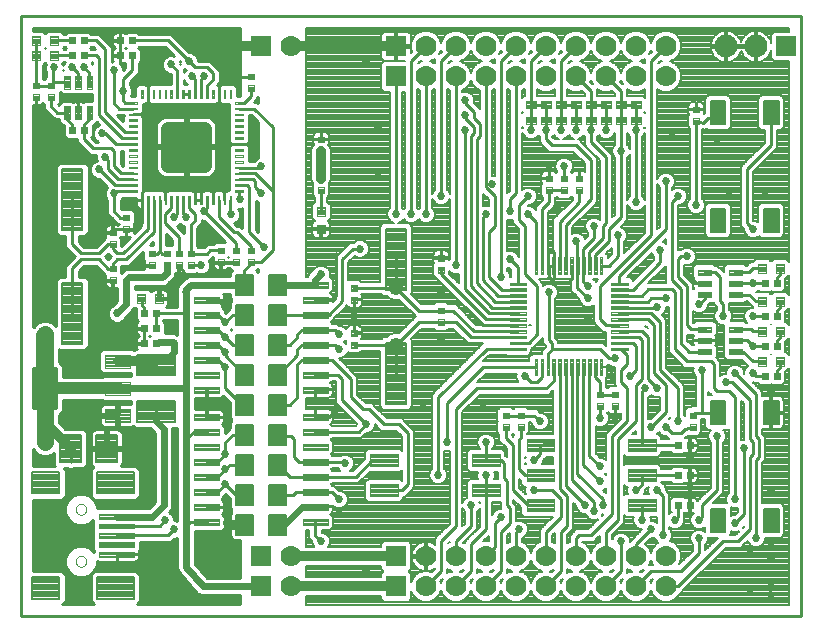
<source format=gtl>
G75*
G70*
%OFA0B0*%
%FSLAX24Y24*%
%IPPOS*%
%LPD*%
%AMOC8*
5,1,8,0,0,1.08239X$1,22.5*
%
%ADD10C,0.0100*%
%ADD11C,0.0040*%
%ADD12C,0.0039*%
%ADD13C,0.0428*%
%ADD14C,0.0040*%
%ADD15C,0.0000*%
%ADD16C,0.0079*%
%ADD17C,0.0039*%
%ADD18C,0.0040*%
%ADD19C,0.0480*%
%ADD20C,0.0076*%
%ADD21C,0.0041*%
%ADD22C,0.0063*%
%ADD23C,0.0048*%
%ADD24C,0.0087*%
%ADD25C,0.0077*%
%ADD26R,0.0660X0.0660*%
%ADD27C,0.0700*%
%ADD28C,0.0055*%
%ADD29C,0.0075*%
%ADD30C,0.0044*%
%ADD31C,0.0044*%
%ADD32C,0.0760*%
%ADD33R,0.0700X0.0700*%
%ADD34C,0.0041*%
%ADD35C,0.0080*%
%ADD36C,0.0270*%
%ADD37C,0.0320*%
%ADD38C,0.0240*%
%ADD39C,0.0560*%
%ADD40C,0.0400*%
D10*
X011953Y013183D02*
X011953Y033183D01*
X037953Y033183D01*
X037953Y013183D01*
X011953Y013183D01*
X013327Y013583D02*
X013434Y013690D01*
X013434Y014572D01*
X013312Y014695D01*
X012353Y014695D01*
X012353Y017071D01*
X013312Y017071D01*
X013434Y017194D01*
X013434Y018076D01*
X013389Y018121D01*
X013498Y018121D01*
X013512Y018107D01*
X013694Y018107D01*
X013707Y018121D01*
X014035Y018121D01*
X014157Y018243D01*
X014157Y019323D01*
X014035Y019445D01*
X013408Y019445D01*
X013203Y019649D01*
X013203Y019904D01*
X013211Y019904D01*
X013336Y020029D01*
X013336Y020413D01*
X014637Y020413D01*
X014677Y020373D01*
X015614Y020373D01*
X015614Y020262D01*
X015612Y020263D01*
X015223Y020263D01*
X015223Y019923D01*
X015123Y019923D01*
X015123Y019823D01*
X014583Y019823D01*
X014583Y019634D01*
X014595Y019590D01*
X014618Y019550D01*
X014651Y019518D01*
X014690Y019495D01*
X014734Y019483D01*
X015123Y019483D01*
X015123Y019823D01*
X015223Y019823D01*
X015223Y019483D01*
X015612Y019483D01*
X015657Y019495D01*
X015692Y019515D01*
X015736Y019471D01*
X016255Y019471D01*
X016413Y019313D01*
X016413Y017003D01*
X016213Y016803D01*
X015077Y016803D01*
X015025Y016781D01*
X014481Y016781D01*
X014481Y016854D01*
X014400Y017048D01*
X014252Y017196D01*
X014058Y017276D01*
X013849Y017276D01*
X013655Y017196D01*
X013506Y017048D01*
X013426Y016854D01*
X013426Y016644D01*
X013506Y016451D01*
X013655Y016302D01*
X013849Y016222D01*
X014058Y016222D01*
X014252Y016302D01*
X014354Y016405D01*
X014354Y016356D01*
X014354Y016355D01*
X014354Y016041D01*
X012353Y016041D01*
X012353Y016139D02*
X014354Y016139D01*
X014354Y016041D02*
X014354Y016040D01*
X014354Y015726D01*
X014354Y015726D01*
X014354Y015725D01*
X014354Y015411D01*
X014382Y015383D01*
X014374Y015354D01*
X014374Y015341D01*
X014252Y015464D01*
X014058Y015544D01*
X013849Y015544D01*
X013655Y015464D01*
X013506Y015315D01*
X013426Y015122D01*
X013426Y014912D01*
X013506Y014718D01*
X013655Y014570D01*
X013849Y014490D01*
X014058Y014490D01*
X014252Y014570D01*
X014400Y014718D01*
X014481Y014912D01*
X014481Y015016D01*
X014522Y015005D01*
X015134Y015005D01*
X015134Y015253D01*
X015135Y015253D01*
X015135Y015253D01*
X015895Y015253D01*
X015895Y015152D01*
X015883Y015109D01*
X015861Y015070D01*
X015829Y015039D01*
X015791Y015016D01*
X015747Y015005D01*
X015135Y015005D01*
X015135Y015253D01*
X015895Y015253D01*
X015895Y015354D01*
X015887Y015383D01*
X015915Y015411D01*
X015915Y015663D01*
X016762Y015663D01*
X016944Y015663D01*
X017059Y015778D01*
X017114Y015778D01*
X017163Y015798D01*
X017163Y014845D01*
X017160Y014800D01*
X017163Y014788D01*
X017163Y014775D01*
X017181Y014733D01*
X017195Y014690D01*
X017203Y014680D01*
X017208Y014669D01*
X017240Y014636D01*
X017753Y014030D01*
X017758Y014019D01*
X017790Y013986D01*
X017819Y013952D01*
X017830Y013946D01*
X017839Y013937D01*
X017881Y013920D01*
X017922Y013899D01*
X017934Y013898D01*
X017946Y013893D01*
X017991Y013893D01*
X018037Y013889D01*
X018049Y013893D01*
X019253Y013893D01*
X019253Y013583D01*
X015808Y013583D01*
X015915Y013690D01*
X015915Y014572D01*
X015792Y014695D01*
X014398Y014695D01*
X014276Y014572D01*
X014276Y013690D01*
X014383Y013583D01*
X013327Y013583D01*
X013420Y013676D02*
X014290Y013676D01*
X014276Y013774D02*
X013434Y013774D01*
X013434Y013873D02*
X014276Y013873D01*
X014276Y013971D02*
X013434Y013971D01*
X013434Y014070D02*
X014276Y014070D01*
X014276Y014168D02*
X013434Y014168D01*
X013434Y014267D02*
X014276Y014267D01*
X014276Y014366D02*
X013434Y014366D01*
X013434Y014464D02*
X014276Y014464D01*
X014276Y014563D02*
X014234Y014563D01*
X014343Y014661D02*
X014365Y014661D01*
X014417Y014760D02*
X017170Y014760D01*
X017163Y014858D02*
X014458Y014858D01*
X014481Y014957D02*
X017163Y014957D01*
X017163Y015055D02*
X015846Y015055D01*
X015895Y015154D02*
X017163Y015154D01*
X017163Y015252D02*
X015895Y015252D01*
X015895Y015351D02*
X017163Y015351D01*
X017163Y015449D02*
X015915Y015449D01*
X015915Y015548D02*
X017163Y015548D01*
X017163Y015647D02*
X015915Y015647D01*
X015134Y015883D02*
X016853Y015883D01*
X017053Y016083D01*
X017058Y016388D02*
X017058Y016444D01*
X017012Y016556D01*
X016926Y016642D01*
X016888Y016657D01*
X016949Y016719D01*
X016993Y016825D01*
X016993Y019375D01*
X016993Y019471D01*
X017163Y019471D01*
X017163Y019141D01*
X017163Y018825D01*
X017163Y016367D01*
X017114Y016388D01*
X017058Y016388D01*
X017058Y016435D02*
X017163Y016435D01*
X017163Y016533D02*
X017021Y016533D01*
X016936Y016632D02*
X017163Y016632D01*
X017163Y016731D02*
X016954Y016731D01*
X016993Y016829D02*
X017163Y016829D01*
X017163Y016928D02*
X016993Y016928D01*
X016993Y017026D02*
X017163Y017026D01*
X017163Y017125D02*
X016993Y017125D01*
X016993Y017223D02*
X017163Y017223D01*
X017163Y017322D02*
X016993Y017322D01*
X016993Y017420D02*
X017163Y017420D01*
X017163Y017519D02*
X016993Y017519D01*
X016993Y017617D02*
X017163Y017617D01*
X017163Y017716D02*
X016993Y017716D01*
X016993Y017815D02*
X017163Y017815D01*
X017163Y017913D02*
X016993Y017913D01*
X016993Y018012D02*
X017163Y018012D01*
X017163Y018110D02*
X016993Y018110D01*
X016993Y018209D02*
X017163Y018209D01*
X017163Y018307D02*
X016993Y018307D01*
X016993Y018406D02*
X017163Y018406D01*
X017163Y018504D02*
X016993Y018504D01*
X016993Y018603D02*
X017163Y018603D01*
X017163Y018701D02*
X016993Y018701D01*
X016993Y018800D02*
X017163Y018800D01*
X017163Y018899D02*
X016993Y018899D01*
X016993Y018997D02*
X017163Y018997D01*
X017163Y019096D02*
X016993Y019096D01*
X016993Y019194D02*
X017163Y019194D01*
X017163Y019293D02*
X016993Y019293D01*
X016993Y019391D02*
X017163Y019391D01*
X017453Y019083D02*
X017703Y019333D01*
X018142Y019333D01*
X018658Y019598D02*
X018660Y019599D01*
X018691Y019631D01*
X018714Y019669D01*
X018725Y019713D01*
X018725Y019824D01*
X018152Y019824D01*
X018152Y019842D01*
X018725Y019842D01*
X018725Y019953D01*
X018714Y019997D01*
X018691Y020035D01*
X018660Y020067D01*
X018621Y020089D01*
X018578Y020101D01*
X018151Y020101D01*
X018151Y019842D01*
X018133Y019842D01*
X018133Y020101D01*
X017743Y020101D01*
X017743Y020465D01*
X018133Y020465D01*
X018133Y020724D01*
X018151Y020724D01*
X018151Y020465D01*
X018578Y020465D01*
X018621Y020476D01*
X018660Y020499D01*
X018691Y020531D01*
X018693Y020533D01*
X018909Y020317D01*
X018909Y019826D01*
X018953Y019781D01*
X018953Y019685D01*
X018909Y019640D01*
X018909Y019449D01*
X018745Y019286D01*
X018745Y019510D01*
X018658Y019598D01*
X018667Y019588D02*
X018909Y019588D01*
X018909Y019490D02*
X018745Y019490D01*
X018745Y019391D02*
X018851Y019391D01*
X018752Y019293D02*
X018745Y019293D01*
X019003Y019233D02*
X018753Y018983D01*
X018753Y018583D01*
X018503Y018333D01*
X018142Y018333D01*
X018503Y017833D02*
X018753Y018083D01*
X018903Y018233D01*
X019394Y018233D01*
X018753Y017583D02*
X018503Y017333D01*
X018142Y017333D01*
X018152Y016842D02*
X018725Y016842D01*
X018725Y016953D01*
X018714Y016997D01*
X018691Y017035D01*
X018660Y017067D01*
X018658Y017068D01*
X018745Y017156D01*
X018745Y017264D01*
X018753Y017272D01*
X018909Y017117D01*
X018909Y016826D01*
X018953Y016781D01*
X018953Y016648D01*
X018941Y016626D01*
X018929Y016580D01*
X018929Y016283D01*
X018953Y016283D01*
X018953Y016183D01*
X018929Y016183D01*
X018929Y015886D01*
X018941Y015839D01*
X018953Y015818D01*
X018953Y015783D01*
X018980Y015783D01*
X018999Y015764D01*
X019040Y015740D01*
X019086Y015728D01*
X019253Y015728D01*
X019253Y014473D01*
X018138Y014473D01*
X017743Y014939D01*
X017743Y016045D01*
X018634Y016045D01*
X018745Y016156D01*
X018745Y016510D01*
X018658Y016598D01*
X018660Y016599D01*
X018691Y016631D01*
X018714Y016669D01*
X018725Y016713D01*
X018725Y016824D01*
X018152Y016824D01*
X018152Y016842D01*
X018152Y016829D02*
X018909Y016829D01*
X018909Y016928D02*
X018725Y016928D01*
X018697Y017026D02*
X018909Y017026D01*
X018901Y017125D02*
X018714Y017125D01*
X018745Y017223D02*
X018802Y017223D01*
X019103Y017233D02*
X018753Y017583D01*
X018503Y017833D02*
X018142Y017833D01*
X019103Y017233D02*
X019394Y017233D01*
X018953Y016731D02*
X018725Y016731D01*
X018692Y016632D02*
X018944Y016632D01*
X018929Y016533D02*
X018722Y016533D01*
X018745Y016435D02*
X018929Y016435D01*
X018929Y016336D02*
X018745Y016336D01*
X018745Y016238D02*
X018953Y016238D01*
X018929Y016139D02*
X018728Y016139D01*
X018929Y016041D02*
X017743Y016041D01*
X017743Y015942D02*
X018929Y015942D01*
X018940Y015844D02*
X017743Y015844D01*
X017743Y015745D02*
X019032Y015745D01*
X019253Y015647D02*
X017743Y015647D01*
X017743Y015548D02*
X019253Y015548D01*
X019253Y015449D02*
X017743Y015449D01*
X017743Y015351D02*
X019253Y015351D01*
X019253Y015252D02*
X017743Y015252D01*
X017743Y015154D02*
X019253Y015154D01*
X019253Y015055D02*
X017743Y015055D01*
X017743Y014957D02*
X019253Y014957D01*
X019253Y014858D02*
X017812Y014858D01*
X017895Y014760D02*
X019253Y014760D01*
X019253Y014661D02*
X017979Y014661D01*
X018062Y014563D02*
X019253Y014563D01*
X019253Y013873D02*
X015915Y013873D01*
X015915Y013971D02*
X017803Y013971D01*
X017719Y014070D02*
X015915Y014070D01*
X015915Y014168D02*
X017636Y014168D01*
X017552Y014267D02*
X015915Y014267D01*
X015915Y014366D02*
X017469Y014366D01*
X017386Y014464D02*
X015915Y014464D01*
X015915Y014563D02*
X017302Y014563D01*
X017215Y014661D02*
X015826Y014661D01*
X015135Y015055D02*
X015134Y015055D01*
X015134Y015154D02*
X015135Y015154D01*
X015134Y015252D02*
X015135Y015252D01*
X014374Y015351D02*
X014365Y015351D01*
X014354Y015449D02*
X014266Y015449D01*
X014354Y015548D02*
X012353Y015548D01*
X012353Y015449D02*
X013641Y015449D01*
X013542Y015351D02*
X012353Y015351D01*
X012353Y015252D02*
X013480Y015252D01*
X013440Y015154D02*
X012353Y015154D01*
X012353Y015055D02*
X013426Y015055D01*
X013426Y014957D02*
X012353Y014957D01*
X012353Y014858D02*
X013448Y014858D01*
X013489Y014760D02*
X012353Y014760D01*
X012353Y015647D02*
X014354Y015647D01*
X014354Y015745D02*
X012353Y015745D01*
X012353Y015844D02*
X014354Y015844D01*
X014354Y015942D02*
X012353Y015942D01*
X012353Y016238D02*
X013810Y016238D01*
X013621Y016336D02*
X012353Y016336D01*
X012353Y016435D02*
X013522Y016435D01*
X013472Y016533D02*
X012353Y016533D01*
X012353Y016632D02*
X013431Y016632D01*
X013426Y016731D02*
X012353Y016731D01*
X012353Y016829D02*
X013426Y016829D01*
X013457Y016928D02*
X012353Y016928D01*
X012353Y017026D02*
X013498Y017026D01*
X013583Y017125D02*
X013365Y017125D01*
X013434Y017223D02*
X013721Y017223D01*
X013434Y017322D02*
X014276Y017322D01*
X014276Y017420D02*
X013434Y017420D01*
X013434Y017519D02*
X014276Y017519D01*
X014276Y017617D02*
X013434Y017617D01*
X013434Y017716D02*
X014276Y017716D01*
X014276Y017815D02*
X013434Y017815D01*
X013434Y017913D02*
X014276Y017913D01*
X014276Y018012D02*
X013434Y018012D01*
X013400Y018110D02*
X013509Y018110D01*
X013697Y018110D02*
X014310Y018110D01*
X014276Y018076D02*
X014276Y017194D01*
X014398Y017071D01*
X015792Y017071D01*
X015915Y017194D01*
X015915Y018076D01*
X015792Y018199D01*
X015285Y018199D01*
X015300Y018214D01*
X015325Y018256D01*
X015338Y018304D01*
X015338Y018733D01*
X014854Y018733D01*
X014854Y018833D01*
X015338Y018833D01*
X015338Y019262D01*
X015325Y019309D01*
X015300Y019352D01*
X015265Y019387D01*
X015222Y019412D01*
X015174Y019425D01*
X014854Y019425D01*
X014854Y018833D01*
X014754Y018833D01*
X014754Y019425D01*
X014433Y019425D01*
X014386Y019412D01*
X014343Y019387D01*
X014308Y019352D01*
X014283Y019309D01*
X014270Y019262D01*
X014270Y018833D01*
X014754Y018833D01*
X014754Y018733D01*
X014270Y018733D01*
X014270Y018304D01*
X014283Y018256D01*
X014308Y018214D01*
X014343Y018179D01*
X014365Y018166D01*
X014276Y018076D01*
X014312Y018209D02*
X014123Y018209D01*
X014157Y018307D02*
X014270Y018307D01*
X014270Y018406D02*
X014157Y018406D01*
X014157Y018504D02*
X014270Y018504D01*
X014270Y018603D02*
X014157Y018603D01*
X014157Y018701D02*
X014270Y018701D01*
X014157Y018800D02*
X014754Y018800D01*
X014754Y018899D02*
X014854Y018899D01*
X014854Y018997D02*
X014754Y018997D01*
X014754Y019096D02*
X014854Y019096D01*
X014854Y019194D02*
X014754Y019194D01*
X014754Y019293D02*
X014854Y019293D01*
X014854Y019391D02*
X014754Y019391D01*
X014709Y019490D02*
X013363Y019490D01*
X013264Y019588D02*
X014596Y019588D01*
X014583Y019687D02*
X013203Y019687D01*
X013203Y019785D02*
X014583Y019785D01*
X014583Y019923D02*
X015123Y019923D01*
X015123Y020263D01*
X014734Y020263D01*
X014690Y020251D01*
X014651Y020228D01*
X014618Y020196D01*
X014595Y020156D01*
X014583Y020112D01*
X014583Y019923D01*
X014583Y019982D02*
X013290Y019982D01*
X013336Y020081D02*
X014583Y020081D01*
X014609Y020180D02*
X013336Y020180D01*
X013336Y020278D02*
X015614Y020278D01*
X015223Y020180D02*
X015123Y020180D01*
X015123Y020081D02*
X015223Y020081D01*
X015223Y019982D02*
X015123Y019982D01*
X015123Y019884D02*
X013203Y019884D01*
X013336Y020377D02*
X014673Y020377D01*
X015123Y019785D02*
X015223Y019785D01*
X015223Y019687D02*
X015123Y019687D01*
X015123Y019588D02*
X015223Y019588D01*
X015223Y019490D02*
X015123Y019490D01*
X015258Y019391D02*
X016335Y019391D01*
X016413Y019293D02*
X015329Y019293D01*
X015338Y019194D02*
X016413Y019194D01*
X016413Y019096D02*
X015338Y019096D01*
X015338Y018997D02*
X016413Y018997D01*
X016413Y018899D02*
X015338Y018899D01*
X015338Y018701D02*
X016413Y018701D01*
X016413Y018603D02*
X015338Y018603D01*
X015338Y018504D02*
X016413Y018504D01*
X016413Y018406D02*
X015338Y018406D01*
X015338Y018307D02*
X016413Y018307D01*
X016413Y018209D02*
X015295Y018209D01*
X015881Y018110D02*
X016413Y018110D01*
X016413Y018012D02*
X015915Y018012D01*
X015915Y017913D02*
X016413Y017913D01*
X016413Y017815D02*
X015915Y017815D01*
X015915Y017716D02*
X016413Y017716D01*
X016413Y017617D02*
X015915Y017617D01*
X015915Y017519D02*
X016413Y017519D01*
X016413Y017420D02*
X015915Y017420D01*
X015915Y017322D02*
X016413Y017322D01*
X016413Y017223D02*
X015915Y017223D01*
X015846Y017125D02*
X016413Y017125D01*
X016413Y017026D02*
X014409Y017026D01*
X014450Y016928D02*
X016338Y016928D01*
X016239Y016829D02*
X014481Y016829D01*
X014345Y017125D02*
X014323Y017125D01*
X014276Y017223D02*
X014186Y017223D01*
X014354Y016355D02*
X014354Y016355D01*
X014354Y016336D02*
X014286Y016336D01*
X014354Y016238D02*
X014097Y016238D01*
X014354Y016040D02*
X014354Y016040D01*
X015134Y016198D02*
X016568Y016198D01*
X016753Y016383D01*
X017027Y015745D02*
X017163Y015745D01*
X017453Y016183D02*
X017603Y016333D01*
X018142Y016333D01*
X020513Y017233D02*
X021003Y017233D01*
X021103Y017333D01*
X021764Y017333D01*
X022303Y017333D01*
X022553Y017083D01*
X023103Y017833D02*
X021764Y017833D01*
X020903Y017833D01*
X020513Y018223D01*
X020513Y018233D01*
X021053Y018483D02*
X021053Y019083D01*
X020953Y019183D01*
X020563Y019183D01*
X020513Y019233D01*
X021053Y018483D02*
X021203Y018333D01*
X021764Y018333D01*
X022703Y018333D01*
X022753Y018283D01*
X023103Y017833D02*
X023653Y018383D01*
X024058Y018383D01*
X024853Y017583D02*
X024853Y019283D01*
X024553Y019583D01*
X024053Y019583D01*
X023553Y020083D01*
X023353Y020083D01*
X022953Y020483D01*
X022953Y021083D01*
X022303Y021733D01*
X021764Y021733D01*
X021303Y021733D01*
X021153Y021583D01*
X021153Y020483D01*
X020903Y020233D01*
X020513Y020233D01*
X020513Y021233D02*
X020513Y021243D01*
X021153Y021883D01*
X021153Y022083D01*
X021303Y022233D01*
X021764Y022233D01*
X022403Y022233D01*
X022553Y022083D01*
X023053Y022236D02*
X023109Y022233D01*
X024453Y022233D01*
X025207Y022986D01*
X025953Y022986D01*
X026450Y022986D01*
X026942Y022494D01*
X028510Y022494D01*
X028510Y022297D02*
X028868Y022297D01*
X029153Y022583D01*
X029153Y024183D01*
X028753Y024583D01*
X028753Y026183D01*
X028553Y026383D01*
X028553Y026883D01*
X028853Y027183D01*
X028453Y027283D02*
X028253Y027083D01*
X028253Y026683D01*
X028853Y026583D02*
X029121Y026316D01*
X029121Y024876D01*
X029318Y024876D02*
X029318Y026747D01*
X029553Y026983D01*
X029553Y027386D01*
X030053Y027386D01*
X030053Y027780D02*
X030053Y028183D01*
X029653Y028883D02*
X029453Y029083D01*
X029453Y029383D01*
X029453Y029727D01*
X029453Y029783D02*
X029453Y030183D01*
X029453Y030239D02*
X028953Y030239D01*
X028953Y031683D01*
X029453Y032183D01*
X029953Y031683D02*
X029953Y030239D01*
X030453Y030239D01*
X030453Y030183D02*
X030453Y029783D01*
X030453Y029727D02*
X030453Y029383D01*
X029953Y029383D02*
X029953Y029727D01*
X029953Y029783D02*
X029953Y030183D01*
X028953Y030183D02*
X028953Y029783D01*
X028953Y029727D02*
X028953Y029383D01*
X029653Y028883D02*
X030453Y028883D01*
X030953Y028383D01*
X030953Y027083D01*
X030105Y026235D01*
X030105Y024876D01*
X030302Y024876D02*
X030302Y024431D01*
X030253Y024383D01*
X030302Y024435D02*
X030302Y024876D01*
X030499Y024876D02*
X030499Y025638D01*
X030453Y025683D01*
X030696Y025425D02*
X031053Y025783D01*
X031053Y026183D01*
X031353Y026183D02*
X031353Y025783D01*
X030892Y025322D01*
X030892Y024876D01*
X030696Y024876D02*
X030696Y025425D01*
X031089Y025219D02*
X031553Y025683D01*
X031553Y026083D01*
X031953Y026483D01*
X031953Y028683D01*
X031953Y029727D01*
X031953Y029783D02*
X031953Y030183D01*
X031953Y030239D02*
X031953Y030683D01*
X031453Y031183D01*
X030953Y030683D02*
X030453Y031183D01*
X029953Y031683D02*
X030453Y032183D01*
X030953Y030683D02*
X030953Y030239D01*
X031453Y030239D01*
X031453Y030183D02*
X031453Y029783D01*
X031453Y029727D02*
X031453Y029383D01*
X030953Y029383D02*
X030953Y028983D01*
X031453Y028483D01*
X031453Y026283D01*
X031353Y026183D01*
X031853Y025883D02*
X031853Y025183D01*
X031546Y024876D01*
X031286Y024876D01*
X031089Y024876D02*
X031089Y025219D01*
X030696Y024876D02*
X030696Y024341D01*
X030853Y024183D01*
X030499Y024128D02*
X030853Y023783D01*
X030499Y024128D02*
X030499Y024876D01*
X029908Y024876D02*
X029908Y026338D01*
X030553Y026983D01*
X030553Y027386D01*
X032453Y026983D02*
X032453Y029383D01*
X032453Y029727D01*
X032453Y029783D02*
X032453Y030183D01*
X032453Y030239D02*
X031953Y030239D01*
X030953Y030183D02*
X030953Y029783D01*
X030953Y029727D02*
X030953Y029383D01*
X033453Y027683D02*
X033453Y026083D01*
X031896Y024526D01*
X031896Y024266D01*
X031896Y024069D02*
X032339Y024069D01*
X033253Y024983D01*
X033253Y025383D01*
X032953Y025883D02*
X031253Y024183D01*
X031253Y023083D01*
X031449Y022888D01*
X031896Y022888D01*
X031896Y023085D02*
X032852Y023085D01*
X033053Y022883D01*
X033053Y021283D01*
X033453Y020883D01*
X033453Y019983D01*
X032953Y019483D01*
X033453Y019483D02*
X033653Y019283D01*
X033953Y019283D01*
X034097Y019427D01*
X034353Y019486D01*
X034353Y019880D02*
X034387Y019973D01*
X034653Y019973D01*
X034653Y021383D01*
X034953Y021683D02*
X034153Y021683D01*
X033753Y022083D01*
X033753Y023983D01*
X033653Y024083D01*
X032853Y024083D01*
X032642Y023872D01*
X031896Y023872D01*
X031896Y023675D02*
X032846Y023675D01*
X032953Y023783D01*
X033453Y023783D01*
X033153Y023483D02*
X033149Y023478D01*
X031896Y023478D01*
X031896Y023281D02*
X032955Y023281D01*
X033253Y022983D01*
X033253Y021383D01*
X033853Y020783D01*
X033853Y019683D01*
X034653Y019973D02*
X035183Y019973D01*
X035753Y020483D02*
X035753Y017083D01*
X035153Y017383D02*
X034653Y016883D01*
X034653Y016483D01*
X034553Y016383D01*
X034250Y016883D02*
X034250Y017480D01*
X034253Y017483D01*
X034250Y017486D01*
X034250Y017883D01*
X033857Y017883D02*
X032646Y017883D01*
X032646Y017576D01*
X032453Y017383D01*
X032646Y016883D02*
X032653Y016876D01*
X032653Y016383D01*
X032953Y016083D02*
X032453Y015583D01*
X032453Y015183D01*
X031953Y014683D02*
X031953Y015683D01*
X031453Y015983D02*
X031453Y015183D01*
X030953Y015883D02*
X030553Y015883D01*
X030453Y015783D01*
X030453Y015183D01*
X030953Y015883D02*
X031653Y016583D01*
X031653Y019183D01*
X032153Y019683D01*
X032153Y020783D01*
X031953Y020983D01*
X031953Y021383D01*
X032153Y021583D01*
X032153Y021883D01*
X031936Y022100D01*
X031896Y022100D01*
X031896Y022297D02*
X032339Y022297D01*
X032453Y022183D01*
X032453Y021383D01*
X032253Y021183D01*
X032453Y020883D02*
X032653Y021083D01*
X032653Y022383D01*
X032542Y022494D01*
X031896Y022494D01*
X031896Y022691D02*
X032646Y022691D01*
X032853Y022483D01*
X032853Y021083D01*
X033153Y020783D01*
X032753Y020783D02*
X032646Y020676D01*
X032646Y018883D01*
X033857Y018883D01*
X034250Y018883D02*
X034250Y018486D01*
X034253Y018483D01*
X035153Y019183D02*
X035153Y017383D01*
X036053Y016583D02*
X036053Y018783D01*
X036353Y018983D02*
X036253Y019083D01*
X036253Y020383D01*
X035653Y020983D01*
X035453Y020983D01*
X035553Y020683D02*
X035153Y020683D01*
X035053Y020783D01*
X035053Y021583D01*
X034953Y021683D01*
X034742Y022009D02*
X034227Y022009D01*
X033953Y022283D01*
X033953Y024083D01*
X033653Y024383D01*
X033653Y026983D01*
X033853Y027183D01*
X034453Y026883D02*
X034453Y029686D01*
X034697Y029627D01*
X034853Y029783D01*
X034993Y029783D01*
X035183Y029973D01*
X036953Y029973D02*
X036953Y028883D01*
X036153Y028083D01*
X036153Y026283D01*
X036353Y026083D01*
X036253Y026183D01*
X036353Y024783D02*
X036227Y024657D01*
X035765Y024657D01*
X035765Y024283D02*
X036353Y024283D01*
X036757Y024283D01*
X037150Y024283D02*
X037153Y024286D01*
X037153Y024483D01*
X037249Y024578D01*
X037249Y024783D01*
X036658Y024783D02*
X036353Y024783D01*
X036227Y023909D02*
X035765Y023909D01*
X036227Y023909D02*
X036453Y023683D01*
X036658Y023683D01*
X037153Y023383D02*
X037153Y023186D01*
X037150Y023183D01*
X037153Y023383D02*
X037249Y023478D01*
X037249Y023683D01*
X036757Y023183D02*
X036353Y023183D01*
X036279Y022757D02*
X035765Y022757D01*
X035765Y022383D02*
X036153Y022383D01*
X036353Y022183D01*
X036757Y022183D01*
X037150Y022183D02*
X037153Y022186D01*
X037153Y022383D01*
X037249Y022478D01*
X037249Y022683D01*
X036658Y022683D02*
X036353Y022683D01*
X036279Y022757D01*
X036027Y022009D02*
X035765Y022009D01*
X036027Y022009D02*
X036353Y021683D01*
X036658Y021683D01*
X036353Y021283D02*
X036453Y021183D01*
X036757Y021183D01*
X037150Y021183D02*
X037153Y021186D01*
X037153Y021383D01*
X037249Y021478D01*
X037249Y021683D01*
X036953Y020683D02*
X036953Y019973D01*
X036453Y020583D02*
X036453Y019183D01*
X036553Y019083D01*
X036553Y018483D01*
X036453Y018383D01*
X036453Y015783D01*
X036253Y016083D02*
X036253Y018483D01*
X036353Y018583D01*
X036353Y018983D01*
X035753Y020483D02*
X035553Y020683D01*
X035753Y021283D02*
X036453Y020583D01*
X035253Y022383D02*
X034742Y022383D01*
X034742Y022757D02*
X034279Y022757D01*
X034153Y022883D01*
X034153Y024183D01*
X033853Y024483D01*
X033853Y025083D01*
X033953Y025183D01*
X034153Y025183D01*
X034153Y024683D02*
X034153Y024583D01*
X034453Y024283D01*
X034742Y024283D01*
X034742Y023909D02*
X034742Y023771D01*
X034553Y023583D01*
X035253Y023683D02*
X035253Y024483D01*
X035079Y024657D01*
X034742Y024657D01*
X035253Y023683D02*
X035353Y023583D01*
X035353Y023183D01*
X032453Y020883D02*
X032453Y019683D01*
X031853Y019083D01*
X031853Y016383D01*
X031453Y015983D01*
X031053Y016683D02*
X031053Y016983D01*
X030302Y017735D01*
X030302Y021490D01*
X030499Y021490D02*
X030499Y017938D01*
X031353Y017083D01*
X031353Y016883D01*
X030753Y016883D02*
X030105Y017531D01*
X030105Y021490D01*
X029908Y021490D02*
X029908Y017428D01*
X030153Y017183D01*
X030153Y016183D01*
X029953Y015983D01*
X029953Y014683D01*
X029453Y014183D01*
X029453Y015183D02*
X029453Y015983D01*
X029953Y016483D01*
X029953Y017083D01*
X029653Y017383D01*
X029053Y017383D01*
X028853Y016883D02*
X028353Y017383D01*
X028353Y018883D01*
X028103Y019133D01*
X028103Y019486D01*
X028103Y019880D02*
X028603Y019880D01*
X029057Y019880D01*
X029253Y019683D01*
X028603Y019486D02*
X028603Y019133D01*
X028553Y019083D01*
X028553Y018083D01*
X028753Y017883D01*
X029260Y017883D01*
X029053Y018383D02*
X029260Y018590D01*
X029260Y018883D01*
X029653Y018976D01*
X029653Y018983D01*
X030696Y018241D02*
X031253Y017683D01*
X031253Y018183D02*
X030892Y018544D01*
X030892Y021490D01*
X030696Y021490D02*
X030696Y018241D01*
X031253Y019783D02*
X031253Y020186D01*
X031253Y020580D02*
X031253Y020983D01*
X031089Y021147D01*
X031089Y021490D01*
X031553Y021783D02*
X031253Y022083D01*
X029653Y022083D01*
X029653Y022283D01*
X029553Y022383D01*
X029553Y023983D01*
X029653Y024383D02*
X029553Y024483D01*
X029553Y024883D01*
X029560Y024876D01*
X029711Y024876D01*
X029711Y024425D01*
X029711Y024876D02*
X029711Y025325D01*
X029653Y025383D01*
X029553Y025383D02*
X029514Y025344D01*
X029514Y024876D01*
X028510Y024826D02*
X028510Y024266D01*
X028510Y024069D02*
X027968Y024069D01*
X027553Y024483D01*
X027553Y025983D01*
X027753Y026183D01*
X027753Y027183D01*
X027453Y027483D01*
X027453Y027583D01*
X027653Y027583D01*
X027453Y027583D02*
X027453Y031183D01*
X027953Y031683D02*
X027953Y024483D01*
X027353Y024383D02*
X027353Y026483D01*
X027453Y026583D01*
X028453Y027283D02*
X028453Y031183D01*
X027953Y031683D02*
X028453Y032183D01*
X026453Y032183D02*
X025953Y031683D01*
X025953Y027183D01*
X025453Y026583D02*
X025453Y031183D01*
X024953Y031683D02*
X025453Y032183D01*
X024953Y031683D02*
X024953Y026583D01*
X024453Y026583D02*
X024453Y031183D01*
X026453Y031183D02*
X026453Y024883D01*
X025953Y024736D02*
X025953Y024583D01*
X027452Y023085D01*
X028510Y023085D01*
X028510Y023281D02*
X027555Y023281D01*
X026753Y024083D01*
X026753Y029383D01*
X026953Y029183D02*
X026953Y024183D01*
X027658Y023478D01*
X028510Y023478D01*
X028510Y023675D02*
X027761Y023675D01*
X027153Y024283D01*
X027153Y029083D01*
X027253Y029183D01*
X027253Y029583D01*
X027053Y029783D01*
X027053Y029983D01*
X026753Y030283D01*
X026753Y030383D01*
X026753Y029883D02*
X026753Y029783D01*
X027053Y029483D01*
X027053Y029283D01*
X026953Y029183D01*
X023253Y025433D02*
X023003Y025433D01*
X022653Y025083D01*
X022653Y023683D01*
X022203Y023233D01*
X021764Y023233D01*
X020513Y023233D01*
X021153Y022583D02*
X021303Y022733D01*
X021764Y022733D01*
X022403Y022733D01*
X022553Y022583D01*
X021153Y022583D02*
X021153Y022483D01*
X020903Y022233D01*
X020513Y022233D01*
X019394Y022233D02*
X019003Y022233D01*
X018753Y022483D01*
X018503Y022733D01*
X018142Y022733D01*
X018142Y022233D02*
X018503Y022233D01*
X018753Y021983D01*
X018753Y021883D01*
X019394Y021243D01*
X019394Y021233D01*
X018753Y021483D02*
X018753Y020783D01*
X019303Y020233D01*
X019394Y020233D01*
X018909Y020278D02*
X017743Y020278D01*
X017743Y020180D02*
X018909Y020180D01*
X018909Y020081D02*
X018636Y020081D01*
X018718Y019982D02*
X018909Y019982D01*
X018909Y019884D02*
X018725Y019884D01*
X018725Y019785D02*
X018949Y019785D01*
X018953Y019687D02*
X018719Y019687D01*
X019003Y019233D02*
X019394Y019233D01*
X018151Y019884D02*
X018133Y019884D01*
X018133Y019982D02*
X018151Y019982D01*
X018151Y020081D02*
X018133Y020081D01*
X018133Y020475D02*
X018151Y020475D01*
X018151Y020574D02*
X018133Y020574D01*
X018133Y020672D02*
X018151Y020672D01*
X017743Y020377D02*
X018849Y020377D01*
X018750Y020475D02*
X018616Y020475D01*
X018753Y021483D02*
X018503Y021733D01*
X018142Y021733D01*
X017453Y021583D02*
X017409Y021539D01*
X016453Y021551D02*
X016311Y021693D01*
X015814Y022095D02*
X015736Y022095D01*
X015707Y022066D01*
X015670Y022103D01*
X014677Y022103D01*
X014563Y021989D01*
X014563Y021397D01*
X014677Y021283D01*
X015614Y021283D01*
X015614Y021193D01*
X014677Y021193D01*
X014637Y021153D01*
X013336Y021153D01*
X013336Y021537D01*
X013211Y021662D01*
X013203Y021662D01*
X013203Y021693D01*
X013203Y022085D01*
X013225Y022063D01*
X014082Y022063D01*
X014203Y022185D01*
X014203Y024381D01*
X014082Y024503D01*
X013873Y024503D01*
X013873Y024692D01*
X014044Y024863D01*
X014462Y024863D01*
X014715Y024610D01*
X014715Y024603D01*
X014755Y024564D01*
X014747Y024550D01*
X014735Y024507D01*
X014735Y024395D01*
X014994Y024395D01*
X014994Y024377D01*
X014735Y024377D01*
X014735Y024266D01*
X014747Y024222D01*
X014769Y024184D01*
X014801Y024152D01*
X014840Y024130D01*
X014883Y024118D01*
X014994Y024118D01*
X014994Y024377D01*
X015012Y024377D01*
X015012Y024118D01*
X015124Y024118D01*
X015163Y024129D01*
X015163Y023703D01*
X015017Y023557D01*
X014981Y023542D01*
X014895Y023456D01*
X014848Y023344D01*
X014848Y023222D01*
X014895Y023110D01*
X014981Y023024D01*
X015093Y022978D01*
X015214Y022978D01*
X015326Y023024D01*
X015412Y023110D01*
X015427Y023146D01*
X015699Y023419D01*
X015723Y023475D01*
X015742Y023456D01*
X015768Y023456D01*
X015768Y023106D01*
X015856Y023018D01*
X015854Y023017D01*
X015822Y022985D01*
X015800Y022947D01*
X015788Y022903D01*
X015788Y022792D01*
X016047Y022792D01*
X016047Y022774D01*
X015788Y022774D01*
X015788Y022663D01*
X015800Y022619D01*
X015822Y022581D01*
X015854Y022549D01*
X015882Y022533D01*
X015854Y022517D01*
X015822Y022485D01*
X015800Y022447D01*
X015788Y022403D01*
X015788Y022292D01*
X016047Y022292D01*
X016047Y022274D01*
X015788Y022274D01*
X015788Y022163D01*
X015800Y022119D01*
X015814Y022095D01*
X015792Y022150D02*
X014169Y022150D01*
X014203Y022249D02*
X015788Y022249D01*
X015788Y022348D02*
X014203Y022348D01*
X014203Y022446D02*
X015800Y022446D01*
X015861Y022545D02*
X014203Y022545D01*
X014203Y022643D02*
X015794Y022643D01*
X015788Y022742D02*
X014203Y022742D01*
X014203Y022840D02*
X015788Y022840D01*
X015798Y022939D02*
X014203Y022939D01*
X014203Y023037D02*
X014968Y023037D01*
X014884Y023136D02*
X014203Y023136D01*
X014203Y023234D02*
X014848Y023234D01*
X014848Y023333D02*
X014203Y023333D01*
X014203Y023431D02*
X014885Y023431D01*
X014969Y023530D02*
X014203Y023530D01*
X014203Y023629D02*
X015089Y023629D01*
X015163Y023727D02*
X014203Y023727D01*
X014203Y023826D02*
X015163Y023826D01*
X015163Y023924D02*
X014203Y023924D01*
X014203Y024023D02*
X015163Y024023D01*
X015163Y024121D02*
X015136Y024121D01*
X015012Y024121D02*
X014994Y024121D01*
X015003Y024033D02*
X015003Y024386D01*
X014994Y024318D02*
X015012Y024318D01*
X015012Y024220D02*
X014994Y024220D01*
X014871Y024121D02*
X014203Y024121D01*
X014203Y024220D02*
X014748Y024220D01*
X014735Y024318D02*
X014203Y024318D01*
X014168Y024417D02*
X014735Y024417D01*
X014738Y024515D02*
X013873Y024515D01*
X013873Y024614D02*
X014711Y024614D01*
X014613Y024713D02*
X013894Y024713D01*
X013993Y024811D02*
X014514Y024811D01*
X014553Y025083D02*
X014857Y024780D01*
X015003Y024780D01*
X015003Y024933D01*
X015153Y025083D01*
X015453Y025083D01*
X016371Y026000D01*
X016371Y027061D01*
X016568Y027061D02*
X016568Y025353D01*
X016641Y025280D01*
X016803Y025280D01*
X016568Y025353D02*
X016494Y025280D01*
X016303Y025280D01*
X016015Y025304D02*
X015985Y025304D01*
X016015Y025334D02*
X016015Y025103D01*
X016055Y025064D01*
X016047Y025050D01*
X016035Y025007D01*
X016035Y024895D01*
X016294Y024895D01*
X016294Y024877D01*
X016035Y024877D01*
X016035Y024773D01*
X015611Y024773D01*
X015496Y024773D01*
X015389Y024729D01*
X015291Y024631D01*
X015291Y024863D01*
X015362Y024863D01*
X015544Y024863D01*
X016015Y025334D01*
X016015Y025205D02*
X015887Y025205D01*
X015788Y025107D02*
X016015Y025107D01*
X016036Y025008D02*
X015690Y025008D01*
X015591Y024910D02*
X016035Y024910D01*
X016035Y024811D02*
X015291Y024811D01*
X015291Y024713D02*
X015373Y024713D01*
X014933Y025174D02*
X014853Y025094D01*
X014764Y025183D01*
X014853Y025272D01*
X014933Y025192D01*
X014942Y025183D01*
X014933Y025174D01*
X014920Y025205D02*
X014787Y025205D01*
X014841Y025107D02*
X014866Y025107D01*
X014553Y025083D02*
X013953Y025083D01*
X013653Y024783D01*
X013653Y023283D01*
X013103Y023234D02*
X012353Y023234D01*
X012353Y023136D02*
X013103Y023136D01*
X013103Y023037D02*
X012353Y023037D01*
X012353Y022939D02*
X012473Y022939D01*
X012498Y022964D02*
X012372Y022838D01*
X012372Y022838D01*
X012353Y022819D01*
X012353Y030218D01*
X012444Y030218D01*
X012444Y030477D01*
X012462Y030477D01*
X012462Y030218D01*
X012574Y030218D01*
X012617Y030230D01*
X012656Y030252D01*
X012687Y030284D01*
X012689Y030286D01*
X012733Y030241D01*
X012733Y030092D01*
X013074Y029751D01*
X013201Y029751D01*
X013201Y029676D01*
X013312Y029565D01*
X013360Y029565D01*
X013368Y029557D01*
X013368Y029206D01*
X013480Y029095D01*
X013830Y029095D01*
X013830Y028995D01*
X014262Y028563D01*
X014444Y028563D01*
X014456Y028563D01*
X014448Y028544D01*
X014448Y028422D01*
X014467Y028377D01*
X014381Y028342D01*
X014295Y028256D01*
X014248Y028144D01*
X014248Y028022D01*
X014295Y027910D01*
X014381Y027824D01*
X014493Y027778D01*
X014547Y027778D01*
X014832Y027493D01*
X014795Y027456D01*
X014748Y027344D01*
X014748Y027222D01*
X014795Y027110D01*
X014833Y027072D01*
X014833Y026592D01*
X014962Y026463D01*
X014962Y026463D01*
X015165Y026260D01*
X015203Y026260D01*
X015197Y026250D01*
X015190Y026223D01*
X015167Y026236D01*
X015124Y026248D01*
X015012Y026248D01*
X015012Y025989D01*
X014994Y025989D01*
X014994Y025971D01*
X014735Y025971D01*
X014735Y025859D01*
X014747Y025816D01*
X014755Y025802D01*
X014715Y025763D01*
X014715Y025756D01*
X014462Y025503D01*
X014044Y025503D01*
X013873Y025674D01*
X013873Y025863D01*
X014082Y025863D01*
X014203Y025985D01*
X014203Y028181D01*
X014082Y028303D01*
X013225Y028303D01*
X013103Y028181D01*
X013103Y025985D01*
X013225Y025863D01*
X013433Y025863D01*
X013433Y025674D01*
X013433Y025492D01*
X013733Y025192D01*
X013742Y025183D01*
X013733Y025174D01*
X013433Y024874D01*
X013433Y024692D01*
X013433Y024503D01*
X013225Y024503D01*
X013103Y024381D01*
X013103Y022869D01*
X013008Y022964D01*
X012843Y023033D01*
X012664Y023033D01*
X012498Y022964D01*
X012374Y022840D02*
X012353Y022840D01*
X013034Y022939D02*
X013103Y022939D01*
X013103Y023333D02*
X012353Y023333D01*
X012353Y023431D02*
X013103Y023431D01*
X013103Y023530D02*
X012353Y023530D01*
X012353Y023629D02*
X013103Y023629D01*
X013103Y023727D02*
X012353Y023727D01*
X012353Y023826D02*
X013103Y023826D01*
X013103Y023924D02*
X012353Y023924D01*
X012353Y024023D02*
X013103Y024023D01*
X013103Y024121D02*
X012353Y024121D01*
X012353Y024220D02*
X013103Y024220D01*
X013103Y024318D02*
X012353Y024318D01*
X012353Y024417D02*
X013139Y024417D01*
X013433Y024515D02*
X012353Y024515D01*
X012353Y024614D02*
X013433Y024614D01*
X013433Y024713D02*
X012353Y024713D01*
X012353Y024811D02*
X013433Y024811D01*
X013469Y024910D02*
X012353Y024910D01*
X012353Y025008D02*
X013567Y025008D01*
X013666Y025107D02*
X012353Y025107D01*
X012353Y025205D02*
X013720Y025205D01*
X013621Y025304D02*
X012353Y025304D01*
X012353Y025402D02*
X013523Y025402D01*
X013433Y025501D02*
X012353Y025501D01*
X012353Y025599D02*
X013433Y025599D01*
X013433Y025698D02*
X012353Y025698D01*
X012353Y025797D02*
X013433Y025797D01*
X013193Y025895D02*
X012353Y025895D01*
X012353Y025994D02*
X013103Y025994D01*
X013103Y026092D02*
X012353Y026092D01*
X012353Y026191D02*
X013103Y026191D01*
X013103Y026289D02*
X012353Y026289D01*
X012353Y026388D02*
X013103Y026388D01*
X013103Y026486D02*
X012353Y026486D01*
X012353Y026585D02*
X013103Y026585D01*
X013103Y026683D02*
X012353Y026683D01*
X012353Y026782D02*
X013103Y026782D01*
X013103Y026881D02*
X012353Y026881D01*
X012353Y026979D02*
X013103Y026979D01*
X013103Y027078D02*
X012353Y027078D01*
X012353Y027176D02*
X013103Y027176D01*
X013103Y027275D02*
X012353Y027275D01*
X012353Y027373D02*
X013103Y027373D01*
X013103Y027472D02*
X012353Y027472D01*
X012353Y027570D02*
X013103Y027570D01*
X013103Y027669D02*
X012353Y027669D01*
X012353Y027767D02*
X013103Y027767D01*
X013103Y027866D02*
X012353Y027866D01*
X012353Y027964D02*
X013103Y027964D01*
X013103Y028063D02*
X012353Y028063D01*
X012353Y028162D02*
X013103Y028162D01*
X013182Y028260D02*
X012353Y028260D01*
X012353Y028359D02*
X014422Y028359D01*
X014448Y028457D02*
X012353Y028457D01*
X012353Y028556D02*
X014453Y028556D01*
X014353Y028783D02*
X014050Y029086D01*
X014050Y029383D01*
X014050Y029580D01*
X014227Y029757D01*
X014227Y029971D01*
X014553Y029883D02*
X014553Y031783D01*
X014453Y031883D01*
X014050Y031883D01*
X014295Y032103D02*
X014422Y032103D01*
X014362Y032103D01*
X014295Y032103D01*
X014265Y032133D01*
X014295Y032163D01*
X014362Y032163D01*
X014422Y032103D01*
X014453Y032383D02*
X014753Y032083D01*
X014753Y029983D01*
X015411Y029325D01*
X015682Y029325D01*
X015682Y029128D02*
X015308Y029128D01*
X014553Y029883D01*
X014477Y029648D02*
X014554Y029572D01*
X014481Y029542D01*
X014395Y029456D01*
X014348Y029344D01*
X014348Y029222D01*
X014395Y029110D01*
X014481Y029024D01*
X014532Y029003D01*
X014444Y029003D01*
X014290Y029158D01*
X014338Y029206D01*
X014338Y029557D01*
X014346Y029565D01*
X014395Y029565D01*
X014477Y029648D01*
X014469Y029640D02*
X014486Y029640D01*
X014480Y029541D02*
X014338Y029541D01*
X014338Y029443D02*
X014389Y029443D01*
X014349Y029344D02*
X014338Y029344D01*
X014338Y029246D02*
X014348Y029246D01*
X014380Y029147D02*
X014300Y029147D01*
X014399Y029048D02*
X014457Y029048D01*
X014353Y028783D02*
X014953Y028783D01*
X015053Y028683D01*
X015053Y028183D01*
X015289Y027947D01*
X015682Y027947D01*
X015682Y027750D02*
X015186Y027750D01*
X014853Y028083D01*
X014853Y028383D01*
X014753Y028483D01*
X014553Y028083D02*
X015083Y027553D01*
X015682Y027553D01*
X015682Y027357D02*
X015127Y027357D01*
X015053Y027283D01*
X015053Y026683D01*
X015257Y026480D01*
X015453Y026480D01*
X015741Y026486D02*
X015954Y026486D01*
X015954Y026388D02*
X015741Y026388D01*
X015741Y026303D02*
X015741Y026657D01*
X015630Y026768D01*
X015280Y026768D01*
X015273Y026774D01*
X015273Y027072D01*
X015312Y027110D01*
X015323Y027137D01*
X015773Y027137D01*
X015774Y027137D01*
X015778Y027137D01*
X015778Y027061D01*
X015778Y026902D01*
X015789Y026858D01*
X015812Y026820D01*
X015843Y026788D01*
X015882Y026765D01*
X015926Y026754D01*
X015954Y026754D01*
X015954Y026195D01*
X015720Y025961D01*
X015721Y025966D01*
X015721Y026077D01*
X015463Y026077D01*
X015463Y026095D01*
X015721Y026095D01*
X015721Y026207D01*
X015710Y026250D01*
X015702Y026264D01*
X015741Y026303D01*
X015728Y026289D02*
X015954Y026289D01*
X015977Y026307D02*
X015757Y026086D01*
X015453Y026086D01*
X015110Y026086D01*
X015003Y025980D01*
X015015Y026027D01*
X015015Y026321D01*
X014953Y026383D01*
X015037Y026388D02*
X014203Y026388D01*
X014203Y026486D02*
X014939Y026486D01*
X014840Y026585D02*
X014203Y026585D01*
X014203Y026683D02*
X014833Y026683D01*
X014833Y026782D02*
X014203Y026782D01*
X014203Y026881D02*
X014833Y026881D01*
X014833Y026979D02*
X014203Y026979D01*
X014203Y027078D02*
X014827Y027078D01*
X014767Y027176D02*
X014203Y027176D01*
X014203Y027275D02*
X014748Y027275D01*
X014761Y027373D02*
X014203Y027373D01*
X014203Y027472D02*
X014811Y027472D01*
X014755Y027570D02*
X014203Y027570D01*
X014203Y027669D02*
X014656Y027669D01*
X014558Y027767D02*
X014203Y027767D01*
X014203Y027866D02*
X014339Y027866D01*
X014272Y027964D02*
X014203Y027964D01*
X014203Y028063D02*
X014248Y028063D01*
X014256Y028162D02*
X014203Y028162D01*
X014124Y028260D02*
X014299Y028260D01*
X014171Y028654D02*
X012353Y028654D01*
X012353Y028753D02*
X014072Y028753D01*
X013974Y028851D02*
X012353Y028851D01*
X012353Y028950D02*
X013875Y028950D01*
X013830Y029048D02*
X012353Y029048D01*
X012353Y029147D02*
X013428Y029147D01*
X013368Y029246D02*
X012353Y029246D01*
X012353Y029344D02*
X013368Y029344D01*
X013368Y029443D02*
X012353Y029443D01*
X012353Y029541D02*
X013368Y029541D01*
X013237Y029640D02*
X012353Y029640D01*
X012353Y029738D02*
X013201Y029738D01*
X012988Y029837D02*
X012353Y029837D01*
X012353Y029935D02*
X012890Y029935D01*
X012791Y030034D02*
X012353Y030034D01*
X012353Y030132D02*
X012733Y030132D01*
X012733Y030231D02*
X012619Y030231D01*
X012462Y030231D02*
X012444Y030231D01*
X012444Y030330D02*
X012462Y030330D01*
X012462Y030428D02*
X012444Y030428D01*
X012453Y030486D02*
X012453Y030083D01*
X012553Y029983D01*
X012953Y030183D02*
X012953Y030486D01*
X013241Y030527D02*
X014333Y030527D01*
X014333Y030589D02*
X014333Y030377D01*
X014060Y030377D01*
X014021Y030338D01*
X014008Y030346D01*
X013964Y030357D01*
X013858Y030357D01*
X013858Y029976D01*
X013849Y029976D01*
X013849Y030357D01*
X013742Y030357D01*
X013699Y030346D01*
X013686Y030338D01*
X013647Y030377D01*
X013312Y030377D01*
X013201Y030266D01*
X013201Y030246D01*
X013190Y030258D01*
X013241Y030309D01*
X013241Y030659D01*
X013312Y030589D01*
X013647Y030589D01*
X013666Y030608D01*
X013686Y030589D01*
X014021Y030589D01*
X014040Y030608D01*
X014060Y030589D01*
X014333Y030589D01*
X014333Y030428D02*
X013241Y030428D01*
X013241Y030330D02*
X013264Y030330D01*
X013241Y030625D02*
X013276Y030625D01*
X013653Y030483D02*
X013853Y030283D01*
X013853Y029971D01*
X013849Y030034D02*
X013858Y030034D01*
X013849Y030132D02*
X013858Y030132D01*
X013849Y030231D02*
X013858Y030231D01*
X013849Y030330D02*
X013858Y030330D01*
X013479Y029971D02*
X013165Y029971D01*
X012953Y030183D01*
X013479Y029971D02*
X013479Y029757D01*
X013657Y029580D01*
X013657Y029383D01*
X014653Y029283D02*
X014753Y029283D01*
X015105Y028931D01*
X015682Y028931D01*
X016009Y028950D02*
X016447Y028950D01*
X016447Y028883D02*
X016447Y029511D01*
X016461Y029581D01*
X016489Y029648D01*
X016528Y029707D01*
X016579Y029758D01*
X016639Y029798D01*
X016705Y029825D01*
X016775Y029839D01*
X017403Y029839D01*
X017403Y028883D01*
X017403Y028783D01*
X016447Y028783D01*
X016447Y028155D01*
X016461Y028085D01*
X016489Y028018D01*
X016528Y027959D01*
X016579Y027908D01*
X016639Y027868D01*
X016705Y027841D01*
X016775Y027827D01*
X017403Y027827D01*
X017403Y028783D01*
X017503Y028783D01*
X017503Y027827D01*
X018131Y027827D01*
X018202Y027841D01*
X018268Y027868D01*
X018328Y027908D01*
X018378Y027959D01*
X018418Y028018D01*
X018446Y028085D01*
X018460Y028155D01*
X018460Y028783D01*
X017504Y028783D01*
X017504Y028883D01*
X018460Y028883D01*
X018460Y029511D01*
X018446Y029581D01*
X018418Y029648D01*
X018378Y029707D01*
X018328Y029758D01*
X018268Y029798D01*
X018202Y029825D01*
X018131Y029839D01*
X017503Y029839D01*
X017503Y028883D01*
X017403Y028883D01*
X016447Y028883D01*
X016447Y028753D02*
X016009Y028753D01*
X016009Y028842D02*
X016009Y029039D01*
X016009Y029236D01*
X016009Y029433D01*
X016009Y029630D01*
X016009Y029827D01*
X015985Y029850D01*
X015989Y029864D01*
X015989Y029915D01*
X015920Y029915D01*
X015920Y029916D01*
X015989Y029916D01*
X015989Y029967D01*
X015985Y029981D01*
X016009Y030005D01*
X016009Y030220D01*
X016009Y030277D01*
X016085Y030277D01*
X016109Y030301D01*
X016122Y030297D01*
X016174Y030297D01*
X016225Y030297D01*
X016239Y030301D01*
X016263Y030277D01*
X016479Y030277D01*
X016675Y030277D01*
X016872Y030277D01*
X017050Y030277D01*
X017266Y030277D01*
X017463Y030277D01*
X017660Y030277D01*
X017856Y030277D01*
X018053Y030277D01*
X018250Y030277D01*
X018447Y030277D01*
X018471Y030301D01*
X018485Y030297D01*
X018536Y030297D01*
X018536Y030366D01*
X018536Y030366D01*
X018536Y030297D01*
X018588Y030297D01*
X018601Y030301D01*
X018625Y030277D01*
X018841Y030277D01*
X018898Y030277D01*
X018898Y030202D01*
X018898Y030005D01*
X018898Y029808D01*
X018898Y029611D01*
X018898Y029414D01*
X018898Y029217D01*
X018898Y029020D01*
X018921Y028997D01*
X018918Y028983D01*
X018918Y028932D01*
X018986Y028932D01*
X018987Y028931D01*
X018986Y028931D01*
X018918Y028931D01*
X018918Y028880D01*
X018921Y028866D01*
X018898Y028842D01*
X018898Y028627D01*
X018898Y028430D01*
X018898Y028233D01*
X018898Y028036D01*
X018898Y027839D01*
X018898Y027642D01*
X018898Y027446D01*
X018898Y027389D01*
X018822Y027389D01*
X018798Y027365D01*
X018784Y027369D01*
X018733Y027369D01*
X018733Y027300D01*
X018733Y027300D01*
X018733Y027300D01*
X018733Y027369D01*
X018681Y027369D01*
X018668Y027365D01*
X018644Y027389D01*
X018428Y027389D01*
X018405Y027365D01*
X018391Y027369D01*
X018339Y027369D01*
X018288Y027369D01*
X018274Y027365D01*
X018250Y027389D01*
X018035Y027389D01*
X018011Y027365D01*
X017997Y027369D01*
X017946Y027369D01*
X017946Y027300D01*
X017945Y027299D01*
X017945Y027369D01*
X017894Y027369D01*
X017851Y027357D01*
X017847Y027355D01*
X017843Y027357D01*
X017800Y027369D01*
X017749Y027369D01*
X017749Y027300D01*
X017748Y027300D01*
X017748Y027369D01*
X017697Y027369D01*
X017683Y027365D01*
X017660Y027389D01*
X017444Y027389D01*
X017247Y027389D01*
X017050Y027389D01*
X016853Y027389D01*
X016830Y027365D01*
X016816Y027369D01*
X016765Y027369D01*
X016765Y027300D01*
X016764Y027300D01*
X016764Y027369D01*
X016713Y027369D01*
X016699Y027365D01*
X016675Y027389D01*
X016460Y027389D01*
X016263Y027389D01*
X016066Y027389D01*
X016042Y027365D01*
X016028Y027369D01*
X016009Y027369D01*
X016009Y027464D01*
X016009Y027661D01*
X016009Y027858D01*
X016009Y028055D01*
X016009Y028252D01*
X016009Y028449D01*
X016009Y028646D01*
X016009Y028842D01*
X016009Y028851D02*
X017403Y028851D01*
X017403Y028753D02*
X017503Y028753D01*
X017504Y028851D02*
X018907Y028851D01*
X018905Y028931D02*
X018853Y028983D01*
X018918Y028950D02*
X018460Y028950D01*
X018460Y029048D02*
X018898Y029048D01*
X018898Y029147D02*
X018460Y029147D01*
X018460Y029246D02*
X018898Y029246D01*
X018898Y029344D02*
X018460Y029344D01*
X018460Y029443D02*
X018898Y029443D01*
X018898Y029541D02*
X018454Y029541D01*
X018422Y029640D02*
X018898Y029640D01*
X018898Y029738D02*
X018347Y029738D01*
X018144Y029837D02*
X018898Y029837D01*
X018898Y029935D02*
X015989Y029935D01*
X016021Y029916D02*
X016053Y029883D01*
X016021Y029916D02*
X015682Y029916D01*
X015682Y030113D02*
X015224Y030113D01*
X015053Y030283D01*
X015053Y031383D01*
X015330Y031512D02*
X015433Y031512D01*
X015433Y031474D02*
X015358Y031399D01*
X015358Y031444D01*
X015312Y031556D01*
X015247Y031620D01*
X015247Y031874D01*
X014988Y031874D01*
X014988Y031763D01*
X015000Y031719D01*
X015018Y031688D01*
X014993Y031688D01*
X014973Y031680D01*
X014973Y032174D01*
X014844Y032303D01*
X014544Y032603D01*
X014362Y032603D01*
X014295Y032603D01*
X014227Y032671D01*
X013873Y032671D01*
X013853Y032651D01*
X013833Y032671D01*
X013480Y032671D01*
X013412Y032603D01*
X013372Y032603D01*
X013265Y032710D01*
X012833Y032710D01*
X012753Y032631D01*
X012674Y032710D01*
X012353Y032710D01*
X012353Y032783D01*
X019253Y032783D01*
X019253Y030529D01*
X019149Y030529D01*
X019149Y030821D01*
X019038Y030932D01*
X018841Y030932D01*
X018625Y030932D01*
X018601Y030908D01*
X018588Y030912D01*
X018536Y030912D01*
X018494Y030912D01*
X018573Y030992D01*
X018573Y031192D01*
X018573Y031374D01*
X018373Y031574D01*
X018244Y031703D01*
X017858Y031703D01*
X017858Y031744D01*
X017812Y031856D01*
X017726Y031942D01*
X017614Y031988D01*
X017559Y031988D01*
X016944Y032603D01*
X016762Y032603D01*
X015895Y032603D01*
X015827Y032671D01*
X015473Y032671D01*
X015434Y032631D01*
X015420Y032639D01*
X015377Y032651D01*
X015266Y032651D01*
X015266Y032392D01*
X015247Y032392D01*
X015247Y032374D01*
X014988Y032374D01*
X014988Y032263D01*
X015000Y032219D01*
X015022Y032181D01*
X015054Y032149D01*
X015082Y032133D01*
X015054Y032117D01*
X015022Y032085D01*
X015000Y032047D01*
X014988Y032003D01*
X014988Y031892D01*
X015247Y031892D01*
X015247Y031874D01*
X015266Y031874D01*
X015266Y031615D01*
X015377Y031615D01*
X015420Y031626D01*
X015433Y031634D01*
X015433Y031474D01*
X015373Y031414D02*
X015358Y031414D01*
X015433Y031611D02*
X015257Y031611D01*
X015247Y031709D02*
X015266Y031709D01*
X015266Y031808D02*
X015247Y031808D01*
X015257Y031883D02*
X015257Y032383D01*
X014953Y032383D01*
X014853Y032483D01*
X014749Y032399D02*
X014988Y032399D01*
X014988Y032392D02*
X015247Y032392D01*
X015247Y032651D01*
X015136Y032651D01*
X015093Y032639D01*
X015054Y032617D01*
X015022Y032585D01*
X015000Y032547D01*
X014988Y032503D01*
X014988Y032392D01*
X014988Y032300D02*
X014847Y032300D01*
X014946Y032202D02*
X015010Y032202D01*
X015040Y032103D02*
X014973Y032103D01*
X014973Y032005D02*
X014989Y032005D01*
X014988Y031906D02*
X014973Y031906D01*
X014973Y031808D02*
X014988Y031808D01*
X014973Y031709D02*
X015006Y031709D01*
X015247Y031892D02*
X015247Y032151D01*
X015247Y032374D01*
X015266Y032374D01*
X015266Y032151D01*
X015266Y031892D01*
X015247Y031892D01*
X015247Y031906D02*
X015266Y031906D01*
X015266Y032005D02*
X015247Y032005D01*
X015247Y032103D02*
X015266Y032103D01*
X015266Y032202D02*
X015247Y032202D01*
X015247Y032300D02*
X015266Y032300D01*
X015266Y032399D02*
X015247Y032399D01*
X015247Y032497D02*
X015266Y032497D01*
X015266Y032596D02*
X015247Y032596D01*
X015033Y032596D02*
X014551Y032596D01*
X014650Y032497D02*
X014988Y032497D01*
X014453Y032383D02*
X014050Y032383D01*
X013657Y032383D02*
X013049Y032383D01*
X013342Y032133D02*
X013372Y032103D01*
X013412Y032103D01*
X013372Y032103D01*
X013412Y032103D02*
X013442Y032133D01*
X013412Y032163D01*
X013372Y032163D01*
X013342Y032133D01*
X013049Y031883D02*
X013657Y031883D01*
X013402Y031663D02*
X013395Y031656D01*
X013353Y031556D01*
X013327Y031618D01*
X013372Y031663D01*
X013402Y031663D01*
X013376Y031611D02*
X013331Y031611D01*
X013353Y031410D02*
X013357Y031401D01*
X013349Y031401D01*
X013353Y031410D01*
X013053Y031483D02*
X013009Y031439D01*
X013009Y030983D01*
X013468Y030983D01*
X013479Y030995D01*
X013853Y030995D02*
X013853Y031283D01*
X013653Y031483D01*
X014053Y031483D02*
X014227Y031309D01*
X014227Y030995D01*
X014333Y031604D02*
X014312Y031656D01*
X014305Y031663D01*
X014333Y031663D01*
X014333Y031604D01*
X014331Y031611D02*
X014333Y031611D01*
X015353Y031083D02*
X015353Y030683D01*
X015353Y030383D01*
X015427Y030309D01*
X015682Y030309D01*
X015620Y030529D02*
X015658Y030622D01*
X015658Y030744D01*
X015612Y030856D01*
X015573Y030894D01*
X015573Y030992D01*
X015744Y031163D01*
X015873Y031292D01*
X015873Y031641D01*
X015938Y031706D01*
X015938Y032060D01*
X015865Y032133D01*
X015895Y032163D01*
X016762Y032163D01*
X017054Y031871D01*
X017014Y031888D01*
X016893Y031888D01*
X016781Y031842D01*
X016695Y031756D01*
X016648Y031644D01*
X016648Y031522D01*
X016695Y031410D01*
X016781Y031324D01*
X016893Y031278D01*
X016938Y031278D01*
X016938Y030932D01*
X016872Y030932D01*
X016675Y030932D01*
X016479Y030932D01*
X016263Y030932D01*
X016239Y030908D01*
X016225Y030912D01*
X016174Y030912D01*
X016174Y030843D01*
X016174Y030843D01*
X016174Y030843D01*
X016174Y030912D01*
X016122Y030912D01*
X016109Y030908D01*
X016085Y030932D01*
X015869Y030932D01*
X015758Y030821D01*
X015758Y030529D01*
X015620Y030529D01*
X015658Y030625D02*
X015758Y030625D01*
X015758Y030724D02*
X015658Y030724D01*
X015626Y030822D02*
X015759Y030822D01*
X015858Y030921D02*
X015573Y030921D01*
X015601Y031019D02*
X016938Y031019D01*
X016938Y031118D02*
X015699Y031118D01*
X015798Y031216D02*
X016938Y031216D01*
X016803Y031315D02*
X015873Y031315D01*
X015873Y031414D02*
X016693Y031414D01*
X016653Y031512D02*
X015873Y031512D01*
X015873Y031611D02*
X016648Y031611D01*
X016676Y031709D02*
X015938Y031709D01*
X015938Y031808D02*
X016747Y031808D01*
X016920Y032005D02*
X015938Y032005D01*
X015938Y031906D02*
X017019Y031906D01*
X016822Y032103D02*
X015895Y032103D01*
X015653Y031880D02*
X015650Y031883D01*
X015653Y031880D02*
X015653Y031383D01*
X015353Y031083D01*
X016096Y030921D02*
X016252Y030921D01*
X016174Y030963D02*
X016153Y030983D01*
X016174Y030963D02*
X016174Y030605D01*
X016174Y030303D01*
X016153Y030283D01*
X016174Y030297D02*
X016174Y030366D01*
X016174Y030297D01*
X016174Y030330D02*
X016174Y030330D01*
X016174Y030366D02*
X016174Y030366D01*
X016174Y030366D01*
X016009Y030231D02*
X018898Y030231D01*
X018898Y030132D02*
X016009Y030132D01*
X016009Y030034D02*
X018898Y030034D01*
X019225Y030113D02*
X019724Y030113D01*
X020353Y029483D01*
X020353Y027347D01*
X019753Y027947D01*
X019225Y027947D01*
X019225Y027750D02*
X019686Y027750D01*
X019753Y027683D01*
X019753Y027483D01*
X019953Y027283D01*
X019853Y026994D02*
X019853Y025994D01*
X019773Y026074D01*
X019773Y027032D01*
X019781Y027024D01*
X019853Y026994D01*
X019853Y026979D02*
X019773Y026979D01*
X019773Y026881D02*
X019853Y026881D01*
X019853Y026782D02*
X019773Y026782D01*
X019773Y026683D02*
X019853Y026683D01*
X019853Y026585D02*
X019773Y026585D01*
X019773Y026486D02*
X019853Y026486D01*
X019853Y026388D02*
X019773Y026388D01*
X019773Y026289D02*
X019853Y026289D01*
X019853Y026191D02*
X019773Y026191D01*
X019773Y026092D02*
X019853Y026092D01*
X019553Y025983D02*
X020053Y025483D01*
X020353Y025383D02*
X019957Y024986D01*
X019603Y024986D01*
X019603Y024933D01*
X019394Y024723D01*
X019394Y024233D01*
X018909Y023943D02*
X018909Y023826D01*
X018725Y023826D01*
X018725Y023853D02*
X018714Y023897D01*
X018691Y023935D01*
X018684Y023943D01*
X018909Y023943D01*
X018909Y023924D02*
X018698Y023924D01*
X018725Y023853D02*
X018725Y023742D01*
X018152Y023742D01*
X018152Y023724D01*
X018725Y023724D01*
X018725Y023613D01*
X018714Y023569D01*
X018691Y023531D01*
X018660Y023499D01*
X018658Y023498D01*
X018745Y023410D01*
X018745Y023302D01*
X018753Y023294D01*
X018909Y023449D01*
X018909Y023640D01*
X018953Y023685D01*
X018953Y023781D01*
X018909Y023826D01*
X018953Y023727D02*
X018152Y023727D01*
X018142Y023733D02*
X018503Y023733D01*
X018753Y023483D01*
X018724Y023431D02*
X018891Y023431D01*
X018909Y023530D02*
X018691Y023530D01*
X018725Y023629D02*
X018909Y023629D01*
X018792Y023333D02*
X018745Y023333D01*
X018503Y023233D02*
X018142Y023233D01*
X018503Y023233D02*
X018753Y022983D01*
X019003Y023233D01*
X019394Y023233D01*
X018953Y022752D02*
X018935Y022733D01*
X018953Y022714D01*
X018953Y022752D01*
X018953Y022742D02*
X018943Y022742D01*
X017453Y023283D02*
X016450Y023283D01*
X016450Y022783D01*
X016738Y022742D02*
X017163Y022742D01*
X017163Y022840D02*
X016738Y022840D01*
X016738Y022939D02*
X017163Y022939D01*
X017163Y023037D02*
X016670Y023037D01*
X016670Y023038D02*
X016695Y023063D01*
X017163Y023063D01*
X017163Y022577D01*
X017067Y022617D01*
X016952Y022617D01*
X016738Y022617D01*
X016738Y022960D01*
X016670Y023028D01*
X016670Y023038D01*
X016738Y022643D02*
X017163Y022643D01*
X016553Y022327D02*
X016450Y022283D01*
X016553Y022239D01*
X016235Y022533D02*
X016234Y022534D01*
X016231Y022533D01*
X016234Y022532D01*
X016235Y022533D01*
X016066Y022545D02*
X016047Y022545D01*
X016066Y022551D02*
X016066Y022774D01*
X016047Y022774D01*
X016047Y022515D01*
X016047Y022292D01*
X016066Y022292D01*
X016066Y022551D01*
X016066Y022643D02*
X016047Y022643D01*
X016047Y022742D02*
X016066Y022742D01*
X016057Y022783D02*
X015153Y022783D01*
X015339Y023037D02*
X015837Y023037D01*
X015768Y023136D02*
X015423Y023136D01*
X015515Y023234D02*
X015768Y023234D01*
X015768Y023333D02*
X015613Y023333D01*
X015704Y023431D02*
X015768Y023431D01*
X015997Y023539D02*
X015997Y023744D01*
X015958Y023783D01*
X015997Y023539D02*
X016053Y023483D01*
X016053Y023286D01*
X016057Y023283D01*
X016578Y023754D02*
X016578Y023812D01*
X016856Y023812D01*
X016856Y023942D01*
X016844Y023986D01*
X016822Y024025D01*
X016790Y024056D01*
X016751Y024079D01*
X016708Y024090D01*
X016577Y024090D01*
X016577Y023812D01*
X016520Y023812D01*
X016520Y024090D01*
X016389Y024090D01*
X016346Y024079D01*
X016307Y024056D01*
X016275Y024025D01*
X016270Y024015D01*
X016174Y024110D01*
X015743Y024110D01*
X015743Y024193D01*
X016711Y024193D01*
X016818Y024237D01*
X016899Y024319D01*
X017049Y024469D01*
X017093Y024575D01*
X017093Y024618D01*
X017194Y024618D01*
X017194Y024877D01*
X017212Y024877D01*
X017212Y024618D01*
X017324Y024618D01*
X017367Y024630D01*
X017385Y024640D01*
X017427Y024598D01*
X017780Y024598D01*
X017799Y024617D01*
X017893Y024578D01*
X018014Y024578D01*
X018126Y024624D01*
X018212Y024710D01*
X018258Y024822D01*
X018258Y024944D01*
X018212Y025056D01*
X018208Y025060D01*
X018241Y025060D01*
X018344Y025163D01*
X018354Y025163D01*
X018347Y025150D01*
X018335Y025107D01*
X018288Y025107D01*
X018335Y025107D02*
X018335Y024995D01*
X018594Y024995D01*
X018594Y024977D01*
X018335Y024977D01*
X018335Y024866D01*
X018347Y024822D01*
X018369Y024784D01*
X018401Y024752D01*
X018440Y024730D01*
X018483Y024718D01*
X018594Y024718D01*
X018594Y024977D01*
X018612Y024977D01*
X018612Y024718D01*
X018724Y024718D01*
X018767Y024730D01*
X018806Y024752D01*
X018837Y024784D01*
X018853Y024811D01*
X018853Y024811D01*
X018869Y024784D01*
X018901Y024752D01*
X018940Y024730D01*
X018983Y024718D01*
X018987Y024718D01*
X018909Y024640D01*
X018909Y024523D01*
X018085Y024523D01*
X017661Y024523D01*
X017546Y024523D01*
X017439Y024479D01*
X017289Y024329D01*
X017208Y024247D01*
X017163Y024141D01*
X017163Y024080D01*
X017148Y024044D01*
X017148Y023922D01*
X017163Y023886D01*
X017163Y023503D01*
X016779Y023503D01*
X016790Y023510D01*
X016822Y023541D01*
X016844Y023580D01*
X016856Y023624D01*
X016856Y023754D01*
X016578Y023754D01*
X016577Y023826D02*
X016520Y023826D01*
X016520Y023924D02*
X016577Y023924D01*
X016577Y024023D02*
X016520Y024023D01*
X016274Y024023D02*
X016262Y024023D01*
X015743Y024121D02*
X017163Y024121D01*
X017148Y024023D02*
X016823Y024023D01*
X016856Y023924D02*
X017148Y023924D01*
X017163Y023826D02*
X016856Y023826D01*
X016856Y023727D02*
X017163Y023727D01*
X017163Y023629D02*
X016856Y023629D01*
X016811Y023530D02*
X017163Y023530D01*
X017196Y024220D02*
X016776Y024220D01*
X016899Y024318D02*
X017279Y024318D01*
X017377Y024417D02*
X016997Y024417D01*
X017053Y024383D02*
X017253Y024583D01*
X017403Y024583D01*
X017203Y024886D01*
X017194Y024811D02*
X017212Y024811D01*
X017212Y024713D02*
X017194Y024713D01*
X017093Y024614D02*
X017411Y024614D01*
X017403Y024583D02*
X018453Y024583D01*
X018603Y024733D01*
X018603Y024986D01*
X019103Y024986D01*
X019094Y024977D02*
X018835Y024977D01*
X018613Y024977D01*
X018613Y024995D01*
X018835Y024995D01*
X019094Y024995D01*
X019094Y024977D01*
X018981Y024713D02*
X018213Y024713D01*
X018254Y024811D02*
X018353Y024811D01*
X018335Y024910D02*
X018258Y024910D01*
X018232Y025008D02*
X018335Y025008D01*
X018594Y024910D02*
X018612Y024910D01*
X018612Y024811D02*
X018594Y024811D01*
X018909Y024614D02*
X018101Y024614D01*
X017806Y024614D02*
X017796Y024614D01*
X017528Y024515D02*
X017069Y024515D01*
X017603Y024886D02*
X017950Y024886D01*
X017953Y024883D01*
X018150Y025280D02*
X017603Y025280D01*
X017603Y026233D01*
X017753Y026383D01*
X017753Y026583D01*
X017552Y026785D01*
X017552Y027061D01*
X017749Y027061D02*
X017749Y027378D01*
X017753Y027383D01*
X017675Y027373D02*
X018019Y027373D01*
X017953Y027383D02*
X017946Y027375D01*
X017946Y027061D01*
X017922Y027061D02*
X017772Y027061D01*
X017772Y027061D01*
X017922Y027061D01*
X017922Y027061D01*
X018142Y027061D02*
X018142Y026794D01*
X018053Y026683D01*
X019103Y025633D01*
X019103Y025380D01*
X018855Y025164D02*
X018853Y025161D01*
X018852Y025164D01*
X018853Y025165D01*
X018855Y025164D01*
X018603Y025380D02*
X018600Y025383D01*
X018253Y025383D01*
X018150Y025280D01*
X018059Y025500D02*
X017848Y025500D01*
X017823Y025525D01*
X017823Y026142D01*
X017973Y026292D01*
X017973Y026386D01*
X017993Y026378D01*
X018047Y026378D01*
X018757Y025668D01*
X018427Y025668D01*
X018362Y025603D01*
X018162Y025603D01*
X018059Y025500D01*
X018060Y025501D02*
X017847Y025501D01*
X017823Y025599D02*
X018159Y025599D01*
X017823Y025698D02*
X018727Y025698D01*
X018629Y025797D02*
X017823Y025797D01*
X017823Y025895D02*
X018530Y025895D01*
X018432Y025994D02*
X017823Y025994D01*
X017823Y026092D02*
X018333Y026092D01*
X018235Y026191D02*
X017872Y026191D01*
X017971Y026289D02*
X018136Y026289D01*
X018536Y026500D02*
X019053Y025983D01*
X019153Y025983D01*
X019603Y025533D01*
X019603Y025380D01*
X019553Y025983D02*
X019553Y027483D01*
X019483Y027553D01*
X019225Y027553D01*
X019225Y027357D02*
X019225Y027111D01*
X019253Y027083D01*
X019333Y026786D02*
X019333Y026114D01*
X019244Y026203D01*
X019144Y026203D01*
X019053Y026294D01*
X019126Y026324D01*
X019212Y026410D01*
X019258Y026522D01*
X019258Y026644D01*
X019212Y026756D01*
X019187Y026780D01*
X019193Y026778D01*
X019314Y026778D01*
X019333Y026786D01*
X019333Y026782D02*
X019324Y026782D01*
X019333Y026683D02*
X019242Y026683D01*
X019258Y026585D02*
X019333Y026585D01*
X019333Y026486D02*
X019243Y026486D01*
X019190Y026388D02*
X019333Y026388D01*
X019333Y026289D02*
X019058Y026289D01*
X019257Y026191D02*
X019333Y026191D01*
X018953Y026583D02*
X018930Y026607D01*
X018930Y027061D01*
X018733Y027061D02*
X018733Y027363D01*
X018753Y027383D01*
X018806Y027373D02*
X018659Y027373D01*
X018413Y027373D02*
X018266Y027373D01*
X018339Y027369D02*
X018339Y027300D01*
X018339Y027300D01*
X018339Y027300D01*
X018339Y027369D01*
X018353Y027383D01*
X018339Y027369D02*
X018339Y027061D01*
X018536Y027061D02*
X018536Y026500D01*
X018898Y027472D02*
X016009Y027472D01*
X016009Y027570D02*
X018898Y027570D01*
X018898Y027669D02*
X016009Y027669D01*
X016009Y027767D02*
X018898Y027767D01*
X018898Y027866D02*
X018263Y027866D01*
X018382Y027964D02*
X018898Y027964D01*
X018898Y028063D02*
X018437Y028063D01*
X018460Y028162D02*
X018898Y028162D01*
X018898Y028260D02*
X018460Y028260D01*
X018460Y028359D02*
X018898Y028359D01*
X018898Y028457D02*
X018460Y028457D01*
X018460Y028556D02*
X018898Y028556D01*
X018898Y028654D02*
X018460Y028654D01*
X018460Y028753D02*
X018898Y028753D01*
X018905Y028931D02*
X019225Y028931D01*
X019502Y028931D01*
X019532Y028932D02*
X019532Y028983D01*
X019529Y028997D01*
X019552Y029020D01*
X019552Y029217D01*
X019552Y029414D01*
X019552Y029611D01*
X019552Y029808D01*
X019552Y029893D01*
X019633Y029893D01*
X019853Y029672D01*
X019853Y028472D01*
X019781Y028442D01*
X019703Y028364D01*
X019552Y028364D01*
X019552Y028430D01*
X019552Y028627D01*
X019552Y028842D01*
X019529Y028866D01*
X019532Y028880D01*
X019532Y028931D01*
X019464Y028931D01*
X019463Y028931D01*
X019464Y028932D01*
X019532Y028932D01*
X019532Y028950D02*
X019853Y028950D01*
X019853Y029048D02*
X019552Y029048D01*
X019552Y029147D02*
X019853Y029147D01*
X019853Y029246D02*
X019552Y029246D01*
X019552Y029344D02*
X019853Y029344D01*
X019853Y029443D02*
X019552Y029443D01*
X019552Y029541D02*
X019853Y029541D01*
X019853Y029640D02*
X019552Y029640D01*
X019552Y029738D02*
X019787Y029738D01*
X019688Y029837D02*
X019552Y029837D01*
X019380Y030309D02*
X019603Y030533D01*
X019603Y030786D01*
X019253Y030822D02*
X019147Y030822D01*
X019149Y030724D02*
X019253Y030724D01*
X019253Y030625D02*
X019149Y030625D01*
X019049Y030921D02*
X019253Y030921D01*
X019253Y031019D02*
X018573Y031019D01*
X018573Y031118D02*
X019253Y031118D01*
X019253Y031216D02*
X018573Y031216D01*
X018573Y031315D02*
X019253Y031315D01*
X019253Y031414D02*
X018534Y031414D01*
X018435Y031512D02*
X019253Y031512D01*
X019253Y031611D02*
X018337Y031611D01*
X018153Y031483D02*
X017753Y031483D01*
X017553Y031683D01*
X016853Y032383D01*
X015650Y032383D01*
X015434Y032134D02*
X015435Y032133D01*
X015434Y032131D01*
X015431Y032133D01*
X015434Y032134D01*
X016951Y032596D02*
X019253Y032596D01*
X019253Y032497D02*
X017050Y032497D01*
X017149Y032399D02*
X019253Y032399D01*
X019253Y032300D02*
X017247Y032300D01*
X017346Y032202D02*
X019253Y032202D01*
X019253Y032103D02*
X017444Y032103D01*
X017543Y032005D02*
X019253Y032005D01*
X019253Y031906D02*
X017761Y031906D01*
X017832Y031808D02*
X019253Y031808D01*
X019253Y031709D02*
X017858Y031709D01*
X018153Y031483D02*
X018353Y031283D01*
X018353Y031083D01*
X018142Y030872D01*
X018142Y030605D01*
X017946Y030605D02*
X017946Y031075D01*
X018053Y031183D01*
X017749Y031088D02*
X017653Y031183D01*
X017749Y031088D02*
X017749Y030605D01*
X017552Y030605D02*
X017355Y030605D01*
X017158Y030605D02*
X017158Y031378D01*
X016953Y031583D01*
X017258Y031589D02*
X017258Y031598D01*
X017265Y031583D01*
X017258Y031589D01*
X017248Y031668D02*
X017242Y031683D01*
X017248Y031677D01*
X017248Y031668D01*
X017378Y031427D02*
X017381Y031424D01*
X017439Y031400D01*
X017395Y031356D01*
X017378Y031315D01*
X017378Y031427D01*
X017378Y031414D02*
X017407Y031414D01*
X017378Y031051D02*
X017395Y031010D01*
X017473Y030932D01*
X017463Y030932D01*
X017378Y030932D01*
X017378Y031051D01*
X017378Y031019D02*
X017391Y031019D01*
X015920Y029916D02*
X015920Y029916D01*
X015999Y029837D02*
X016763Y029837D01*
X016559Y029738D02*
X016009Y029738D01*
X016009Y029640D02*
X016485Y029640D01*
X016453Y029541D02*
X016009Y029541D01*
X016009Y029443D02*
X016447Y029443D01*
X016447Y029344D02*
X016009Y029344D01*
X016009Y029246D02*
X016447Y029246D01*
X016447Y029147D02*
X016009Y029147D01*
X016009Y029048D02*
X016447Y029048D01*
X016447Y028654D02*
X016009Y028654D01*
X016009Y028556D02*
X016447Y028556D01*
X016447Y028457D02*
X016009Y028457D01*
X016009Y028359D02*
X016447Y028359D01*
X016447Y028260D02*
X016009Y028260D01*
X016009Y028162D02*
X016447Y028162D01*
X016470Y028063D02*
X016009Y028063D01*
X016009Y027964D02*
X016524Y027964D01*
X016644Y027866D02*
X016009Y027866D01*
X016053Y027383D02*
X015977Y027307D01*
X015977Y027061D01*
X015977Y026307D01*
X015950Y026191D02*
X015721Y026191D01*
X015851Y026092D02*
X015463Y026092D01*
X015462Y026077D02*
X015462Y025818D01*
X015574Y025818D01*
X015579Y025819D01*
X015291Y025532D01*
X015291Y025763D01*
X015252Y025802D01*
X015260Y025816D01*
X015267Y025843D01*
X015290Y025830D01*
X015333Y025818D01*
X015444Y025818D01*
X015444Y026077D01*
X015462Y026077D01*
X015462Y025994D02*
X015444Y025994D01*
X015444Y025895D02*
X015462Y025895D01*
X015556Y025797D02*
X015258Y025797D01*
X015291Y025698D02*
X015457Y025698D01*
X015359Y025599D02*
X015291Y025599D01*
X015003Y025586D02*
X014857Y025586D01*
X014553Y025283D01*
X013953Y025283D01*
X013653Y025583D01*
X013653Y027083D01*
X014203Y026289D02*
X015136Y026289D01*
X014994Y026248D02*
X014883Y026248D01*
X014840Y026236D01*
X014801Y026214D01*
X014769Y026182D01*
X014747Y026144D01*
X014735Y026100D01*
X014735Y025989D01*
X014994Y025989D01*
X014994Y026248D01*
X014994Y026191D02*
X015012Y026191D01*
X015012Y026092D02*
X014994Y026092D01*
X014994Y025994D02*
X015012Y025994D01*
X014735Y025994D02*
X014203Y025994D01*
X014203Y026092D02*
X014735Y026092D01*
X014778Y026191D02*
X014203Y026191D01*
X014114Y025895D02*
X014735Y025895D01*
X014749Y025797D02*
X013873Y025797D01*
X013873Y025698D02*
X014657Y025698D01*
X014559Y025599D02*
X013948Y025599D01*
X015003Y025586D02*
X015003Y025433D01*
X015153Y025283D01*
X015353Y025283D01*
X016174Y026103D01*
X016174Y027061D01*
X015954Y027061D02*
X015778Y027061D01*
X015954Y027061D01*
X015954Y027061D01*
X015778Y027078D02*
X015279Y027078D01*
X015273Y026979D02*
X015778Y026979D01*
X015783Y026881D02*
X015273Y026881D01*
X015273Y026782D02*
X015854Y026782D01*
X015954Y026683D02*
X015715Y026683D01*
X015741Y026585D02*
X015954Y026585D01*
X016753Y026583D02*
X016753Y026283D01*
X017203Y025833D01*
X017203Y025280D01*
X016983Y025565D02*
X016980Y025568D01*
X016788Y025568D01*
X016788Y025938D01*
X016983Y025742D01*
X016983Y025565D01*
X016983Y025599D02*
X016788Y025599D01*
X016788Y025698D02*
X016983Y025698D01*
X016929Y025797D02*
X016788Y025797D01*
X016788Y025895D02*
X016830Y025895D01*
X017153Y026194D02*
X017383Y025964D01*
X017383Y026142D01*
X017383Y026182D01*
X017281Y026224D01*
X017253Y026252D01*
X017226Y026224D01*
X017153Y026194D01*
X017157Y026191D02*
X017362Y026191D01*
X017383Y026092D02*
X017255Y026092D01*
X017354Y025994D02*
X017383Y025994D01*
X017453Y026483D02*
X017355Y026581D01*
X017355Y027061D01*
X017158Y027061D02*
X017158Y026588D01*
X017053Y026483D01*
X016753Y026583D02*
X016961Y026791D01*
X016961Y027061D01*
X016764Y027061D02*
X016764Y027372D01*
X016753Y027383D01*
X016691Y027373D02*
X016838Y027373D01*
X016764Y027300D02*
X016764Y027300D01*
X016051Y027373D02*
X016009Y027373D01*
X015354Y028193D02*
X015273Y028274D01*
X015273Y028592D01*
X015273Y028711D01*
X015354Y028711D01*
X015354Y028646D01*
X015354Y028449D01*
X015354Y028252D01*
X015354Y028193D01*
X015354Y028260D02*
X015287Y028260D01*
X015273Y028359D02*
X015354Y028359D01*
X015354Y028457D02*
X015273Y028457D01*
X015273Y028556D02*
X015354Y028556D01*
X015354Y028654D02*
X015273Y028654D01*
X015354Y029693D02*
X015155Y029893D01*
X015374Y029893D01*
X015374Y029864D01*
X015378Y029850D01*
X015354Y029827D01*
X015354Y029693D01*
X015354Y029738D02*
X015309Y029738D01*
X015364Y029837D02*
X015211Y029837D01*
X017403Y029837D02*
X017503Y029837D01*
X017503Y029738D02*
X017403Y029738D01*
X017403Y029640D02*
X017503Y029640D01*
X017503Y029541D02*
X017403Y029541D01*
X017403Y029443D02*
X017503Y029443D01*
X017503Y029344D02*
X017403Y029344D01*
X017403Y029246D02*
X017503Y029246D01*
X017503Y029147D02*
X017403Y029147D01*
X017403Y029048D02*
X017503Y029048D01*
X017503Y028950D02*
X017403Y028950D01*
X017403Y028654D02*
X017503Y028654D01*
X017503Y028556D02*
X017403Y028556D01*
X017403Y028457D02*
X017503Y028457D01*
X017503Y028359D02*
X017403Y028359D01*
X017403Y028260D02*
X017503Y028260D01*
X017503Y028162D02*
X017403Y028162D01*
X017403Y028063D02*
X017503Y028063D01*
X017503Y027964D02*
X017403Y027964D01*
X017403Y027866D02*
X017503Y027866D01*
X019225Y028144D02*
X019914Y028144D01*
X019953Y028183D01*
X019818Y028457D02*
X019552Y028457D01*
X019552Y028556D02*
X019853Y028556D01*
X019853Y028654D02*
X019552Y028654D01*
X019552Y028753D02*
X019853Y028753D01*
X019853Y028851D02*
X019543Y028851D01*
X018553Y030183D02*
X018536Y030200D01*
X018536Y030605D01*
X018536Y030866D01*
X018850Y031180D01*
X019603Y031180D01*
X019823Y030483D02*
X019853Y030483D01*
X019853Y030294D01*
X019815Y030332D01*
X019714Y030332D01*
X019823Y030442D01*
X019823Y030483D01*
X019810Y030428D02*
X019853Y030428D01*
X019853Y030330D02*
X019818Y030330D01*
X019380Y030309D02*
X019225Y030309D01*
X018536Y030330D02*
X018536Y030330D01*
X018536Y030366D02*
X018536Y030366D01*
X018536Y030843D02*
X018536Y030843D01*
X018536Y030843D01*
X018536Y030912D01*
X018536Y030843D01*
X018502Y030921D02*
X018614Y030921D01*
X019253Y032695D02*
X013280Y032695D01*
X012817Y032695D02*
X012690Y032695D01*
X012458Y032383D02*
X012458Y031883D01*
X012453Y031878D01*
X012453Y030880D01*
X012953Y030880D01*
X013009Y030983D01*
X012789Y031168D02*
X012777Y031168D01*
X012709Y031100D01*
X012698Y031100D01*
X012673Y031125D01*
X012673Y031556D01*
X012674Y031556D01*
X012753Y031635D01*
X012777Y031612D01*
X012748Y031544D01*
X012748Y031422D01*
X012789Y031324D01*
X012789Y031168D01*
X012789Y031216D02*
X012673Y031216D01*
X012680Y031118D02*
X012727Y031118D01*
X012673Y031315D02*
X012789Y031315D01*
X012752Y031414D02*
X012673Y031414D01*
X012673Y031512D02*
X012748Y031512D01*
X012729Y031611D02*
X012776Y031611D01*
X012753Y032131D02*
X012751Y032133D01*
X012753Y032135D01*
X012755Y032133D01*
X012753Y032131D01*
X020353Y027347D02*
X020353Y025383D01*
X019853Y024766D02*
X019853Y024665D01*
X019800Y024718D01*
X019848Y024766D01*
X019853Y024766D01*
X019853Y024713D02*
X019806Y024713D01*
X021764Y023733D02*
X022303Y023733D01*
X022453Y023883D01*
X022453Y025283D01*
X023053Y024130D02*
X023109Y024133D01*
X024453Y024133D01*
X025207Y023380D01*
X025953Y023380D01*
X026357Y023380D01*
X027046Y022691D01*
X028510Y022691D01*
X028510Y022888D02*
X027349Y022888D01*
X026753Y023483D01*
X027353Y024383D02*
X027864Y023872D01*
X028510Y023872D01*
X028510Y024826D02*
X028253Y025083D01*
X028510Y022100D02*
X027471Y022100D01*
X025853Y020483D01*
X025853Y017883D01*
X024853Y017583D02*
X024653Y017383D01*
X024058Y017383D01*
X021764Y016333D02*
X021764Y015872D01*
X021953Y015683D01*
X019253Y013774D02*
X015915Y013774D01*
X015900Y013676D02*
X019253Y013676D01*
X013672Y014563D02*
X013434Y014563D01*
X013345Y014661D02*
X013564Y014661D01*
X013093Y018199D02*
X012353Y018199D01*
X012353Y018773D01*
X012372Y018728D01*
X012498Y018601D01*
X012664Y018533D01*
X012843Y018533D01*
X013008Y018601D01*
X013049Y018642D01*
X013049Y018243D01*
X013093Y018199D01*
X013083Y018209D02*
X012353Y018209D01*
X012353Y018307D02*
X013049Y018307D01*
X013049Y018406D02*
X012353Y018406D01*
X012353Y018504D02*
X013049Y018504D01*
X013049Y018603D02*
X013010Y018603D01*
X012497Y018603D02*
X012353Y018603D01*
X012353Y018701D02*
X012399Y018701D01*
X013603Y018783D02*
X013603Y018327D01*
X014157Y018899D02*
X014270Y018899D01*
X014270Y018997D02*
X014157Y018997D01*
X014157Y019096D02*
X014270Y019096D01*
X014270Y019194D02*
X014157Y019194D01*
X014157Y019293D02*
X014278Y019293D01*
X014349Y019391D02*
X014089Y019391D01*
X014854Y018800D02*
X016413Y018800D01*
X016453Y019683D02*
X016453Y020015D01*
X015717Y019490D02*
X015638Y019490D01*
X015614Y021264D02*
X013336Y021264D01*
X013336Y021362D02*
X014598Y021362D01*
X014563Y021461D02*
X013336Y021461D01*
X013314Y021559D02*
X014563Y021559D01*
X014563Y021658D02*
X013215Y021658D01*
X013203Y021756D02*
X014563Y021756D01*
X014563Y021855D02*
X013203Y021855D01*
X013203Y021953D02*
X014563Y021953D01*
X014626Y022052D02*
X013203Y022052D01*
X013336Y021165D02*
X014649Y021165D01*
X015153Y022283D02*
X016057Y022283D01*
X016047Y022348D02*
X016066Y022348D01*
X016066Y022446D02*
X016047Y022446D01*
X014953Y023983D02*
X015003Y024033D01*
X016249Y025568D02*
X016348Y025568D01*
X016348Y025666D01*
X016249Y025568D01*
X016281Y025599D02*
X016348Y025599D01*
X015753Y025994D02*
X015721Y025994D01*
X021953Y026678D02*
X021953Y027386D01*
X024453Y025083D02*
X024453Y024133D01*
X024453Y022233D02*
X024453Y021283D01*
X022653Y021083D02*
X022653Y020383D01*
X023453Y019583D01*
X023203Y019333D01*
X021764Y019333D01*
X021764Y019833D02*
X022203Y019833D01*
X022453Y020083D01*
X022653Y021083D02*
X022503Y021233D01*
X021764Y021233D01*
X017503Y018933D02*
X017453Y018883D01*
X025453Y014183D02*
X025953Y014683D01*
X025953Y015683D01*
X026453Y016183D01*
X026453Y020083D01*
X027153Y020783D01*
X029453Y020783D01*
X029711Y021041D01*
X029711Y021490D01*
X029514Y021490D02*
X029514Y021944D01*
X029653Y022083D01*
X029318Y021490D02*
X029318Y021147D01*
X029153Y020983D01*
X028953Y020983D01*
X028753Y021183D01*
X029114Y021483D02*
X027353Y021483D01*
X026153Y020283D01*
X026153Y018983D01*
X027453Y018983D02*
X027453Y018388D01*
X027448Y018383D01*
X027953Y018383D01*
X028053Y018283D01*
X028053Y017783D01*
X028153Y017683D01*
X028153Y016883D01*
X028253Y016783D01*
X028253Y016283D01*
X027953Y015983D01*
X027953Y014683D01*
X027453Y014183D01*
X026953Y014683D02*
X026453Y014183D01*
X026953Y014683D02*
X026953Y015583D01*
X027453Y016083D01*
X027453Y017378D01*
X027448Y017383D01*
X027453Y017388D01*
X027453Y017883D01*
X026953Y016883D02*
X026953Y016183D01*
X026453Y015683D01*
X026453Y015183D01*
X027453Y015183D02*
X027753Y015483D01*
X027753Y016283D01*
X027953Y016483D01*
X028453Y015983D02*
X028553Y016083D01*
X028453Y015983D02*
X028453Y015183D01*
X028853Y016883D02*
X029260Y016883D01*
X031953Y014683D02*
X031453Y014183D01*
X032453Y014183D02*
X032953Y014683D01*
X033953Y014683D01*
X034553Y015283D01*
X034553Y015783D01*
X035353Y015683D02*
X033853Y014183D01*
X033453Y014183D01*
X033353Y015883D02*
X033353Y017183D01*
X033153Y017383D01*
X033857Y016883D02*
X033857Y016486D01*
X033753Y016383D01*
X033797Y016427D01*
X035353Y015683D02*
X035853Y015683D01*
X036253Y016083D01*
X035753Y016283D02*
X036053Y016583D01*
X031753Y019783D02*
X031753Y020186D01*
X031753Y020580D02*
X031253Y020580D01*
X031553Y021783D02*
X031753Y021783D01*
X029121Y021490D02*
X029114Y021483D01*
X032953Y025883D02*
X032953Y031683D01*
X033453Y032183D01*
D11*
X034551Y030178D02*
X034551Y029982D01*
X034355Y029982D01*
X034355Y030178D01*
X034551Y030178D01*
X034551Y030021D02*
X034355Y030021D01*
X034355Y030060D02*
X034551Y030060D01*
X034551Y030099D02*
X034355Y030099D01*
X034355Y030138D02*
X034551Y030138D01*
X034551Y030177D02*
X034355Y030177D01*
X034551Y029784D02*
X034551Y029588D01*
X034355Y029588D01*
X034355Y029784D01*
X034551Y029784D01*
X034551Y029627D02*
X034355Y029627D01*
X034355Y029666D02*
X034551Y029666D01*
X034551Y029705D02*
X034355Y029705D01*
X034355Y029744D02*
X034551Y029744D01*
X034551Y029783D02*
X034355Y029783D01*
X030651Y027878D02*
X030651Y027682D01*
X030455Y027682D01*
X030455Y027878D01*
X030651Y027878D01*
X030651Y027721D02*
X030455Y027721D01*
X030455Y027760D02*
X030651Y027760D01*
X030651Y027799D02*
X030455Y027799D01*
X030455Y027838D02*
X030651Y027838D01*
X030651Y027877D02*
X030455Y027877D01*
X030151Y027878D02*
X030151Y027682D01*
X029955Y027682D01*
X029955Y027878D01*
X030151Y027878D01*
X030151Y027721D02*
X029955Y027721D01*
X029955Y027760D02*
X030151Y027760D01*
X030151Y027799D02*
X029955Y027799D01*
X029955Y027838D02*
X030151Y027838D01*
X030151Y027877D02*
X029955Y027877D01*
X029651Y027878D02*
X029651Y027682D01*
X029455Y027682D01*
X029455Y027878D01*
X029651Y027878D01*
X029651Y027721D02*
X029455Y027721D01*
X029455Y027760D02*
X029651Y027760D01*
X029651Y027799D02*
X029455Y027799D01*
X029455Y027838D02*
X029651Y027838D01*
X029651Y027877D02*
X029455Y027877D01*
X029651Y027484D02*
X029651Y027288D01*
X029455Y027288D01*
X029455Y027484D01*
X029651Y027484D01*
X029651Y027327D02*
X029455Y027327D01*
X029455Y027366D02*
X029651Y027366D01*
X029651Y027405D02*
X029455Y027405D01*
X029455Y027444D02*
X029651Y027444D01*
X029651Y027483D02*
X029455Y027483D01*
X030151Y027484D02*
X030151Y027288D01*
X029955Y027288D01*
X029955Y027484D01*
X030151Y027484D01*
X030151Y027327D02*
X029955Y027327D01*
X029955Y027366D02*
X030151Y027366D01*
X030151Y027405D02*
X029955Y027405D01*
X029955Y027444D02*
X030151Y027444D01*
X030151Y027483D02*
X029955Y027483D01*
X030651Y027484D02*
X030651Y027288D01*
X030455Y027288D01*
X030455Y027484D01*
X030651Y027484D01*
X030651Y027327D02*
X030455Y027327D01*
X030455Y027366D02*
X030651Y027366D01*
X030651Y027405D02*
X030455Y027405D01*
X030455Y027444D02*
X030651Y027444D01*
X030651Y027483D02*
X030455Y027483D01*
X026051Y025228D02*
X026051Y025032D01*
X025855Y025032D01*
X025855Y025228D01*
X026051Y025228D01*
X026051Y025071D02*
X025855Y025071D01*
X025855Y025110D02*
X026051Y025110D01*
X026051Y025149D02*
X025855Y025149D01*
X025855Y025188D02*
X026051Y025188D01*
X026051Y025227D02*
X025855Y025227D01*
X026051Y024834D02*
X026051Y024638D01*
X025855Y024638D01*
X025855Y024834D01*
X026051Y024834D01*
X026051Y024677D02*
X025855Y024677D01*
X025855Y024716D02*
X026051Y024716D01*
X026051Y024755D02*
X025855Y024755D01*
X025855Y024794D02*
X026051Y024794D01*
X026051Y024833D02*
X025855Y024833D01*
X025855Y023478D02*
X025855Y023282D01*
X025855Y023478D02*
X026051Y023478D01*
X026051Y023282D01*
X025855Y023282D01*
X025855Y023321D02*
X026051Y023321D01*
X026051Y023360D02*
X025855Y023360D01*
X025855Y023399D02*
X026051Y023399D01*
X026051Y023438D02*
X025855Y023438D01*
X025855Y023477D02*
X026051Y023477D01*
X025855Y023084D02*
X025855Y022888D01*
X025855Y023084D02*
X026051Y023084D01*
X026051Y022888D01*
X025855Y022888D01*
X025855Y022927D02*
X026051Y022927D01*
X026051Y022966D02*
X025855Y022966D01*
X025855Y023005D02*
X026051Y023005D01*
X026051Y023044D02*
X025855Y023044D01*
X025855Y023083D02*
X026051Y023083D01*
X023151Y022728D02*
X023151Y022532D01*
X022955Y022532D01*
X022955Y022728D01*
X023151Y022728D01*
X023151Y022571D02*
X022955Y022571D01*
X022955Y022610D02*
X023151Y022610D01*
X023151Y022649D02*
X022955Y022649D01*
X022955Y022688D02*
X023151Y022688D01*
X023151Y022727D02*
X022955Y022727D01*
X023151Y022334D02*
X023151Y022138D01*
X022955Y022138D01*
X022955Y022334D01*
X023151Y022334D01*
X023151Y022177D02*
X022955Y022177D01*
X022955Y022216D02*
X023151Y022216D01*
X023151Y022255D02*
X022955Y022255D01*
X022955Y022294D02*
X023151Y022294D01*
X023151Y022333D02*
X022955Y022333D01*
X021351Y022331D02*
X021351Y022135D01*
X021351Y022331D02*
X022177Y022331D01*
X022177Y022135D01*
X021351Y022135D01*
X021351Y022174D02*
X022177Y022174D01*
X022177Y022213D02*
X021351Y022213D01*
X021351Y022252D02*
X022177Y022252D01*
X022177Y022291D02*
X021351Y022291D01*
X021351Y022330D02*
X022177Y022330D01*
X021351Y022635D02*
X021351Y022831D01*
X022177Y022831D01*
X022177Y022635D01*
X021351Y022635D01*
X021351Y022674D02*
X022177Y022674D01*
X022177Y022713D02*
X021351Y022713D01*
X021351Y022752D02*
X022177Y022752D01*
X022177Y022791D02*
X021351Y022791D01*
X021351Y022830D02*
X022177Y022830D01*
X021351Y023135D02*
X021351Y023331D01*
X022177Y023331D01*
X022177Y023135D01*
X021351Y023135D01*
X021351Y023174D02*
X022177Y023174D01*
X022177Y023213D02*
X021351Y023213D01*
X021351Y023252D02*
X022177Y023252D01*
X022177Y023291D02*
X021351Y023291D01*
X021351Y023330D02*
X022177Y023330D01*
X021351Y023635D02*
X021351Y023831D01*
X022177Y023831D01*
X022177Y023635D01*
X021351Y023635D01*
X021351Y023674D02*
X022177Y023674D01*
X022177Y023713D02*
X021351Y023713D01*
X021351Y023752D02*
X022177Y023752D01*
X022177Y023791D02*
X021351Y023791D01*
X021351Y023830D02*
X022177Y023830D01*
X021351Y024135D02*
X021351Y024331D01*
X022177Y024331D01*
X022177Y024135D01*
X021351Y024135D01*
X021351Y024174D02*
X022177Y024174D01*
X022177Y024213D02*
X021351Y024213D01*
X021351Y024252D02*
X022177Y024252D01*
X022177Y024291D02*
X021351Y024291D01*
X021351Y024330D02*
X022177Y024330D01*
X022955Y024228D02*
X022955Y024032D01*
X022955Y024228D02*
X023151Y024228D01*
X023151Y024032D01*
X022955Y024032D01*
X022955Y024071D02*
X023151Y024071D01*
X023151Y024110D02*
X022955Y024110D01*
X022955Y024149D02*
X023151Y024149D01*
X023151Y024188D02*
X022955Y024188D01*
X022955Y024227D02*
X023151Y024227D01*
X022955Y023834D02*
X022955Y023638D01*
X022955Y023834D02*
X023151Y023834D01*
X023151Y023638D01*
X022955Y023638D01*
X022955Y023677D02*
X023151Y023677D01*
X023151Y023716D02*
X022955Y023716D01*
X022955Y023755D02*
X023151Y023755D01*
X023151Y023794D02*
X022955Y023794D01*
X022955Y023833D02*
X023151Y023833D01*
X021351Y021831D02*
X021351Y021635D01*
X021351Y021831D02*
X022177Y021831D01*
X022177Y021635D01*
X021351Y021635D01*
X021351Y021674D02*
X022177Y021674D01*
X022177Y021713D02*
X021351Y021713D01*
X021351Y021752D02*
X022177Y021752D01*
X022177Y021791D02*
X021351Y021791D01*
X021351Y021830D02*
X022177Y021830D01*
X021351Y021331D02*
X021351Y021135D01*
X021351Y021331D02*
X022177Y021331D01*
X022177Y021135D01*
X021351Y021135D01*
X021351Y021174D02*
X022177Y021174D01*
X022177Y021213D02*
X021351Y021213D01*
X021351Y021252D02*
X022177Y021252D01*
X022177Y021291D02*
X021351Y021291D01*
X021351Y021330D02*
X022177Y021330D01*
X021351Y020831D02*
X021351Y020635D01*
X021351Y020831D02*
X022177Y020831D01*
X022177Y020635D01*
X021351Y020635D01*
X021351Y020674D02*
X022177Y020674D01*
X022177Y020713D02*
X021351Y020713D01*
X021351Y020752D02*
X022177Y020752D01*
X022177Y020791D02*
X021351Y020791D01*
X021351Y020830D02*
X022177Y020830D01*
X022177Y019931D02*
X022177Y019735D01*
X021351Y019735D01*
X021351Y019931D01*
X022177Y019931D01*
X022177Y019774D02*
X021351Y019774D01*
X021351Y019813D02*
X022177Y019813D01*
X022177Y019852D02*
X021351Y019852D01*
X021351Y019891D02*
X022177Y019891D01*
X022177Y019930D02*
X021351Y019930D01*
X022177Y019431D02*
X022177Y019235D01*
X021351Y019235D01*
X021351Y019431D01*
X022177Y019431D01*
X022177Y019274D02*
X021351Y019274D01*
X021351Y019313D02*
X022177Y019313D01*
X022177Y019352D02*
X021351Y019352D01*
X021351Y019391D02*
X022177Y019391D01*
X022177Y019430D02*
X021351Y019430D01*
X022177Y018931D02*
X022177Y018735D01*
X021351Y018735D01*
X021351Y018931D01*
X022177Y018931D01*
X022177Y018774D02*
X021351Y018774D01*
X021351Y018813D02*
X022177Y018813D01*
X022177Y018852D02*
X021351Y018852D01*
X021351Y018891D02*
X022177Y018891D01*
X022177Y018930D02*
X021351Y018930D01*
X022177Y018431D02*
X022177Y018235D01*
X021351Y018235D01*
X021351Y018431D01*
X022177Y018431D01*
X022177Y018274D02*
X021351Y018274D01*
X021351Y018313D02*
X022177Y018313D01*
X022177Y018352D02*
X021351Y018352D01*
X021351Y018391D02*
X022177Y018391D01*
X022177Y018430D02*
X021351Y018430D01*
X022177Y017931D02*
X022177Y017735D01*
X021351Y017735D01*
X021351Y017931D01*
X022177Y017931D01*
X022177Y017774D02*
X021351Y017774D01*
X021351Y017813D02*
X022177Y017813D01*
X022177Y017852D02*
X021351Y017852D01*
X021351Y017891D02*
X022177Y017891D01*
X022177Y017930D02*
X021351Y017930D01*
X022177Y017431D02*
X022177Y017235D01*
X021351Y017235D01*
X021351Y017431D01*
X022177Y017431D01*
X022177Y017274D02*
X021351Y017274D01*
X021351Y017313D02*
X022177Y017313D01*
X022177Y017352D02*
X021351Y017352D01*
X021351Y017391D02*
X022177Y017391D01*
X022177Y017430D02*
X021351Y017430D01*
X022177Y016931D02*
X022177Y016735D01*
X021351Y016735D01*
X021351Y016931D01*
X022177Y016931D01*
X022177Y016774D02*
X021351Y016774D01*
X021351Y016813D02*
X022177Y016813D01*
X022177Y016852D02*
X021351Y016852D01*
X021351Y016891D02*
X022177Y016891D01*
X022177Y016930D02*
X021351Y016930D01*
X022177Y016431D02*
X022177Y016235D01*
X021351Y016235D01*
X021351Y016431D01*
X022177Y016431D01*
X022177Y016274D02*
X021351Y016274D01*
X021351Y016313D02*
X022177Y016313D01*
X022177Y016352D02*
X021351Y016352D01*
X021351Y016391D02*
X022177Y016391D01*
X022177Y016430D02*
X021351Y016430D01*
X018555Y016431D02*
X018555Y016235D01*
X017729Y016235D01*
X017729Y016431D01*
X018555Y016431D01*
X018555Y016274D02*
X017729Y016274D01*
X017729Y016313D02*
X018555Y016313D01*
X018555Y016352D02*
X017729Y016352D01*
X017729Y016391D02*
X018555Y016391D01*
X018555Y016430D02*
X017729Y016430D01*
X018555Y016735D02*
X018555Y016931D01*
X018555Y016735D02*
X017729Y016735D01*
X017729Y016931D01*
X018555Y016931D01*
X018555Y016774D02*
X017729Y016774D01*
X017729Y016813D02*
X018555Y016813D01*
X018555Y016852D02*
X017729Y016852D01*
X017729Y016891D02*
X018555Y016891D01*
X018555Y016930D02*
X017729Y016930D01*
X018555Y017235D02*
X018555Y017431D01*
X018555Y017235D02*
X017729Y017235D01*
X017729Y017431D01*
X018555Y017431D01*
X018555Y017274D02*
X017729Y017274D01*
X017729Y017313D02*
X018555Y017313D01*
X018555Y017352D02*
X017729Y017352D01*
X017729Y017391D02*
X018555Y017391D01*
X018555Y017430D02*
X017729Y017430D01*
X018555Y017735D02*
X018555Y017931D01*
X018555Y017735D02*
X017729Y017735D01*
X017729Y017931D01*
X018555Y017931D01*
X018555Y017774D02*
X017729Y017774D01*
X017729Y017813D02*
X018555Y017813D01*
X018555Y017852D02*
X017729Y017852D01*
X017729Y017891D02*
X018555Y017891D01*
X018555Y017930D02*
X017729Y017930D01*
X018555Y018235D02*
X018555Y018431D01*
X018555Y018235D02*
X017729Y018235D01*
X017729Y018431D01*
X018555Y018431D01*
X018555Y018274D02*
X017729Y018274D01*
X017729Y018313D02*
X018555Y018313D01*
X018555Y018352D02*
X017729Y018352D01*
X017729Y018391D02*
X018555Y018391D01*
X018555Y018430D02*
X017729Y018430D01*
X018555Y018735D02*
X018555Y018931D01*
X018555Y018735D02*
X017729Y018735D01*
X017729Y018931D01*
X018555Y018931D01*
X018555Y018774D02*
X017729Y018774D01*
X017729Y018813D02*
X018555Y018813D01*
X018555Y018852D02*
X017729Y018852D01*
X017729Y018891D02*
X018555Y018891D01*
X018555Y018930D02*
X017729Y018930D01*
X018555Y019235D02*
X018555Y019431D01*
X018555Y019235D02*
X017729Y019235D01*
X017729Y019431D01*
X018555Y019431D01*
X018555Y019274D02*
X017729Y019274D01*
X017729Y019313D02*
X018555Y019313D01*
X018555Y019352D02*
X017729Y019352D01*
X017729Y019391D02*
X018555Y019391D01*
X018555Y019430D02*
X017729Y019430D01*
X018555Y019735D02*
X018555Y019931D01*
X018555Y019735D02*
X017729Y019735D01*
X017729Y019931D01*
X018555Y019931D01*
X018555Y019774D02*
X017729Y019774D01*
X017729Y019813D02*
X018555Y019813D01*
X018555Y019852D02*
X017729Y019852D01*
X017729Y019891D02*
X018555Y019891D01*
X018555Y019930D02*
X017729Y019930D01*
X017729Y020635D02*
X017729Y020831D01*
X018555Y020831D01*
X018555Y020635D01*
X017729Y020635D01*
X017729Y020674D02*
X018555Y020674D01*
X018555Y020713D02*
X017729Y020713D01*
X017729Y020752D02*
X018555Y020752D01*
X018555Y020791D02*
X017729Y020791D01*
X017729Y020830D02*
X018555Y020830D01*
X017729Y021135D02*
X017729Y021331D01*
X018555Y021331D01*
X018555Y021135D01*
X017729Y021135D01*
X017729Y021174D02*
X018555Y021174D01*
X018555Y021213D02*
X017729Y021213D01*
X017729Y021252D02*
X018555Y021252D01*
X018555Y021291D02*
X017729Y021291D01*
X017729Y021330D02*
X018555Y021330D01*
X017729Y021635D02*
X017729Y021831D01*
X018555Y021831D01*
X018555Y021635D01*
X017729Y021635D01*
X017729Y021674D02*
X018555Y021674D01*
X018555Y021713D02*
X017729Y021713D01*
X017729Y021752D02*
X018555Y021752D01*
X018555Y021791D02*
X017729Y021791D01*
X017729Y021830D02*
X018555Y021830D01*
X017729Y022135D02*
X017729Y022331D01*
X018555Y022331D01*
X018555Y022135D01*
X017729Y022135D01*
X017729Y022174D02*
X018555Y022174D01*
X018555Y022213D02*
X017729Y022213D01*
X017729Y022252D02*
X018555Y022252D01*
X018555Y022291D02*
X017729Y022291D01*
X017729Y022330D02*
X018555Y022330D01*
X017729Y022635D02*
X017729Y022831D01*
X018555Y022831D01*
X018555Y022635D01*
X017729Y022635D01*
X017729Y022674D02*
X018555Y022674D01*
X018555Y022713D02*
X017729Y022713D01*
X017729Y022752D02*
X018555Y022752D01*
X018555Y022791D02*
X017729Y022791D01*
X017729Y022830D02*
X018555Y022830D01*
X017729Y023135D02*
X017729Y023331D01*
X018555Y023331D01*
X018555Y023135D01*
X017729Y023135D01*
X017729Y023174D02*
X018555Y023174D01*
X018555Y023213D02*
X017729Y023213D01*
X017729Y023252D02*
X018555Y023252D01*
X018555Y023291D02*
X017729Y023291D01*
X017729Y023330D02*
X018555Y023330D01*
X017729Y023635D02*
X017729Y023831D01*
X018555Y023831D01*
X018555Y023635D01*
X017729Y023635D01*
X017729Y023674D02*
X018555Y023674D01*
X018555Y023713D02*
X017729Y023713D01*
X017729Y023752D02*
X018555Y023752D01*
X018555Y023791D02*
X017729Y023791D01*
X017729Y023830D02*
X018555Y023830D01*
X017729Y024135D02*
X017729Y024331D01*
X018555Y024331D01*
X018555Y024135D01*
X017729Y024135D01*
X017729Y024174D02*
X018555Y024174D01*
X018555Y024213D02*
X017729Y024213D01*
X017729Y024252D02*
X018555Y024252D01*
X018555Y024291D02*
X017729Y024291D01*
X017729Y024330D02*
X018555Y024330D01*
X018505Y024888D02*
X018505Y025084D01*
X018701Y025084D01*
X018701Y024888D01*
X018505Y024888D01*
X018505Y024927D02*
X018701Y024927D01*
X018701Y024966D02*
X018505Y024966D01*
X018505Y025005D02*
X018701Y025005D01*
X018701Y025044D02*
X018505Y025044D01*
X018505Y025083D02*
X018701Y025083D01*
X018505Y025282D02*
X018505Y025478D01*
X018701Y025478D01*
X018701Y025282D01*
X018505Y025282D01*
X018505Y025321D02*
X018701Y025321D01*
X018701Y025360D02*
X018505Y025360D01*
X018505Y025399D02*
X018701Y025399D01*
X018701Y025438D02*
X018505Y025438D01*
X018505Y025477D02*
X018701Y025477D01*
X019005Y025478D02*
X019005Y025282D01*
X019005Y025478D02*
X019201Y025478D01*
X019201Y025282D01*
X019005Y025282D01*
X019005Y025321D02*
X019201Y025321D01*
X019201Y025360D02*
X019005Y025360D01*
X019005Y025399D02*
X019201Y025399D01*
X019201Y025438D02*
X019005Y025438D01*
X019005Y025477D02*
X019201Y025477D01*
X019701Y025478D02*
X019701Y025282D01*
X019505Y025282D01*
X019505Y025478D01*
X019701Y025478D01*
X019701Y025321D02*
X019505Y025321D01*
X019505Y025360D02*
X019701Y025360D01*
X019701Y025399D02*
X019505Y025399D01*
X019505Y025438D02*
X019701Y025438D01*
X019701Y025477D02*
X019505Y025477D01*
X019701Y025084D02*
X019701Y024888D01*
X019505Y024888D01*
X019505Y025084D01*
X019701Y025084D01*
X019701Y024927D02*
X019505Y024927D01*
X019505Y024966D02*
X019701Y024966D01*
X019701Y025005D02*
X019505Y025005D01*
X019505Y025044D02*
X019701Y025044D01*
X019701Y025083D02*
X019505Y025083D01*
X019005Y025084D02*
X019005Y024888D01*
X019005Y025084D02*
X019201Y025084D01*
X019201Y024888D01*
X019005Y024888D01*
X019005Y024927D02*
X019201Y024927D01*
X019201Y024966D02*
X019005Y024966D01*
X019005Y025005D02*
X019201Y025005D01*
X019201Y025044D02*
X019005Y025044D01*
X019005Y025083D02*
X019201Y025083D01*
X017701Y024984D02*
X017701Y024788D01*
X017505Y024788D01*
X017505Y024984D01*
X017701Y024984D01*
X017701Y024827D02*
X017505Y024827D01*
X017505Y024866D02*
X017701Y024866D01*
X017701Y024905D02*
X017505Y024905D01*
X017505Y024944D02*
X017701Y024944D01*
X017701Y024983D02*
X017505Y024983D01*
X017701Y025182D02*
X017701Y025378D01*
X017701Y025182D02*
X017505Y025182D01*
X017505Y025378D01*
X017701Y025378D01*
X017701Y025221D02*
X017505Y025221D01*
X017505Y025260D02*
X017701Y025260D01*
X017701Y025299D02*
X017505Y025299D01*
X017505Y025338D02*
X017701Y025338D01*
X017701Y025377D02*
X017505Y025377D01*
X017301Y025378D02*
X017301Y025182D01*
X017105Y025182D01*
X017105Y025378D01*
X017301Y025378D01*
X017301Y025221D02*
X017105Y025221D01*
X017105Y025260D02*
X017301Y025260D01*
X017301Y025299D02*
X017105Y025299D01*
X017105Y025338D02*
X017301Y025338D01*
X017301Y025377D02*
X017105Y025377D01*
X016901Y025378D02*
X016901Y025182D01*
X016705Y025182D01*
X016705Y025378D01*
X016901Y025378D01*
X016901Y025221D02*
X016705Y025221D01*
X016705Y025260D02*
X016901Y025260D01*
X016901Y025299D02*
X016705Y025299D01*
X016705Y025338D02*
X016901Y025338D01*
X016901Y025377D02*
X016705Y025377D01*
X016205Y025378D02*
X016205Y025182D01*
X016205Y025378D02*
X016401Y025378D01*
X016401Y025182D01*
X016205Y025182D01*
X016205Y025221D02*
X016401Y025221D01*
X016401Y025260D02*
X016205Y025260D01*
X016205Y025299D02*
X016401Y025299D01*
X016401Y025338D02*
X016205Y025338D01*
X016205Y025377D02*
X016401Y025377D01*
X016205Y024984D02*
X016205Y024788D01*
X016205Y024984D02*
X016401Y024984D01*
X016401Y024788D01*
X016205Y024788D01*
X016205Y024827D02*
X016401Y024827D01*
X016401Y024866D02*
X016205Y024866D01*
X016205Y024905D02*
X016401Y024905D01*
X016401Y024944D02*
X016205Y024944D01*
X016205Y024983D02*
X016401Y024983D01*
X016901Y024984D02*
X016901Y024788D01*
X016705Y024788D01*
X016705Y024984D01*
X016901Y024984D01*
X016901Y024827D02*
X016705Y024827D01*
X016705Y024866D02*
X016901Y024866D01*
X016901Y024905D02*
X016705Y024905D01*
X016705Y024944D02*
X016901Y024944D01*
X016901Y024983D02*
X016705Y024983D01*
X017301Y024984D02*
X017301Y024788D01*
X017105Y024788D01*
X017105Y024984D01*
X017301Y024984D01*
X017301Y024827D02*
X017105Y024827D01*
X017105Y024866D02*
X017301Y024866D01*
X017301Y024905D02*
X017105Y024905D01*
X017105Y024944D02*
X017301Y024944D01*
X017301Y024983D02*
X017105Y024983D01*
X015355Y025988D02*
X015355Y026184D01*
X015551Y026184D01*
X015551Y025988D01*
X015355Y025988D01*
X015355Y026027D02*
X015551Y026027D01*
X015551Y026066D02*
X015355Y026066D01*
X015355Y026105D02*
X015551Y026105D01*
X015551Y026144D02*
X015355Y026144D01*
X015355Y026183D02*
X015551Y026183D01*
X015355Y026382D02*
X015355Y026578D01*
X015551Y026578D01*
X015551Y026382D01*
X015355Y026382D01*
X015355Y026421D02*
X015551Y026421D01*
X015551Y026460D02*
X015355Y026460D01*
X015355Y026499D02*
X015551Y026499D01*
X015551Y026538D02*
X015355Y026538D01*
X015355Y026577D02*
X015551Y026577D01*
X015101Y026078D02*
X015101Y025882D01*
X014905Y025882D01*
X014905Y026078D01*
X015101Y026078D01*
X015101Y025921D02*
X014905Y025921D01*
X014905Y025960D02*
X015101Y025960D01*
X015101Y025999D02*
X014905Y025999D01*
X014905Y026038D02*
X015101Y026038D01*
X015101Y026077D02*
X014905Y026077D01*
X015101Y025684D02*
X015101Y025488D01*
X014905Y025488D01*
X014905Y025684D01*
X015101Y025684D01*
X015101Y025527D02*
X014905Y025527D01*
X014905Y025566D02*
X015101Y025566D01*
X015101Y025605D02*
X014905Y025605D01*
X014905Y025644D02*
X015101Y025644D01*
X015101Y025683D02*
X014905Y025683D01*
X014905Y024878D02*
X014905Y024682D01*
X014905Y024878D02*
X015101Y024878D01*
X015101Y024682D01*
X014905Y024682D01*
X014905Y024721D02*
X015101Y024721D01*
X015101Y024760D02*
X014905Y024760D01*
X014905Y024799D02*
X015101Y024799D01*
X015101Y024838D02*
X014905Y024838D01*
X014905Y024877D02*
X015101Y024877D01*
X014905Y024484D02*
X014905Y024288D01*
X014905Y024484D02*
X015101Y024484D01*
X015101Y024288D01*
X014905Y024288D01*
X014905Y024327D02*
X015101Y024327D01*
X015101Y024366D02*
X014905Y024366D01*
X014905Y024405D02*
X015101Y024405D01*
X015101Y024444D02*
X014905Y024444D01*
X014905Y024483D02*
X015101Y024483D01*
X015959Y023185D02*
X016155Y023185D01*
X015959Y023185D02*
X015959Y023381D01*
X016155Y023381D01*
X016155Y023185D01*
X016155Y023224D02*
X015959Y023224D01*
X015959Y023263D02*
X016155Y023263D01*
X016155Y023302D02*
X015959Y023302D01*
X015959Y023341D02*
X016155Y023341D01*
X016155Y023380D02*
X015959Y023380D01*
X016352Y023185D02*
X016548Y023185D01*
X016352Y023185D02*
X016352Y023381D01*
X016548Y023381D01*
X016548Y023185D01*
X016548Y023224D02*
X016352Y023224D01*
X016352Y023263D02*
X016548Y023263D01*
X016548Y023302D02*
X016352Y023302D01*
X016352Y023341D02*
X016548Y023341D01*
X016548Y023380D02*
X016352Y023380D01*
X016352Y022881D02*
X016548Y022881D01*
X016548Y022685D01*
X016352Y022685D01*
X016352Y022881D01*
X016352Y022724D02*
X016548Y022724D01*
X016548Y022763D02*
X016352Y022763D01*
X016352Y022802D02*
X016548Y022802D01*
X016548Y022841D02*
X016352Y022841D01*
X016352Y022880D02*
X016548Y022880D01*
X016155Y022881D02*
X015959Y022881D01*
X016155Y022881D02*
X016155Y022685D01*
X015959Y022685D01*
X015959Y022881D01*
X015959Y022724D02*
X016155Y022724D01*
X016155Y022763D02*
X015959Y022763D01*
X015959Y022802D02*
X016155Y022802D01*
X016155Y022841D02*
X015959Y022841D01*
X015959Y022880D02*
X016155Y022880D01*
X016155Y022381D02*
X015959Y022381D01*
X016155Y022381D02*
X016155Y022185D01*
X015959Y022185D01*
X015959Y022381D01*
X015959Y022224D02*
X016155Y022224D01*
X016155Y022263D02*
X015959Y022263D01*
X015959Y022302D02*
X016155Y022302D01*
X016155Y022341D02*
X015959Y022341D01*
X015959Y022380D02*
X016155Y022380D01*
X016352Y022381D02*
X016548Y022381D01*
X016548Y022185D01*
X016352Y022185D01*
X016352Y022381D01*
X016352Y022224D02*
X016548Y022224D01*
X016548Y022263D02*
X016352Y022263D01*
X016352Y022302D02*
X016548Y022302D01*
X016548Y022341D02*
X016352Y022341D01*
X016352Y022380D02*
X016548Y022380D01*
X022051Y027288D02*
X022051Y027484D01*
X022051Y027288D02*
X021855Y027288D01*
X021855Y027484D01*
X022051Y027484D01*
X022051Y027327D02*
X021855Y027327D01*
X021855Y027366D02*
X022051Y027366D01*
X022051Y027405D02*
X021855Y027405D01*
X021855Y027444D02*
X022051Y027444D01*
X022051Y027483D02*
X021855Y027483D01*
X022051Y027682D02*
X022051Y027878D01*
X022051Y027682D02*
X021855Y027682D01*
X021855Y027878D01*
X022051Y027878D01*
X022051Y027721D02*
X021855Y027721D01*
X021855Y027760D02*
X022051Y027760D01*
X022051Y027799D02*
X021855Y027799D01*
X021855Y027838D02*
X022051Y027838D01*
X022051Y027877D02*
X021855Y027877D01*
X022051Y028588D02*
X022051Y028784D01*
X022051Y028588D02*
X021855Y028588D01*
X021855Y028784D01*
X022051Y028784D01*
X022051Y028627D02*
X021855Y028627D01*
X021855Y028666D02*
X022051Y028666D01*
X022051Y028705D02*
X021855Y028705D01*
X021855Y028744D02*
X022051Y028744D01*
X022051Y028783D02*
X021855Y028783D01*
X022051Y028982D02*
X022051Y029178D01*
X022051Y028982D02*
X021855Y028982D01*
X021855Y029178D01*
X022051Y029178D01*
X022051Y029021D02*
X021855Y029021D01*
X021855Y029060D02*
X022051Y029060D01*
X022051Y029099D02*
X021855Y029099D01*
X021855Y029138D02*
X022051Y029138D01*
X022051Y029177D02*
X021855Y029177D01*
X019701Y030688D02*
X019701Y030884D01*
X019701Y030688D02*
X019505Y030688D01*
X019505Y030884D01*
X019701Y030884D01*
X019701Y030727D02*
X019505Y030727D01*
X019505Y030766D02*
X019701Y030766D01*
X019701Y030805D02*
X019505Y030805D01*
X019505Y030844D02*
X019701Y030844D01*
X019701Y030883D02*
X019505Y030883D01*
X019701Y031082D02*
X019701Y031278D01*
X019701Y031082D02*
X019505Y031082D01*
X019505Y031278D01*
X019701Y031278D01*
X019701Y031121D02*
X019505Y031121D01*
X019505Y031160D02*
X019701Y031160D01*
X019701Y031199D02*
X019505Y031199D01*
X019505Y031238D02*
X019701Y031238D01*
X019701Y031277D02*
X019505Y031277D01*
X015748Y031981D02*
X015552Y031981D01*
X015748Y031981D02*
X015748Y031785D01*
X015552Y031785D01*
X015552Y031981D01*
X015552Y031824D02*
X015748Y031824D01*
X015748Y031863D02*
X015552Y031863D01*
X015552Y031902D02*
X015748Y031902D01*
X015748Y031941D02*
X015552Y031941D01*
X015552Y031980D02*
X015748Y031980D01*
X015748Y032481D02*
X015552Y032481D01*
X015748Y032481D02*
X015748Y032285D01*
X015552Y032285D01*
X015552Y032481D01*
X015552Y032324D02*
X015748Y032324D01*
X015748Y032363D02*
X015552Y032363D01*
X015552Y032402D02*
X015748Y032402D01*
X015748Y032441D02*
X015552Y032441D01*
X015552Y032480D02*
X015748Y032480D01*
X015355Y032481D02*
X015159Y032481D01*
X015355Y032481D02*
X015355Y032285D01*
X015159Y032285D01*
X015159Y032481D01*
X015159Y032324D02*
X015355Y032324D01*
X015355Y032363D02*
X015159Y032363D01*
X015159Y032402D02*
X015355Y032402D01*
X015355Y032441D02*
X015159Y032441D01*
X015159Y032480D02*
X015355Y032480D01*
X015355Y031981D02*
X015159Y031981D01*
X015355Y031981D02*
X015355Y031785D01*
X015159Y031785D01*
X015159Y031981D01*
X015159Y031824D02*
X015355Y031824D01*
X015355Y031863D02*
X015159Y031863D01*
X015159Y031902D02*
X015355Y031902D01*
X015355Y031941D02*
X015159Y031941D01*
X015159Y031980D02*
X015355Y031980D01*
X014148Y031981D02*
X013952Y031981D01*
X014148Y031981D02*
X014148Y031785D01*
X013952Y031785D01*
X013952Y031981D01*
X013952Y031824D02*
X014148Y031824D01*
X014148Y031863D02*
X013952Y031863D01*
X013952Y031902D02*
X014148Y031902D01*
X014148Y031941D02*
X013952Y031941D01*
X013952Y031980D02*
X014148Y031980D01*
X014148Y032481D02*
X013952Y032481D01*
X014148Y032481D02*
X014148Y032285D01*
X013952Y032285D01*
X013952Y032481D01*
X013952Y032324D02*
X014148Y032324D01*
X014148Y032363D02*
X013952Y032363D01*
X013952Y032402D02*
X014148Y032402D01*
X014148Y032441D02*
X013952Y032441D01*
X013952Y032480D02*
X014148Y032480D01*
X013755Y032481D02*
X013559Y032481D01*
X013755Y032481D02*
X013755Y032285D01*
X013559Y032285D01*
X013559Y032481D01*
X013559Y032324D02*
X013755Y032324D01*
X013755Y032363D02*
X013559Y032363D01*
X013559Y032402D02*
X013755Y032402D01*
X013755Y032441D02*
X013559Y032441D01*
X013559Y032480D02*
X013755Y032480D01*
X013755Y031981D02*
X013559Y031981D01*
X013755Y031981D02*
X013755Y031785D01*
X013559Y031785D01*
X013559Y031981D01*
X013559Y031824D02*
X013755Y031824D01*
X013755Y031863D02*
X013559Y031863D01*
X013559Y031902D02*
X013755Y031902D01*
X013755Y031941D02*
X013559Y031941D01*
X013559Y031980D02*
X013755Y031980D01*
X013051Y030978D02*
X013051Y030782D01*
X012855Y030782D01*
X012855Y030978D01*
X013051Y030978D01*
X013051Y030821D02*
X012855Y030821D01*
X012855Y030860D02*
X013051Y030860D01*
X013051Y030899D02*
X012855Y030899D01*
X012855Y030938D02*
X013051Y030938D01*
X013051Y030977D02*
X012855Y030977D01*
X012355Y030978D02*
X012355Y030782D01*
X012355Y030978D02*
X012551Y030978D01*
X012551Y030782D01*
X012355Y030782D01*
X012355Y030821D02*
X012551Y030821D01*
X012551Y030860D02*
X012355Y030860D01*
X012355Y030899D02*
X012551Y030899D01*
X012551Y030938D02*
X012355Y030938D01*
X012355Y030977D02*
X012551Y030977D01*
X012355Y030584D02*
X012355Y030388D01*
X012355Y030584D02*
X012551Y030584D01*
X012551Y030388D01*
X012355Y030388D01*
X012355Y030427D02*
X012551Y030427D01*
X012551Y030466D02*
X012355Y030466D01*
X012355Y030505D02*
X012551Y030505D01*
X012551Y030544D02*
X012355Y030544D01*
X012355Y030583D02*
X012551Y030583D01*
X013051Y030584D02*
X013051Y030388D01*
X012855Y030388D01*
X012855Y030584D01*
X013051Y030584D01*
X013051Y030427D02*
X012855Y030427D01*
X012855Y030466D02*
X013051Y030466D01*
X013051Y030505D02*
X012855Y030505D01*
X012855Y030544D02*
X013051Y030544D01*
X013051Y030583D02*
X012855Y030583D01*
X013559Y029285D02*
X013755Y029285D01*
X013559Y029285D02*
X013559Y029481D01*
X013755Y029481D01*
X013755Y029285D01*
X013755Y029324D02*
X013559Y029324D01*
X013559Y029363D02*
X013755Y029363D01*
X013755Y029402D02*
X013559Y029402D01*
X013559Y029441D02*
X013755Y029441D01*
X013755Y029480D02*
X013559Y029480D01*
X013952Y029285D02*
X014148Y029285D01*
X013952Y029285D02*
X013952Y029481D01*
X014148Y029481D01*
X014148Y029285D01*
X014148Y029324D02*
X013952Y029324D01*
X013952Y029363D02*
X014148Y029363D01*
X014148Y029402D02*
X013952Y029402D01*
X013952Y029441D02*
X014148Y029441D01*
X014148Y029480D02*
X013952Y029480D01*
X028201Y019978D02*
X028201Y019782D01*
X028005Y019782D01*
X028005Y019978D01*
X028201Y019978D01*
X028201Y019821D02*
X028005Y019821D01*
X028005Y019860D02*
X028201Y019860D01*
X028201Y019899D02*
X028005Y019899D01*
X028005Y019938D02*
X028201Y019938D01*
X028201Y019977D02*
X028005Y019977D01*
X028201Y019584D02*
X028201Y019388D01*
X028005Y019388D01*
X028005Y019584D01*
X028201Y019584D01*
X028201Y019427D02*
X028005Y019427D01*
X028005Y019466D02*
X028201Y019466D01*
X028201Y019505D02*
X028005Y019505D01*
X028005Y019544D02*
X028201Y019544D01*
X028201Y019583D02*
X028005Y019583D01*
X028701Y019584D02*
X028701Y019388D01*
X028505Y019388D01*
X028505Y019584D01*
X028701Y019584D01*
X028701Y019427D02*
X028505Y019427D01*
X028505Y019466D02*
X028701Y019466D01*
X028701Y019505D02*
X028505Y019505D01*
X028505Y019544D02*
X028701Y019544D01*
X028701Y019583D02*
X028505Y019583D01*
X028701Y019782D02*
X028701Y019978D01*
X028701Y019782D02*
X028505Y019782D01*
X028505Y019978D01*
X028701Y019978D01*
X028701Y019821D02*
X028505Y019821D01*
X028505Y019860D02*
X028701Y019860D01*
X028701Y019899D02*
X028505Y019899D01*
X028505Y019938D02*
X028701Y019938D01*
X028701Y019977D02*
X028505Y019977D01*
X031155Y020088D02*
X031155Y020284D01*
X031351Y020284D01*
X031351Y020088D01*
X031155Y020088D01*
X031155Y020127D02*
X031351Y020127D01*
X031351Y020166D02*
X031155Y020166D01*
X031155Y020205D02*
X031351Y020205D01*
X031351Y020244D02*
X031155Y020244D01*
X031155Y020283D02*
X031351Y020283D01*
X031155Y020482D02*
X031155Y020678D01*
X031351Y020678D01*
X031351Y020482D01*
X031155Y020482D01*
X031155Y020521D02*
X031351Y020521D01*
X031351Y020560D02*
X031155Y020560D01*
X031155Y020599D02*
X031351Y020599D01*
X031351Y020638D02*
X031155Y020638D01*
X031155Y020677D02*
X031351Y020677D01*
X031655Y020678D02*
X031655Y020482D01*
X031655Y020678D02*
X031851Y020678D01*
X031851Y020482D01*
X031655Y020482D01*
X031655Y020521D02*
X031851Y020521D01*
X031851Y020560D02*
X031655Y020560D01*
X031655Y020599D02*
X031851Y020599D01*
X031851Y020638D02*
X031655Y020638D01*
X031655Y020677D02*
X031851Y020677D01*
X031655Y020284D02*
X031655Y020088D01*
X031655Y020284D02*
X031851Y020284D01*
X031851Y020088D01*
X031655Y020088D01*
X031655Y020127D02*
X031851Y020127D01*
X031851Y020166D02*
X031655Y020166D01*
X031655Y020205D02*
X031851Y020205D01*
X031851Y020244D02*
X031655Y020244D01*
X031655Y020283D02*
X031851Y020283D01*
X033759Y018981D02*
X033955Y018981D01*
X033955Y018785D01*
X033759Y018785D01*
X033759Y018981D01*
X033759Y018824D02*
X033955Y018824D01*
X033955Y018863D02*
X033759Y018863D01*
X033759Y018902D02*
X033955Y018902D01*
X033955Y018941D02*
X033759Y018941D01*
X033759Y018980D02*
X033955Y018980D01*
X034152Y018981D02*
X034348Y018981D01*
X034348Y018785D01*
X034152Y018785D01*
X034152Y018981D01*
X034152Y018824D02*
X034348Y018824D01*
X034348Y018863D02*
X034152Y018863D01*
X034152Y018902D02*
X034348Y018902D01*
X034348Y018941D02*
X034152Y018941D01*
X034152Y018980D02*
X034348Y018980D01*
X034255Y019388D02*
X034255Y019584D01*
X034451Y019584D01*
X034451Y019388D01*
X034255Y019388D01*
X034255Y019427D02*
X034451Y019427D01*
X034451Y019466D02*
X034255Y019466D01*
X034255Y019505D02*
X034451Y019505D01*
X034451Y019544D02*
X034255Y019544D01*
X034255Y019583D02*
X034451Y019583D01*
X034255Y019782D02*
X034255Y019978D01*
X034451Y019978D01*
X034451Y019782D01*
X034255Y019782D01*
X034255Y019821D02*
X034451Y019821D01*
X034451Y019860D02*
X034255Y019860D01*
X034255Y019899D02*
X034451Y019899D01*
X034451Y019938D02*
X034255Y019938D01*
X034255Y019977D02*
X034451Y019977D01*
X036659Y021281D02*
X036855Y021281D01*
X036855Y021085D01*
X036659Y021085D01*
X036659Y021281D01*
X036659Y021124D02*
X036855Y021124D01*
X036855Y021163D02*
X036659Y021163D01*
X036659Y021202D02*
X036855Y021202D01*
X036855Y021241D02*
X036659Y021241D01*
X036659Y021280D02*
X036855Y021280D01*
X037052Y021281D02*
X037248Y021281D01*
X037248Y021085D01*
X037052Y021085D01*
X037052Y021281D01*
X037052Y021124D02*
X037248Y021124D01*
X037248Y021163D02*
X037052Y021163D01*
X037052Y021202D02*
X037248Y021202D01*
X037248Y021241D02*
X037052Y021241D01*
X037052Y021280D02*
X037248Y021280D01*
X037248Y022281D02*
X037052Y022281D01*
X037248Y022281D02*
X037248Y022085D01*
X037052Y022085D01*
X037052Y022281D01*
X037052Y022124D02*
X037248Y022124D01*
X037248Y022163D02*
X037052Y022163D01*
X037052Y022202D02*
X037248Y022202D01*
X037248Y022241D02*
X037052Y022241D01*
X037052Y022280D02*
X037248Y022280D01*
X036855Y022281D02*
X036659Y022281D01*
X036855Y022281D02*
X036855Y022085D01*
X036659Y022085D01*
X036659Y022281D01*
X036659Y022124D02*
X036855Y022124D01*
X036855Y022163D02*
X036659Y022163D01*
X036659Y022202D02*
X036855Y022202D01*
X036855Y022241D02*
X036659Y022241D01*
X036659Y022280D02*
X036855Y022280D01*
X036855Y023281D02*
X036659Y023281D01*
X036855Y023281D02*
X036855Y023085D01*
X036659Y023085D01*
X036659Y023281D01*
X036659Y023124D02*
X036855Y023124D01*
X036855Y023163D02*
X036659Y023163D01*
X036659Y023202D02*
X036855Y023202D01*
X036855Y023241D02*
X036659Y023241D01*
X036659Y023280D02*
X036855Y023280D01*
X037052Y023281D02*
X037248Y023281D01*
X037248Y023085D01*
X037052Y023085D01*
X037052Y023281D01*
X037052Y023124D02*
X037248Y023124D01*
X037248Y023163D02*
X037052Y023163D01*
X037052Y023202D02*
X037248Y023202D01*
X037248Y023241D02*
X037052Y023241D01*
X037052Y023280D02*
X037248Y023280D01*
X037248Y024381D02*
X037052Y024381D01*
X037248Y024381D02*
X037248Y024185D01*
X037052Y024185D01*
X037052Y024381D01*
X037052Y024224D02*
X037248Y024224D01*
X037248Y024263D02*
X037052Y024263D01*
X037052Y024302D02*
X037248Y024302D01*
X037248Y024341D02*
X037052Y024341D01*
X037052Y024380D02*
X037248Y024380D01*
X036855Y024381D02*
X036659Y024381D01*
X036855Y024381D02*
X036855Y024185D01*
X036659Y024185D01*
X036659Y024381D01*
X036659Y024224D02*
X036855Y024224D01*
X036855Y024263D02*
X036659Y024263D01*
X036659Y024302D02*
X036855Y024302D01*
X036855Y024341D02*
X036659Y024341D01*
X036659Y024380D02*
X036855Y024380D01*
X034348Y017981D02*
X034152Y017981D01*
X034348Y017981D02*
X034348Y017785D01*
X034152Y017785D01*
X034152Y017981D01*
X034152Y017824D02*
X034348Y017824D01*
X034348Y017863D02*
X034152Y017863D01*
X034152Y017902D02*
X034348Y017902D01*
X034348Y017941D02*
X034152Y017941D01*
X034152Y017980D02*
X034348Y017980D01*
X033955Y017981D02*
X033759Y017981D01*
X033955Y017981D02*
X033955Y017785D01*
X033759Y017785D01*
X033759Y017981D01*
X033759Y017824D02*
X033955Y017824D01*
X033955Y017863D02*
X033759Y017863D01*
X033759Y017902D02*
X033955Y017902D01*
X033955Y017941D02*
X033759Y017941D01*
X033759Y017980D02*
X033955Y017980D01*
X033955Y016981D02*
X033759Y016981D01*
X033955Y016981D02*
X033955Y016785D01*
X033759Y016785D01*
X033759Y016981D01*
X033759Y016824D02*
X033955Y016824D01*
X033955Y016863D02*
X033759Y016863D01*
X033759Y016902D02*
X033955Y016902D01*
X033955Y016941D02*
X033759Y016941D01*
X033759Y016980D02*
X033955Y016980D01*
X034152Y016981D02*
X034348Y016981D01*
X034348Y016785D01*
X034152Y016785D01*
X034152Y016981D01*
X034152Y016824D02*
X034348Y016824D01*
X034348Y016863D02*
X034152Y016863D01*
X034152Y016902D02*
X034348Y016902D01*
X034348Y016941D02*
X034152Y016941D01*
X034152Y016980D02*
X034348Y016980D01*
D12*
X034525Y021920D02*
X034525Y022098D01*
X034959Y022098D01*
X034959Y021920D01*
X034525Y021920D01*
X034525Y021958D02*
X034959Y021958D01*
X034959Y021996D02*
X034525Y021996D01*
X034525Y022034D02*
X034959Y022034D01*
X034959Y022072D02*
X034525Y022072D01*
X034525Y022294D02*
X034525Y022472D01*
X034959Y022472D01*
X034959Y022294D01*
X034525Y022294D01*
X034525Y022332D02*
X034959Y022332D01*
X034959Y022370D02*
X034525Y022370D01*
X034525Y022408D02*
X034959Y022408D01*
X034959Y022446D02*
X034525Y022446D01*
X034525Y022668D02*
X034525Y022846D01*
X034959Y022846D01*
X034959Y022668D01*
X034525Y022668D01*
X034525Y022706D02*
X034959Y022706D01*
X034959Y022744D02*
X034525Y022744D01*
X034525Y022782D02*
X034959Y022782D01*
X034959Y022820D02*
X034525Y022820D01*
X035548Y022846D02*
X035548Y022668D01*
X035548Y022846D02*
X035982Y022846D01*
X035982Y022668D01*
X035548Y022668D01*
X035548Y022706D02*
X035982Y022706D01*
X035982Y022744D02*
X035548Y022744D01*
X035548Y022782D02*
X035982Y022782D01*
X035982Y022820D02*
X035548Y022820D01*
X035548Y022472D02*
X035548Y022294D01*
X035548Y022472D02*
X035982Y022472D01*
X035982Y022294D01*
X035548Y022294D01*
X035548Y022332D02*
X035982Y022332D01*
X035982Y022370D02*
X035548Y022370D01*
X035548Y022408D02*
X035982Y022408D01*
X035982Y022446D02*
X035548Y022446D01*
X035548Y022098D02*
X035548Y021920D01*
X035548Y022098D02*
X035982Y022098D01*
X035982Y021920D01*
X035548Y021920D01*
X035548Y021958D02*
X035982Y021958D01*
X035982Y021996D02*
X035548Y021996D01*
X035548Y022034D02*
X035982Y022034D01*
X035982Y022072D02*
X035548Y022072D01*
X035548Y023820D02*
X035548Y023998D01*
X035982Y023998D01*
X035982Y023820D01*
X035548Y023820D01*
X035548Y023858D02*
X035982Y023858D01*
X035982Y023896D02*
X035548Y023896D01*
X035548Y023934D02*
X035982Y023934D01*
X035982Y023972D02*
X035548Y023972D01*
X035548Y024194D02*
X035548Y024372D01*
X035982Y024372D01*
X035982Y024194D01*
X035548Y024194D01*
X035548Y024232D02*
X035982Y024232D01*
X035982Y024270D02*
X035548Y024270D01*
X035548Y024308D02*
X035982Y024308D01*
X035982Y024346D02*
X035548Y024346D01*
X035548Y024568D02*
X035548Y024746D01*
X035982Y024746D01*
X035982Y024568D01*
X035548Y024568D01*
X035548Y024606D02*
X035982Y024606D01*
X035982Y024644D02*
X035548Y024644D01*
X035548Y024682D02*
X035982Y024682D01*
X035982Y024720D02*
X035548Y024720D01*
X034525Y024746D02*
X034525Y024568D01*
X034525Y024746D02*
X034959Y024746D01*
X034959Y024568D01*
X034525Y024568D01*
X034525Y024606D02*
X034959Y024606D01*
X034959Y024644D02*
X034525Y024644D01*
X034525Y024682D02*
X034959Y024682D01*
X034959Y024720D02*
X034525Y024720D01*
X034525Y024372D02*
X034525Y024194D01*
X034525Y024372D02*
X034959Y024372D01*
X034959Y024194D01*
X034525Y024194D01*
X034525Y024232D02*
X034959Y024232D01*
X034959Y024270D02*
X034525Y024270D01*
X034525Y024308D02*
X034959Y024308D01*
X034959Y024346D02*
X034525Y024346D01*
X034525Y023998D02*
X034525Y023820D01*
X034525Y023998D02*
X034959Y023998D01*
X034959Y023820D01*
X034525Y023820D01*
X034525Y023858D02*
X034959Y023858D01*
X034959Y023896D02*
X034525Y023896D01*
X034525Y023934D02*
X034959Y023934D01*
X034959Y023972D02*
X034525Y023972D01*
X014316Y029754D02*
X014138Y029754D01*
X014138Y030188D01*
X014316Y030188D01*
X014316Y029754D01*
X014316Y029792D02*
X014138Y029792D01*
X014138Y029830D02*
X014316Y029830D01*
X014316Y029868D02*
X014138Y029868D01*
X014138Y029906D02*
X014316Y029906D01*
X014316Y029944D02*
X014138Y029944D01*
X014138Y029982D02*
X014316Y029982D01*
X014316Y030020D02*
X014138Y030020D01*
X014138Y030058D02*
X014316Y030058D01*
X014316Y030096D02*
X014138Y030096D01*
X014138Y030134D02*
X014316Y030134D01*
X014316Y030172D02*
X014138Y030172D01*
X013942Y029754D02*
X013764Y029754D01*
X013764Y030188D01*
X013942Y030188D01*
X013942Y029754D01*
X013942Y029792D02*
X013764Y029792D01*
X013764Y029830D02*
X013942Y029830D01*
X013942Y029868D02*
X013764Y029868D01*
X013764Y029906D02*
X013942Y029906D01*
X013942Y029944D02*
X013764Y029944D01*
X013764Y029982D02*
X013942Y029982D01*
X013942Y030020D02*
X013764Y030020D01*
X013764Y030058D02*
X013942Y030058D01*
X013942Y030096D02*
X013764Y030096D01*
X013764Y030134D02*
X013942Y030134D01*
X013942Y030172D02*
X013764Y030172D01*
X013568Y029754D02*
X013390Y029754D01*
X013390Y030188D01*
X013568Y030188D01*
X013568Y029754D01*
X013568Y029792D02*
X013390Y029792D01*
X013390Y029830D02*
X013568Y029830D01*
X013568Y029868D02*
X013390Y029868D01*
X013390Y029906D02*
X013568Y029906D01*
X013568Y029944D02*
X013390Y029944D01*
X013390Y029982D02*
X013568Y029982D01*
X013568Y030020D02*
X013390Y030020D01*
X013390Y030058D02*
X013568Y030058D01*
X013568Y030096D02*
X013390Y030096D01*
X013390Y030134D02*
X013568Y030134D01*
X013568Y030172D02*
X013390Y030172D01*
X013390Y030778D02*
X013568Y030778D01*
X013390Y030778D02*
X013390Y031212D01*
X013568Y031212D01*
X013568Y030778D01*
X013568Y030816D02*
X013390Y030816D01*
X013390Y030854D02*
X013568Y030854D01*
X013568Y030892D02*
X013390Y030892D01*
X013390Y030930D02*
X013568Y030930D01*
X013568Y030968D02*
X013390Y030968D01*
X013390Y031006D02*
X013568Y031006D01*
X013568Y031044D02*
X013390Y031044D01*
X013390Y031082D02*
X013568Y031082D01*
X013568Y031120D02*
X013390Y031120D01*
X013390Y031158D02*
X013568Y031158D01*
X013568Y031196D02*
X013390Y031196D01*
X013764Y030778D02*
X013942Y030778D01*
X013764Y030778D02*
X013764Y031212D01*
X013942Y031212D01*
X013942Y030778D01*
X013942Y030816D02*
X013764Y030816D01*
X013764Y030854D02*
X013942Y030854D01*
X013942Y030892D02*
X013764Y030892D01*
X013764Y030930D02*
X013942Y030930D01*
X013942Y030968D02*
X013764Y030968D01*
X013764Y031006D02*
X013942Y031006D01*
X013942Y031044D02*
X013764Y031044D01*
X013764Y031082D02*
X013942Y031082D01*
X013942Y031120D02*
X013764Y031120D01*
X013764Y031158D02*
X013942Y031158D01*
X013942Y031196D02*
X013764Y031196D01*
X014138Y030778D02*
X014316Y030778D01*
X014138Y030778D02*
X014138Y031212D01*
X014316Y031212D01*
X014316Y030778D01*
X014316Y030816D02*
X014138Y030816D01*
X014138Y030854D02*
X014316Y030854D01*
X014316Y030892D02*
X014138Y030892D01*
X014138Y030930D02*
X014316Y030930D01*
X014316Y030968D02*
X014138Y030968D01*
X014138Y031006D02*
X014316Y031006D01*
X014316Y031044D02*
X014138Y031044D01*
X014138Y031082D02*
X014316Y031082D01*
X014316Y031120D02*
X014138Y031120D01*
X014138Y031158D02*
X014316Y031158D01*
X014316Y031196D02*
X014138Y031196D01*
D13*
X018095Y029475D02*
X018095Y028191D01*
X016811Y028191D01*
X016811Y029475D01*
X018095Y029475D01*
X018095Y028618D02*
X016811Y028618D01*
X016811Y029045D02*
X018095Y029045D01*
X018095Y029472D02*
X016811Y029472D01*
D14*
X015819Y029493D02*
X015819Y029551D01*
X015819Y029493D02*
X015545Y029493D01*
X015545Y029551D01*
X015819Y029551D01*
X015819Y029532D02*
X015545Y029532D01*
X015819Y029690D02*
X015819Y029748D01*
X015819Y029690D02*
X015545Y029690D01*
X015545Y029748D01*
X015819Y029748D01*
X015819Y029729D02*
X015545Y029729D01*
X015819Y029887D02*
X015819Y029945D01*
X015819Y029887D02*
X015545Y029887D01*
X015545Y029945D01*
X015819Y029945D01*
X015819Y029926D02*
X015545Y029926D01*
X015819Y030084D02*
X015819Y030142D01*
X015819Y030084D02*
X015545Y030084D01*
X015545Y030142D01*
X015819Y030142D01*
X015819Y030123D02*
X015545Y030123D01*
X015819Y030280D02*
X015819Y030338D01*
X015819Y030280D02*
X015545Y030280D01*
X015545Y030338D01*
X015819Y030338D01*
X015819Y030319D02*
X015545Y030319D01*
X015948Y030468D02*
X016006Y030468D01*
X015948Y030468D02*
X015948Y030742D01*
X016006Y030742D01*
X016006Y030468D01*
X016006Y030507D02*
X015948Y030507D01*
X015948Y030546D02*
X016006Y030546D01*
X016006Y030585D02*
X015948Y030585D01*
X015948Y030624D02*
X016006Y030624D01*
X016006Y030663D02*
X015948Y030663D01*
X015948Y030702D02*
X016006Y030702D01*
X016006Y030741D02*
X015948Y030741D01*
X016145Y030468D02*
X016203Y030468D01*
X016145Y030468D02*
X016145Y030742D01*
X016203Y030742D01*
X016203Y030468D01*
X016203Y030507D02*
X016145Y030507D01*
X016145Y030546D02*
X016203Y030546D01*
X016203Y030585D02*
X016145Y030585D01*
X016145Y030624D02*
X016203Y030624D01*
X016203Y030663D02*
X016145Y030663D01*
X016145Y030702D02*
X016203Y030702D01*
X016203Y030741D02*
X016145Y030741D01*
X016342Y030468D02*
X016400Y030468D01*
X016342Y030468D02*
X016342Y030742D01*
X016400Y030742D01*
X016400Y030468D01*
X016400Y030507D02*
X016342Y030507D01*
X016342Y030546D02*
X016400Y030546D01*
X016400Y030585D02*
X016342Y030585D01*
X016342Y030624D02*
X016400Y030624D01*
X016400Y030663D02*
X016342Y030663D01*
X016342Y030702D02*
X016400Y030702D01*
X016400Y030741D02*
X016342Y030741D01*
X016539Y030468D02*
X016597Y030468D01*
X016539Y030468D02*
X016539Y030742D01*
X016597Y030742D01*
X016597Y030468D01*
X016597Y030507D02*
X016539Y030507D01*
X016539Y030546D02*
X016597Y030546D01*
X016597Y030585D02*
X016539Y030585D01*
X016539Y030624D02*
X016597Y030624D01*
X016597Y030663D02*
X016539Y030663D01*
X016539Y030702D02*
X016597Y030702D01*
X016597Y030741D02*
X016539Y030741D01*
X016735Y030468D02*
X016793Y030468D01*
X016735Y030468D02*
X016735Y030742D01*
X016793Y030742D01*
X016793Y030468D01*
X016793Y030507D02*
X016735Y030507D01*
X016735Y030546D02*
X016793Y030546D01*
X016793Y030585D02*
X016735Y030585D01*
X016735Y030624D02*
X016793Y030624D01*
X016793Y030663D02*
X016735Y030663D01*
X016735Y030702D02*
X016793Y030702D01*
X016793Y030741D02*
X016735Y030741D01*
X016932Y030468D02*
X016990Y030468D01*
X016932Y030468D02*
X016932Y030742D01*
X016990Y030742D01*
X016990Y030468D01*
X016990Y030507D02*
X016932Y030507D01*
X016932Y030546D02*
X016990Y030546D01*
X016990Y030585D02*
X016932Y030585D01*
X016932Y030624D02*
X016990Y030624D01*
X016990Y030663D02*
X016932Y030663D01*
X016932Y030702D02*
X016990Y030702D01*
X016990Y030741D02*
X016932Y030741D01*
X017129Y030468D02*
X017187Y030468D01*
X017129Y030468D02*
X017129Y030742D01*
X017187Y030742D01*
X017187Y030468D01*
X017187Y030507D02*
X017129Y030507D01*
X017129Y030546D02*
X017187Y030546D01*
X017187Y030585D02*
X017129Y030585D01*
X017129Y030624D02*
X017187Y030624D01*
X017187Y030663D02*
X017129Y030663D01*
X017129Y030702D02*
X017187Y030702D01*
X017187Y030741D02*
X017129Y030741D01*
X017326Y030468D02*
X017384Y030468D01*
X017326Y030468D02*
X017326Y030742D01*
X017384Y030742D01*
X017384Y030468D01*
X017384Y030507D02*
X017326Y030507D01*
X017326Y030546D02*
X017384Y030546D01*
X017384Y030585D02*
X017326Y030585D01*
X017326Y030624D02*
X017384Y030624D01*
X017384Y030663D02*
X017326Y030663D01*
X017326Y030702D02*
X017384Y030702D01*
X017384Y030741D02*
X017326Y030741D01*
X017523Y030468D02*
X017581Y030468D01*
X017523Y030468D02*
X017523Y030742D01*
X017581Y030742D01*
X017581Y030468D01*
X017581Y030507D02*
X017523Y030507D01*
X017523Y030546D02*
X017581Y030546D01*
X017581Y030585D02*
X017523Y030585D01*
X017523Y030624D02*
X017581Y030624D01*
X017581Y030663D02*
X017523Y030663D01*
X017523Y030702D02*
X017581Y030702D01*
X017581Y030741D02*
X017523Y030741D01*
X017720Y030468D02*
X017778Y030468D01*
X017720Y030468D02*
X017720Y030742D01*
X017778Y030742D01*
X017778Y030468D01*
X017778Y030507D02*
X017720Y030507D01*
X017720Y030546D02*
X017778Y030546D01*
X017778Y030585D02*
X017720Y030585D01*
X017720Y030624D02*
X017778Y030624D01*
X017778Y030663D02*
X017720Y030663D01*
X017720Y030702D02*
X017778Y030702D01*
X017778Y030741D02*
X017720Y030741D01*
X017917Y030468D02*
X017975Y030468D01*
X017917Y030468D02*
X017917Y030742D01*
X017975Y030742D01*
X017975Y030468D01*
X017975Y030507D02*
X017917Y030507D01*
X017917Y030546D02*
X017975Y030546D01*
X017975Y030585D02*
X017917Y030585D01*
X017917Y030624D02*
X017975Y030624D01*
X017975Y030663D02*
X017917Y030663D01*
X017917Y030702D02*
X017975Y030702D01*
X017975Y030741D02*
X017917Y030741D01*
X018113Y030468D02*
X018171Y030468D01*
X018113Y030468D02*
X018113Y030742D01*
X018171Y030742D01*
X018171Y030468D01*
X018171Y030507D02*
X018113Y030507D01*
X018113Y030546D02*
X018171Y030546D01*
X018171Y030585D02*
X018113Y030585D01*
X018113Y030624D02*
X018171Y030624D01*
X018171Y030663D02*
X018113Y030663D01*
X018113Y030702D02*
X018171Y030702D01*
X018171Y030741D02*
X018113Y030741D01*
X018310Y030468D02*
X018368Y030468D01*
X018310Y030468D02*
X018310Y030742D01*
X018368Y030742D01*
X018368Y030468D01*
X018368Y030507D02*
X018310Y030507D01*
X018310Y030546D02*
X018368Y030546D01*
X018368Y030585D02*
X018310Y030585D01*
X018310Y030624D02*
X018368Y030624D01*
X018368Y030663D02*
X018310Y030663D01*
X018310Y030702D02*
X018368Y030702D01*
X018368Y030741D02*
X018310Y030741D01*
X018507Y030468D02*
X018565Y030468D01*
X018507Y030468D02*
X018507Y030742D01*
X018565Y030742D01*
X018565Y030468D01*
X018565Y030507D02*
X018507Y030507D01*
X018507Y030546D02*
X018565Y030546D01*
X018565Y030585D02*
X018507Y030585D01*
X018507Y030624D02*
X018565Y030624D01*
X018565Y030663D02*
X018507Y030663D01*
X018507Y030702D02*
X018565Y030702D01*
X018565Y030741D02*
X018507Y030741D01*
X018704Y030468D02*
X018762Y030468D01*
X018704Y030468D02*
X018704Y030742D01*
X018762Y030742D01*
X018762Y030468D01*
X018762Y030507D02*
X018704Y030507D01*
X018704Y030546D02*
X018762Y030546D01*
X018762Y030585D02*
X018704Y030585D01*
X018704Y030624D02*
X018762Y030624D01*
X018762Y030663D02*
X018704Y030663D01*
X018704Y030702D02*
X018762Y030702D01*
X018762Y030741D02*
X018704Y030741D01*
X018901Y030468D02*
X018959Y030468D01*
X018901Y030468D02*
X018901Y030742D01*
X018959Y030742D01*
X018959Y030468D01*
X018959Y030507D02*
X018901Y030507D01*
X018901Y030546D02*
X018959Y030546D01*
X018959Y030585D02*
X018901Y030585D01*
X018901Y030624D02*
X018959Y030624D01*
X018959Y030663D02*
X018901Y030663D01*
X018901Y030702D02*
X018959Y030702D01*
X018959Y030741D02*
X018901Y030741D01*
X019088Y030338D02*
X019088Y030280D01*
X019088Y030338D02*
X019362Y030338D01*
X019362Y030280D01*
X019088Y030280D01*
X019088Y030319D02*
X019362Y030319D01*
X019088Y030142D02*
X019088Y030084D01*
X019088Y030142D02*
X019362Y030142D01*
X019362Y030084D01*
X019088Y030084D01*
X019088Y030123D02*
X019362Y030123D01*
X019088Y029945D02*
X019088Y029887D01*
X019088Y029945D02*
X019362Y029945D01*
X019362Y029887D01*
X019088Y029887D01*
X019088Y029926D02*
X019362Y029926D01*
X019088Y029748D02*
X019088Y029690D01*
X019088Y029748D02*
X019362Y029748D01*
X019362Y029690D01*
X019088Y029690D01*
X019088Y029729D02*
X019362Y029729D01*
X019088Y029551D02*
X019088Y029493D01*
X019088Y029551D02*
X019362Y029551D01*
X019362Y029493D01*
X019088Y029493D01*
X019088Y029532D02*
X019362Y029532D01*
X019088Y029354D02*
X019088Y029296D01*
X019088Y029354D02*
X019362Y029354D01*
X019362Y029296D01*
X019088Y029296D01*
X019088Y029335D02*
X019362Y029335D01*
X019088Y029157D02*
X019088Y029099D01*
X019088Y029157D02*
X019362Y029157D01*
X019362Y029099D01*
X019088Y029099D01*
X019088Y029138D02*
X019362Y029138D01*
X019088Y028960D02*
X019088Y028902D01*
X019088Y028960D02*
X019362Y028960D01*
X019362Y028902D01*
X019088Y028902D01*
X019088Y028941D02*
X019362Y028941D01*
X019088Y028764D02*
X019088Y028706D01*
X019088Y028764D02*
X019362Y028764D01*
X019362Y028706D01*
X019088Y028706D01*
X019088Y028745D02*
X019362Y028745D01*
X019088Y028567D02*
X019088Y028509D01*
X019088Y028567D02*
X019362Y028567D01*
X019362Y028509D01*
X019088Y028509D01*
X019088Y028548D02*
X019362Y028548D01*
X019088Y028370D02*
X019088Y028312D01*
X019088Y028370D02*
X019362Y028370D01*
X019362Y028312D01*
X019088Y028312D01*
X019088Y028351D02*
X019362Y028351D01*
X019088Y028173D02*
X019088Y028115D01*
X019088Y028173D02*
X019362Y028173D01*
X019362Y028115D01*
X019088Y028115D01*
X019088Y028154D02*
X019362Y028154D01*
X019088Y027976D02*
X019088Y027918D01*
X019088Y027976D02*
X019362Y027976D01*
X019362Y027918D01*
X019088Y027918D01*
X019088Y027957D02*
X019362Y027957D01*
X019088Y027779D02*
X019088Y027721D01*
X019088Y027779D02*
X019362Y027779D01*
X019362Y027721D01*
X019088Y027721D01*
X019088Y027760D02*
X019362Y027760D01*
X019088Y027582D02*
X019088Y027524D01*
X019088Y027582D02*
X019362Y027582D01*
X019362Y027524D01*
X019088Y027524D01*
X019088Y027563D02*
X019362Y027563D01*
X019088Y027386D02*
X019088Y027328D01*
X019088Y027386D02*
X019362Y027386D01*
X019362Y027328D01*
X019088Y027328D01*
X019088Y027367D02*
X019362Y027367D01*
X018959Y027198D02*
X018901Y027198D01*
X018959Y027198D02*
X018959Y026924D01*
X018901Y026924D01*
X018901Y027198D01*
X018901Y026963D02*
X018959Y026963D01*
X018959Y027002D02*
X018901Y027002D01*
X018901Y027041D02*
X018959Y027041D01*
X018959Y027080D02*
X018901Y027080D01*
X018901Y027119D02*
X018959Y027119D01*
X018959Y027158D02*
X018901Y027158D01*
X018901Y027197D02*
X018959Y027197D01*
X018762Y027198D02*
X018704Y027198D01*
X018762Y027198D02*
X018762Y026924D01*
X018704Y026924D01*
X018704Y027198D01*
X018704Y026963D02*
X018762Y026963D01*
X018762Y027002D02*
X018704Y027002D01*
X018704Y027041D02*
X018762Y027041D01*
X018762Y027080D02*
X018704Y027080D01*
X018704Y027119D02*
X018762Y027119D01*
X018762Y027158D02*
X018704Y027158D01*
X018704Y027197D02*
X018762Y027197D01*
X018565Y027198D02*
X018507Y027198D01*
X018565Y027198D02*
X018565Y026924D01*
X018507Y026924D01*
X018507Y027198D01*
X018507Y026963D02*
X018565Y026963D01*
X018565Y027002D02*
X018507Y027002D01*
X018507Y027041D02*
X018565Y027041D01*
X018565Y027080D02*
X018507Y027080D01*
X018507Y027119D02*
X018565Y027119D01*
X018565Y027158D02*
X018507Y027158D01*
X018507Y027197D02*
X018565Y027197D01*
X018368Y027198D02*
X018310Y027198D01*
X018368Y027198D02*
X018368Y026924D01*
X018310Y026924D01*
X018310Y027198D01*
X018310Y026963D02*
X018368Y026963D01*
X018368Y027002D02*
X018310Y027002D01*
X018310Y027041D02*
X018368Y027041D01*
X018368Y027080D02*
X018310Y027080D01*
X018310Y027119D02*
X018368Y027119D01*
X018368Y027158D02*
X018310Y027158D01*
X018310Y027197D02*
X018368Y027197D01*
X018171Y027198D02*
X018113Y027198D01*
X018171Y027198D02*
X018171Y026924D01*
X018113Y026924D01*
X018113Y027198D01*
X018113Y026963D02*
X018171Y026963D01*
X018171Y027002D02*
X018113Y027002D01*
X018113Y027041D02*
X018171Y027041D01*
X018171Y027080D02*
X018113Y027080D01*
X018113Y027119D02*
X018171Y027119D01*
X018171Y027158D02*
X018113Y027158D01*
X018113Y027197D02*
X018171Y027197D01*
X017975Y027198D02*
X017917Y027198D01*
X017975Y027198D02*
X017975Y026924D01*
X017917Y026924D01*
X017917Y027198D01*
X017917Y026963D02*
X017975Y026963D01*
X017975Y027002D02*
X017917Y027002D01*
X017917Y027041D02*
X017975Y027041D01*
X017975Y027080D02*
X017917Y027080D01*
X017917Y027119D02*
X017975Y027119D01*
X017975Y027158D02*
X017917Y027158D01*
X017917Y027197D02*
X017975Y027197D01*
X017778Y027198D02*
X017720Y027198D01*
X017778Y027198D02*
X017778Y026924D01*
X017720Y026924D01*
X017720Y027198D01*
X017720Y026963D02*
X017778Y026963D01*
X017778Y027002D02*
X017720Y027002D01*
X017720Y027041D02*
X017778Y027041D01*
X017778Y027080D02*
X017720Y027080D01*
X017720Y027119D02*
X017778Y027119D01*
X017778Y027158D02*
X017720Y027158D01*
X017720Y027197D02*
X017778Y027197D01*
X017581Y027198D02*
X017523Y027198D01*
X017581Y027198D02*
X017581Y026924D01*
X017523Y026924D01*
X017523Y027198D01*
X017523Y026963D02*
X017581Y026963D01*
X017581Y027002D02*
X017523Y027002D01*
X017523Y027041D02*
X017581Y027041D01*
X017581Y027080D02*
X017523Y027080D01*
X017523Y027119D02*
X017581Y027119D01*
X017581Y027158D02*
X017523Y027158D01*
X017523Y027197D02*
X017581Y027197D01*
X017384Y027198D02*
X017326Y027198D01*
X017384Y027198D02*
X017384Y026924D01*
X017326Y026924D01*
X017326Y027198D01*
X017326Y026963D02*
X017384Y026963D01*
X017384Y027002D02*
X017326Y027002D01*
X017326Y027041D02*
X017384Y027041D01*
X017384Y027080D02*
X017326Y027080D01*
X017326Y027119D02*
X017384Y027119D01*
X017384Y027158D02*
X017326Y027158D01*
X017326Y027197D02*
X017384Y027197D01*
X017187Y027198D02*
X017129Y027198D01*
X017187Y027198D02*
X017187Y026924D01*
X017129Y026924D01*
X017129Y027198D01*
X017129Y026963D02*
X017187Y026963D01*
X017187Y027002D02*
X017129Y027002D01*
X017129Y027041D02*
X017187Y027041D01*
X017187Y027080D02*
X017129Y027080D01*
X017129Y027119D02*
X017187Y027119D01*
X017187Y027158D02*
X017129Y027158D01*
X017129Y027197D02*
X017187Y027197D01*
X016990Y027198D02*
X016932Y027198D01*
X016990Y027198D02*
X016990Y026924D01*
X016932Y026924D01*
X016932Y027198D01*
X016932Y026963D02*
X016990Y026963D01*
X016990Y027002D02*
X016932Y027002D01*
X016932Y027041D02*
X016990Y027041D01*
X016990Y027080D02*
X016932Y027080D01*
X016932Y027119D02*
X016990Y027119D01*
X016990Y027158D02*
X016932Y027158D01*
X016932Y027197D02*
X016990Y027197D01*
X016793Y027198D02*
X016735Y027198D01*
X016793Y027198D02*
X016793Y026924D01*
X016735Y026924D01*
X016735Y027198D01*
X016735Y026963D02*
X016793Y026963D01*
X016793Y027002D02*
X016735Y027002D01*
X016735Y027041D02*
X016793Y027041D01*
X016793Y027080D02*
X016735Y027080D01*
X016735Y027119D02*
X016793Y027119D01*
X016793Y027158D02*
X016735Y027158D01*
X016735Y027197D02*
X016793Y027197D01*
X016597Y027198D02*
X016539Y027198D01*
X016597Y027198D02*
X016597Y026924D01*
X016539Y026924D01*
X016539Y027198D01*
X016539Y026963D02*
X016597Y026963D01*
X016597Y027002D02*
X016539Y027002D01*
X016539Y027041D02*
X016597Y027041D01*
X016597Y027080D02*
X016539Y027080D01*
X016539Y027119D02*
X016597Y027119D01*
X016597Y027158D02*
X016539Y027158D01*
X016539Y027197D02*
X016597Y027197D01*
X016400Y027198D02*
X016342Y027198D01*
X016400Y027198D02*
X016400Y026924D01*
X016342Y026924D01*
X016342Y027198D01*
X016342Y026963D02*
X016400Y026963D01*
X016400Y027002D02*
X016342Y027002D01*
X016342Y027041D02*
X016400Y027041D01*
X016400Y027080D02*
X016342Y027080D01*
X016342Y027119D02*
X016400Y027119D01*
X016400Y027158D02*
X016342Y027158D01*
X016342Y027197D02*
X016400Y027197D01*
X016203Y027198D02*
X016145Y027198D01*
X016203Y027198D02*
X016203Y026924D01*
X016145Y026924D01*
X016145Y027198D01*
X016145Y026963D02*
X016203Y026963D01*
X016203Y027002D02*
X016145Y027002D01*
X016145Y027041D02*
X016203Y027041D01*
X016203Y027080D02*
X016145Y027080D01*
X016145Y027119D02*
X016203Y027119D01*
X016203Y027158D02*
X016145Y027158D01*
X016145Y027197D02*
X016203Y027197D01*
X016006Y027198D02*
X015948Y027198D01*
X016006Y027198D02*
X016006Y026924D01*
X015948Y026924D01*
X015948Y027198D01*
X015948Y026963D02*
X016006Y026963D01*
X016006Y027002D02*
X015948Y027002D01*
X015948Y027041D02*
X016006Y027041D01*
X016006Y027080D02*
X015948Y027080D01*
X015948Y027119D02*
X016006Y027119D01*
X016006Y027158D02*
X015948Y027158D01*
X015948Y027197D02*
X016006Y027197D01*
X015819Y027328D02*
X015819Y027386D01*
X015819Y027328D02*
X015545Y027328D01*
X015545Y027386D01*
X015819Y027386D01*
X015819Y027367D02*
X015545Y027367D01*
X015819Y027524D02*
X015819Y027582D01*
X015819Y027524D02*
X015545Y027524D01*
X015545Y027582D01*
X015819Y027582D01*
X015819Y027563D02*
X015545Y027563D01*
X015819Y027721D02*
X015819Y027779D01*
X015819Y027721D02*
X015545Y027721D01*
X015545Y027779D01*
X015819Y027779D01*
X015819Y027760D02*
X015545Y027760D01*
X015819Y027918D02*
X015819Y027976D01*
X015819Y027918D02*
X015545Y027918D01*
X015545Y027976D01*
X015819Y027976D01*
X015819Y027957D02*
X015545Y027957D01*
X015819Y028115D02*
X015819Y028173D01*
X015819Y028115D02*
X015545Y028115D01*
X015545Y028173D01*
X015819Y028173D01*
X015819Y028154D02*
X015545Y028154D01*
X015819Y028312D02*
X015819Y028370D01*
X015819Y028312D02*
X015545Y028312D01*
X015545Y028370D01*
X015819Y028370D01*
X015819Y028351D02*
X015545Y028351D01*
X015819Y028509D02*
X015819Y028567D01*
X015819Y028509D02*
X015545Y028509D01*
X015545Y028567D01*
X015819Y028567D01*
X015819Y028548D02*
X015545Y028548D01*
X015819Y028706D02*
X015819Y028764D01*
X015819Y028706D02*
X015545Y028706D01*
X015545Y028764D01*
X015819Y028764D01*
X015819Y028745D02*
X015545Y028745D01*
X015819Y028902D02*
X015819Y028960D01*
X015819Y028902D02*
X015545Y028902D01*
X015545Y028960D01*
X015819Y028960D01*
X015819Y028941D02*
X015545Y028941D01*
X015819Y029099D02*
X015819Y029157D01*
X015819Y029099D02*
X015545Y029099D01*
X015545Y029157D01*
X015819Y029157D01*
X015819Y029138D02*
X015545Y029138D01*
X015819Y029296D02*
X015819Y029354D01*
X015819Y029296D02*
X015545Y029296D01*
X015545Y029354D01*
X015819Y029354D01*
X015819Y029335D02*
X015545Y029335D01*
D15*
X013776Y016749D02*
X013778Y016775D01*
X013784Y016801D01*
X013794Y016826D01*
X013807Y016849D01*
X013823Y016869D01*
X013843Y016887D01*
X013865Y016902D01*
X013888Y016914D01*
X013914Y016922D01*
X013940Y016926D01*
X013966Y016926D01*
X013992Y016922D01*
X014018Y016914D01*
X014042Y016902D01*
X014063Y016887D01*
X014083Y016869D01*
X014099Y016849D01*
X014112Y016826D01*
X014122Y016801D01*
X014128Y016775D01*
X014130Y016749D01*
X014128Y016723D01*
X014122Y016697D01*
X014112Y016672D01*
X014099Y016649D01*
X014083Y016629D01*
X014063Y016611D01*
X014041Y016596D01*
X014018Y016584D01*
X013992Y016576D01*
X013966Y016572D01*
X013940Y016572D01*
X013914Y016576D01*
X013888Y016584D01*
X013864Y016596D01*
X013843Y016611D01*
X013823Y016629D01*
X013807Y016649D01*
X013794Y016672D01*
X013784Y016697D01*
X013778Y016723D01*
X013776Y016749D01*
X013776Y015017D02*
X013778Y015043D01*
X013784Y015069D01*
X013794Y015094D01*
X013807Y015117D01*
X013823Y015137D01*
X013843Y015155D01*
X013865Y015170D01*
X013888Y015182D01*
X013914Y015190D01*
X013940Y015194D01*
X013966Y015194D01*
X013992Y015190D01*
X014018Y015182D01*
X014042Y015170D01*
X014063Y015155D01*
X014083Y015137D01*
X014099Y015117D01*
X014112Y015094D01*
X014122Y015069D01*
X014128Y015043D01*
X014130Y015017D01*
X014128Y014991D01*
X014122Y014965D01*
X014112Y014940D01*
X014099Y014917D01*
X014083Y014897D01*
X014063Y014879D01*
X014041Y014864D01*
X014018Y014852D01*
X013992Y014844D01*
X013966Y014840D01*
X013940Y014840D01*
X013914Y014844D01*
X013888Y014852D01*
X013864Y014864D01*
X013843Y014879D01*
X013823Y014897D01*
X013807Y014917D01*
X013794Y014940D01*
X013784Y014965D01*
X013778Y014991D01*
X013776Y015017D01*
D16*
X013225Y013777D02*
X012319Y013777D01*
X012319Y014485D01*
X013225Y014485D01*
X013225Y013777D01*
X013225Y013855D02*
X012319Y013855D01*
X012319Y013933D02*
X013225Y013933D01*
X013225Y014011D02*
X012319Y014011D01*
X012319Y014089D02*
X013225Y014089D01*
X013225Y014167D02*
X012319Y014167D01*
X012319Y014245D02*
X013225Y014245D01*
X013225Y014323D02*
X012319Y014323D01*
X012319Y014401D02*
X013225Y014401D01*
X013225Y014479D02*
X012319Y014479D01*
X014485Y013777D02*
X015705Y013777D01*
X014485Y013777D02*
X014485Y014485D01*
X015705Y014485D01*
X015705Y013777D01*
X015705Y013855D02*
X014485Y013855D01*
X014485Y013933D02*
X015705Y013933D01*
X015705Y014011D02*
X014485Y014011D01*
X014485Y014089D02*
X015705Y014089D01*
X015705Y014167D02*
X014485Y014167D01*
X014485Y014245D02*
X015705Y014245D01*
X015705Y014323D02*
X014485Y014323D01*
X014485Y014401D02*
X015705Y014401D01*
X015705Y014479D02*
X014485Y014479D01*
X014485Y017281D02*
X015705Y017281D01*
X014485Y017281D02*
X014485Y017989D01*
X015705Y017989D01*
X015705Y017281D01*
X015705Y017359D02*
X014485Y017359D01*
X014485Y017437D02*
X015705Y017437D01*
X015705Y017515D02*
X014485Y017515D01*
X014485Y017593D02*
X015705Y017593D01*
X015705Y017671D02*
X014485Y017671D01*
X014485Y017749D02*
X015705Y017749D01*
X015705Y017827D02*
X014485Y017827D01*
X014485Y017905D02*
X015705Y017905D01*
X015705Y017983D02*
X014485Y017983D01*
X013225Y017281D02*
X012319Y017281D01*
X012319Y017989D01*
X013225Y017989D01*
X013225Y017281D01*
X013225Y017359D02*
X012319Y017359D01*
X012319Y017437D02*
X013225Y017437D01*
X013225Y017515D02*
X012319Y017515D01*
X012319Y017593D02*
X013225Y017593D01*
X013225Y017671D02*
X012319Y017671D01*
X012319Y017749D02*
X013225Y017749D01*
X013225Y017827D02*
X012319Y017827D01*
X012319Y017905D02*
X013225Y017905D01*
X013225Y017983D02*
X012319Y017983D01*
D17*
X014543Y016434D02*
X015725Y016434D01*
X014543Y016434D02*
X014543Y016592D01*
X015725Y016592D01*
X015725Y016434D01*
X015725Y016472D02*
X014543Y016472D01*
X014543Y016510D02*
X015725Y016510D01*
X015725Y016548D02*
X014543Y016548D01*
X014543Y016586D02*
X015725Y016586D01*
X015725Y016119D02*
X014543Y016119D01*
X014543Y016277D01*
X015725Y016277D01*
X015725Y016119D01*
X015725Y016157D02*
X014543Y016157D01*
X014543Y016195D02*
X015725Y016195D01*
X015725Y016233D02*
X014543Y016233D01*
X014543Y016271D02*
X015725Y016271D01*
X015725Y015804D02*
X014543Y015804D01*
X014543Y015962D01*
X015725Y015962D01*
X015725Y015804D01*
X015725Y015842D02*
X014543Y015842D01*
X014543Y015880D02*
X015725Y015880D01*
X015725Y015918D02*
X014543Y015918D01*
X014543Y015956D02*
X015725Y015956D01*
X015725Y015489D02*
X014543Y015489D01*
X014543Y015647D01*
X015725Y015647D01*
X015725Y015489D01*
X015725Y015527D02*
X014543Y015527D01*
X014543Y015565D02*
X015725Y015565D01*
X015725Y015603D02*
X014543Y015603D01*
X014543Y015641D02*
X015725Y015641D01*
X015725Y015174D02*
X014543Y015174D01*
X014543Y015332D01*
X015725Y015332D01*
X015725Y015174D01*
X015725Y015212D02*
X014543Y015212D01*
X014543Y015250D02*
X015725Y015250D01*
X015725Y015288D02*
X014543Y015288D01*
X014543Y015326D02*
X015725Y015326D01*
D18*
X028785Y022055D02*
X028785Y022145D01*
X028785Y022055D02*
X028235Y022055D01*
X028235Y022145D01*
X028785Y022145D01*
X028785Y022094D02*
X028235Y022094D01*
X028235Y022133D02*
X028785Y022133D01*
X028785Y022252D02*
X028785Y022342D01*
X028785Y022252D02*
X028235Y022252D01*
X028235Y022342D01*
X028785Y022342D01*
X028785Y022291D02*
X028235Y022291D01*
X028235Y022330D02*
X028785Y022330D01*
X028785Y022449D02*
X028785Y022539D01*
X028785Y022449D02*
X028235Y022449D01*
X028235Y022539D01*
X028785Y022539D01*
X028785Y022488D02*
X028235Y022488D01*
X028235Y022527D02*
X028785Y022527D01*
X028785Y022646D02*
X028785Y022736D01*
X028785Y022646D02*
X028235Y022646D01*
X028235Y022736D01*
X028785Y022736D01*
X028785Y022685D02*
X028235Y022685D01*
X028235Y022724D02*
X028785Y022724D01*
X028785Y022843D02*
X028785Y022933D01*
X028785Y022843D02*
X028235Y022843D01*
X028235Y022933D01*
X028785Y022933D01*
X028785Y022882D02*
X028235Y022882D01*
X028235Y022921D02*
X028785Y022921D01*
X028785Y023040D02*
X028785Y023130D01*
X028785Y023040D02*
X028235Y023040D01*
X028235Y023130D01*
X028785Y023130D01*
X028785Y023079D02*
X028235Y023079D01*
X028235Y023118D02*
X028785Y023118D01*
X028785Y023236D02*
X028785Y023326D01*
X028785Y023236D02*
X028235Y023236D01*
X028235Y023326D01*
X028785Y023326D01*
X028785Y023275D02*
X028235Y023275D01*
X028235Y023314D02*
X028785Y023314D01*
X028785Y023433D02*
X028785Y023523D01*
X028785Y023433D02*
X028235Y023433D01*
X028235Y023523D01*
X028785Y023523D01*
X028785Y023472D02*
X028235Y023472D01*
X028235Y023511D02*
X028785Y023511D01*
X028785Y023630D02*
X028785Y023720D01*
X028785Y023630D02*
X028235Y023630D01*
X028235Y023720D01*
X028785Y023720D01*
X028785Y023669D02*
X028235Y023669D01*
X028235Y023708D02*
X028785Y023708D01*
X028785Y023827D02*
X028785Y023917D01*
X028785Y023827D02*
X028235Y023827D01*
X028235Y023917D01*
X028785Y023917D01*
X028785Y023866D02*
X028235Y023866D01*
X028235Y023905D02*
X028785Y023905D01*
X028785Y024024D02*
X028785Y024114D01*
X028785Y024024D02*
X028235Y024024D01*
X028235Y024114D01*
X028785Y024114D01*
X028785Y024063D02*
X028235Y024063D01*
X028235Y024102D02*
X028785Y024102D01*
X028785Y024221D02*
X028785Y024311D01*
X028785Y024221D02*
X028235Y024221D01*
X028235Y024311D01*
X028785Y024311D01*
X028785Y024260D02*
X028235Y024260D01*
X028235Y024299D02*
X028785Y024299D01*
X029166Y024601D02*
X029166Y025151D01*
X029166Y024601D02*
X029076Y024601D01*
X029076Y025151D01*
X029166Y025151D01*
X029166Y024640D02*
X029076Y024640D01*
X029076Y024679D02*
X029166Y024679D01*
X029166Y024718D02*
X029076Y024718D01*
X029076Y024757D02*
X029166Y024757D01*
X029166Y024796D02*
X029076Y024796D01*
X029076Y024835D02*
X029166Y024835D01*
X029166Y024874D02*
X029076Y024874D01*
X029076Y024913D02*
X029166Y024913D01*
X029166Y024952D02*
X029076Y024952D01*
X029076Y024991D02*
X029166Y024991D01*
X029166Y025030D02*
X029076Y025030D01*
X029076Y025069D02*
X029166Y025069D01*
X029166Y025108D02*
X029076Y025108D01*
X029076Y025147D02*
X029166Y025147D01*
X029363Y025151D02*
X029363Y024601D01*
X029273Y024601D01*
X029273Y025151D01*
X029363Y025151D01*
X029363Y024640D02*
X029273Y024640D01*
X029273Y024679D02*
X029363Y024679D01*
X029363Y024718D02*
X029273Y024718D01*
X029273Y024757D02*
X029363Y024757D01*
X029363Y024796D02*
X029273Y024796D01*
X029273Y024835D02*
X029363Y024835D01*
X029363Y024874D02*
X029273Y024874D01*
X029273Y024913D02*
X029363Y024913D01*
X029363Y024952D02*
X029273Y024952D01*
X029273Y024991D02*
X029363Y024991D01*
X029363Y025030D02*
X029273Y025030D01*
X029273Y025069D02*
X029363Y025069D01*
X029363Y025108D02*
X029273Y025108D01*
X029273Y025147D02*
X029363Y025147D01*
X029559Y025151D02*
X029559Y024601D01*
X029469Y024601D01*
X029469Y025151D01*
X029559Y025151D01*
X029559Y024640D02*
X029469Y024640D01*
X029469Y024679D02*
X029559Y024679D01*
X029559Y024718D02*
X029469Y024718D01*
X029469Y024757D02*
X029559Y024757D01*
X029559Y024796D02*
X029469Y024796D01*
X029469Y024835D02*
X029559Y024835D01*
X029559Y024874D02*
X029469Y024874D01*
X029469Y024913D02*
X029559Y024913D01*
X029559Y024952D02*
X029469Y024952D01*
X029469Y024991D02*
X029559Y024991D01*
X029559Y025030D02*
X029469Y025030D01*
X029469Y025069D02*
X029559Y025069D01*
X029559Y025108D02*
X029469Y025108D01*
X029469Y025147D02*
X029559Y025147D01*
X029756Y025151D02*
X029756Y024601D01*
X029666Y024601D01*
X029666Y025151D01*
X029756Y025151D01*
X029756Y024640D02*
X029666Y024640D01*
X029666Y024679D02*
X029756Y024679D01*
X029756Y024718D02*
X029666Y024718D01*
X029666Y024757D02*
X029756Y024757D01*
X029756Y024796D02*
X029666Y024796D01*
X029666Y024835D02*
X029756Y024835D01*
X029756Y024874D02*
X029666Y024874D01*
X029666Y024913D02*
X029756Y024913D01*
X029756Y024952D02*
X029666Y024952D01*
X029666Y024991D02*
X029756Y024991D01*
X029756Y025030D02*
X029666Y025030D01*
X029666Y025069D02*
X029756Y025069D01*
X029756Y025108D02*
X029666Y025108D01*
X029666Y025147D02*
X029756Y025147D01*
X029953Y025151D02*
X029953Y024601D01*
X029863Y024601D01*
X029863Y025151D01*
X029953Y025151D01*
X029953Y024640D02*
X029863Y024640D01*
X029863Y024679D02*
X029953Y024679D01*
X029953Y024718D02*
X029863Y024718D01*
X029863Y024757D02*
X029953Y024757D01*
X029953Y024796D02*
X029863Y024796D01*
X029863Y024835D02*
X029953Y024835D01*
X029953Y024874D02*
X029863Y024874D01*
X029863Y024913D02*
X029953Y024913D01*
X029953Y024952D02*
X029863Y024952D01*
X029863Y024991D02*
X029953Y024991D01*
X029953Y025030D02*
X029863Y025030D01*
X029863Y025069D02*
X029953Y025069D01*
X029953Y025108D02*
X029863Y025108D01*
X029863Y025147D02*
X029953Y025147D01*
X030150Y025151D02*
X030150Y024601D01*
X030060Y024601D01*
X030060Y025151D01*
X030150Y025151D01*
X030150Y024640D02*
X030060Y024640D01*
X030060Y024679D02*
X030150Y024679D01*
X030150Y024718D02*
X030060Y024718D01*
X030060Y024757D02*
X030150Y024757D01*
X030150Y024796D02*
X030060Y024796D01*
X030060Y024835D02*
X030150Y024835D01*
X030150Y024874D02*
X030060Y024874D01*
X030060Y024913D02*
X030150Y024913D01*
X030150Y024952D02*
X030060Y024952D01*
X030060Y024991D02*
X030150Y024991D01*
X030150Y025030D02*
X030060Y025030D01*
X030060Y025069D02*
X030150Y025069D01*
X030150Y025108D02*
X030060Y025108D01*
X030060Y025147D02*
X030150Y025147D01*
X030347Y025151D02*
X030347Y024601D01*
X030257Y024601D01*
X030257Y025151D01*
X030347Y025151D01*
X030347Y024640D02*
X030257Y024640D01*
X030257Y024679D02*
X030347Y024679D01*
X030347Y024718D02*
X030257Y024718D01*
X030257Y024757D02*
X030347Y024757D01*
X030347Y024796D02*
X030257Y024796D01*
X030257Y024835D02*
X030347Y024835D01*
X030347Y024874D02*
X030257Y024874D01*
X030257Y024913D02*
X030347Y024913D01*
X030347Y024952D02*
X030257Y024952D01*
X030257Y024991D02*
X030347Y024991D01*
X030347Y025030D02*
X030257Y025030D01*
X030257Y025069D02*
X030347Y025069D01*
X030347Y025108D02*
X030257Y025108D01*
X030257Y025147D02*
X030347Y025147D01*
X030544Y025151D02*
X030544Y024601D01*
X030454Y024601D01*
X030454Y025151D01*
X030544Y025151D01*
X030544Y024640D02*
X030454Y024640D01*
X030454Y024679D02*
X030544Y024679D01*
X030544Y024718D02*
X030454Y024718D01*
X030454Y024757D02*
X030544Y024757D01*
X030544Y024796D02*
X030454Y024796D01*
X030454Y024835D02*
X030544Y024835D01*
X030544Y024874D02*
X030454Y024874D01*
X030454Y024913D02*
X030544Y024913D01*
X030544Y024952D02*
X030454Y024952D01*
X030454Y024991D02*
X030544Y024991D01*
X030544Y025030D02*
X030454Y025030D01*
X030454Y025069D02*
X030544Y025069D01*
X030544Y025108D02*
X030454Y025108D01*
X030454Y025147D02*
X030544Y025147D01*
X030741Y025151D02*
X030741Y024601D01*
X030651Y024601D01*
X030651Y025151D01*
X030741Y025151D01*
X030741Y024640D02*
X030651Y024640D01*
X030651Y024679D02*
X030741Y024679D01*
X030741Y024718D02*
X030651Y024718D01*
X030651Y024757D02*
X030741Y024757D01*
X030741Y024796D02*
X030651Y024796D01*
X030651Y024835D02*
X030741Y024835D01*
X030741Y024874D02*
X030651Y024874D01*
X030651Y024913D02*
X030741Y024913D01*
X030741Y024952D02*
X030651Y024952D01*
X030651Y024991D02*
X030741Y024991D01*
X030741Y025030D02*
X030651Y025030D01*
X030651Y025069D02*
X030741Y025069D01*
X030741Y025108D02*
X030651Y025108D01*
X030651Y025147D02*
X030741Y025147D01*
X030937Y025151D02*
X030937Y024601D01*
X030847Y024601D01*
X030847Y025151D01*
X030937Y025151D01*
X030937Y024640D02*
X030847Y024640D01*
X030847Y024679D02*
X030937Y024679D01*
X030937Y024718D02*
X030847Y024718D01*
X030847Y024757D02*
X030937Y024757D01*
X030937Y024796D02*
X030847Y024796D01*
X030847Y024835D02*
X030937Y024835D01*
X030937Y024874D02*
X030847Y024874D01*
X030847Y024913D02*
X030937Y024913D01*
X030937Y024952D02*
X030847Y024952D01*
X030847Y024991D02*
X030937Y024991D01*
X030937Y025030D02*
X030847Y025030D01*
X030847Y025069D02*
X030937Y025069D01*
X030937Y025108D02*
X030847Y025108D01*
X030847Y025147D02*
X030937Y025147D01*
X031134Y025151D02*
X031134Y024601D01*
X031044Y024601D01*
X031044Y025151D01*
X031134Y025151D01*
X031134Y024640D02*
X031044Y024640D01*
X031044Y024679D02*
X031134Y024679D01*
X031134Y024718D02*
X031044Y024718D01*
X031044Y024757D02*
X031134Y024757D01*
X031134Y024796D02*
X031044Y024796D01*
X031044Y024835D02*
X031134Y024835D01*
X031134Y024874D02*
X031044Y024874D01*
X031044Y024913D02*
X031134Y024913D01*
X031134Y024952D02*
X031044Y024952D01*
X031044Y024991D02*
X031134Y024991D01*
X031134Y025030D02*
X031044Y025030D01*
X031044Y025069D02*
X031134Y025069D01*
X031134Y025108D02*
X031044Y025108D01*
X031044Y025147D02*
X031134Y025147D01*
X031331Y025151D02*
X031331Y024601D01*
X031241Y024601D01*
X031241Y025151D01*
X031331Y025151D01*
X031331Y024640D02*
X031241Y024640D01*
X031241Y024679D02*
X031331Y024679D01*
X031331Y024718D02*
X031241Y024718D01*
X031241Y024757D02*
X031331Y024757D01*
X031331Y024796D02*
X031241Y024796D01*
X031241Y024835D02*
X031331Y024835D01*
X031331Y024874D02*
X031241Y024874D01*
X031241Y024913D02*
X031331Y024913D01*
X031331Y024952D02*
X031241Y024952D01*
X031241Y024991D02*
X031331Y024991D01*
X031331Y025030D02*
X031241Y025030D01*
X031241Y025069D02*
X031331Y025069D01*
X031331Y025108D02*
X031241Y025108D01*
X031241Y025147D02*
X031331Y025147D01*
X032171Y024311D02*
X032171Y024221D01*
X031621Y024221D01*
X031621Y024311D01*
X032171Y024311D01*
X032171Y024260D02*
X031621Y024260D01*
X031621Y024299D02*
X032171Y024299D01*
X032171Y024114D02*
X032171Y024024D01*
X031621Y024024D01*
X031621Y024114D01*
X032171Y024114D01*
X032171Y024063D02*
X031621Y024063D01*
X031621Y024102D02*
X032171Y024102D01*
X032171Y023917D02*
X032171Y023827D01*
X031621Y023827D01*
X031621Y023917D01*
X032171Y023917D01*
X032171Y023866D02*
X031621Y023866D01*
X031621Y023905D02*
X032171Y023905D01*
X032171Y023720D02*
X032171Y023630D01*
X031621Y023630D01*
X031621Y023720D01*
X032171Y023720D01*
X032171Y023669D02*
X031621Y023669D01*
X031621Y023708D02*
X032171Y023708D01*
X032171Y023523D02*
X032171Y023433D01*
X031621Y023433D01*
X031621Y023523D01*
X032171Y023523D01*
X032171Y023472D02*
X031621Y023472D01*
X031621Y023511D02*
X032171Y023511D01*
X032171Y023326D02*
X032171Y023236D01*
X031621Y023236D01*
X031621Y023326D01*
X032171Y023326D01*
X032171Y023275D02*
X031621Y023275D01*
X031621Y023314D02*
X032171Y023314D01*
X032171Y023130D02*
X032171Y023040D01*
X031621Y023040D01*
X031621Y023130D01*
X032171Y023130D01*
X032171Y023079D02*
X031621Y023079D01*
X031621Y023118D02*
X032171Y023118D01*
X032171Y022933D02*
X032171Y022843D01*
X031621Y022843D01*
X031621Y022933D01*
X032171Y022933D01*
X032171Y022882D02*
X031621Y022882D01*
X031621Y022921D02*
X032171Y022921D01*
X032171Y022736D02*
X032171Y022646D01*
X031621Y022646D01*
X031621Y022736D01*
X032171Y022736D01*
X032171Y022685D02*
X031621Y022685D01*
X031621Y022724D02*
X032171Y022724D01*
X032171Y022539D02*
X032171Y022449D01*
X031621Y022449D01*
X031621Y022539D01*
X032171Y022539D01*
X032171Y022488D02*
X031621Y022488D01*
X031621Y022527D02*
X032171Y022527D01*
X032171Y022342D02*
X032171Y022252D01*
X031621Y022252D01*
X031621Y022342D01*
X032171Y022342D01*
X032171Y022291D02*
X031621Y022291D01*
X031621Y022330D02*
X032171Y022330D01*
X032171Y022145D02*
X032171Y022055D01*
X031621Y022055D01*
X031621Y022145D01*
X032171Y022145D01*
X032171Y022094D02*
X031621Y022094D01*
X031621Y022133D02*
X032171Y022133D01*
X031331Y021765D02*
X031331Y021215D01*
X031241Y021215D01*
X031241Y021765D01*
X031331Y021765D01*
X031331Y021254D02*
X031241Y021254D01*
X031241Y021293D02*
X031331Y021293D01*
X031331Y021332D02*
X031241Y021332D01*
X031241Y021371D02*
X031331Y021371D01*
X031331Y021410D02*
X031241Y021410D01*
X031241Y021449D02*
X031331Y021449D01*
X031331Y021488D02*
X031241Y021488D01*
X031241Y021527D02*
X031331Y021527D01*
X031331Y021566D02*
X031241Y021566D01*
X031241Y021605D02*
X031331Y021605D01*
X031331Y021644D02*
X031241Y021644D01*
X031241Y021683D02*
X031331Y021683D01*
X031331Y021722D02*
X031241Y021722D01*
X031241Y021761D02*
X031331Y021761D01*
X031134Y021765D02*
X031134Y021215D01*
X031044Y021215D01*
X031044Y021765D01*
X031134Y021765D01*
X031134Y021254D02*
X031044Y021254D01*
X031044Y021293D02*
X031134Y021293D01*
X031134Y021332D02*
X031044Y021332D01*
X031044Y021371D02*
X031134Y021371D01*
X031134Y021410D02*
X031044Y021410D01*
X031044Y021449D02*
X031134Y021449D01*
X031134Y021488D02*
X031044Y021488D01*
X031044Y021527D02*
X031134Y021527D01*
X031134Y021566D02*
X031044Y021566D01*
X031044Y021605D02*
X031134Y021605D01*
X031134Y021644D02*
X031044Y021644D01*
X031044Y021683D02*
X031134Y021683D01*
X031134Y021722D02*
X031044Y021722D01*
X031044Y021761D02*
X031134Y021761D01*
X030937Y021765D02*
X030937Y021215D01*
X030847Y021215D01*
X030847Y021765D01*
X030937Y021765D01*
X030937Y021254D02*
X030847Y021254D01*
X030847Y021293D02*
X030937Y021293D01*
X030937Y021332D02*
X030847Y021332D01*
X030847Y021371D02*
X030937Y021371D01*
X030937Y021410D02*
X030847Y021410D01*
X030847Y021449D02*
X030937Y021449D01*
X030937Y021488D02*
X030847Y021488D01*
X030847Y021527D02*
X030937Y021527D01*
X030937Y021566D02*
X030847Y021566D01*
X030847Y021605D02*
X030937Y021605D01*
X030937Y021644D02*
X030847Y021644D01*
X030847Y021683D02*
X030937Y021683D01*
X030937Y021722D02*
X030847Y021722D01*
X030847Y021761D02*
X030937Y021761D01*
X030741Y021765D02*
X030741Y021215D01*
X030651Y021215D01*
X030651Y021765D01*
X030741Y021765D01*
X030741Y021254D02*
X030651Y021254D01*
X030651Y021293D02*
X030741Y021293D01*
X030741Y021332D02*
X030651Y021332D01*
X030651Y021371D02*
X030741Y021371D01*
X030741Y021410D02*
X030651Y021410D01*
X030651Y021449D02*
X030741Y021449D01*
X030741Y021488D02*
X030651Y021488D01*
X030651Y021527D02*
X030741Y021527D01*
X030741Y021566D02*
X030651Y021566D01*
X030651Y021605D02*
X030741Y021605D01*
X030741Y021644D02*
X030651Y021644D01*
X030651Y021683D02*
X030741Y021683D01*
X030741Y021722D02*
X030651Y021722D01*
X030651Y021761D02*
X030741Y021761D01*
X030544Y021765D02*
X030544Y021215D01*
X030454Y021215D01*
X030454Y021765D01*
X030544Y021765D01*
X030544Y021254D02*
X030454Y021254D01*
X030454Y021293D02*
X030544Y021293D01*
X030544Y021332D02*
X030454Y021332D01*
X030454Y021371D02*
X030544Y021371D01*
X030544Y021410D02*
X030454Y021410D01*
X030454Y021449D02*
X030544Y021449D01*
X030544Y021488D02*
X030454Y021488D01*
X030454Y021527D02*
X030544Y021527D01*
X030544Y021566D02*
X030454Y021566D01*
X030454Y021605D02*
X030544Y021605D01*
X030544Y021644D02*
X030454Y021644D01*
X030454Y021683D02*
X030544Y021683D01*
X030544Y021722D02*
X030454Y021722D01*
X030454Y021761D02*
X030544Y021761D01*
X030347Y021765D02*
X030347Y021215D01*
X030257Y021215D01*
X030257Y021765D01*
X030347Y021765D01*
X030347Y021254D02*
X030257Y021254D01*
X030257Y021293D02*
X030347Y021293D01*
X030347Y021332D02*
X030257Y021332D01*
X030257Y021371D02*
X030347Y021371D01*
X030347Y021410D02*
X030257Y021410D01*
X030257Y021449D02*
X030347Y021449D01*
X030347Y021488D02*
X030257Y021488D01*
X030257Y021527D02*
X030347Y021527D01*
X030347Y021566D02*
X030257Y021566D01*
X030257Y021605D02*
X030347Y021605D01*
X030347Y021644D02*
X030257Y021644D01*
X030257Y021683D02*
X030347Y021683D01*
X030347Y021722D02*
X030257Y021722D01*
X030257Y021761D02*
X030347Y021761D01*
X030150Y021765D02*
X030150Y021215D01*
X030060Y021215D01*
X030060Y021765D01*
X030150Y021765D01*
X030150Y021254D02*
X030060Y021254D01*
X030060Y021293D02*
X030150Y021293D01*
X030150Y021332D02*
X030060Y021332D01*
X030060Y021371D02*
X030150Y021371D01*
X030150Y021410D02*
X030060Y021410D01*
X030060Y021449D02*
X030150Y021449D01*
X030150Y021488D02*
X030060Y021488D01*
X030060Y021527D02*
X030150Y021527D01*
X030150Y021566D02*
X030060Y021566D01*
X030060Y021605D02*
X030150Y021605D01*
X030150Y021644D02*
X030060Y021644D01*
X030060Y021683D02*
X030150Y021683D01*
X030150Y021722D02*
X030060Y021722D01*
X030060Y021761D02*
X030150Y021761D01*
X029953Y021765D02*
X029953Y021215D01*
X029863Y021215D01*
X029863Y021765D01*
X029953Y021765D01*
X029953Y021254D02*
X029863Y021254D01*
X029863Y021293D02*
X029953Y021293D01*
X029953Y021332D02*
X029863Y021332D01*
X029863Y021371D02*
X029953Y021371D01*
X029953Y021410D02*
X029863Y021410D01*
X029863Y021449D02*
X029953Y021449D01*
X029953Y021488D02*
X029863Y021488D01*
X029863Y021527D02*
X029953Y021527D01*
X029953Y021566D02*
X029863Y021566D01*
X029863Y021605D02*
X029953Y021605D01*
X029953Y021644D02*
X029863Y021644D01*
X029863Y021683D02*
X029953Y021683D01*
X029953Y021722D02*
X029863Y021722D01*
X029863Y021761D02*
X029953Y021761D01*
X029756Y021765D02*
X029756Y021215D01*
X029666Y021215D01*
X029666Y021765D01*
X029756Y021765D01*
X029756Y021254D02*
X029666Y021254D01*
X029666Y021293D02*
X029756Y021293D01*
X029756Y021332D02*
X029666Y021332D01*
X029666Y021371D02*
X029756Y021371D01*
X029756Y021410D02*
X029666Y021410D01*
X029666Y021449D02*
X029756Y021449D01*
X029756Y021488D02*
X029666Y021488D01*
X029666Y021527D02*
X029756Y021527D01*
X029756Y021566D02*
X029666Y021566D01*
X029666Y021605D02*
X029756Y021605D01*
X029756Y021644D02*
X029666Y021644D01*
X029666Y021683D02*
X029756Y021683D01*
X029756Y021722D02*
X029666Y021722D01*
X029666Y021761D02*
X029756Y021761D01*
X029559Y021765D02*
X029559Y021215D01*
X029469Y021215D01*
X029469Y021765D01*
X029559Y021765D01*
X029559Y021254D02*
X029469Y021254D01*
X029469Y021293D02*
X029559Y021293D01*
X029559Y021332D02*
X029469Y021332D01*
X029469Y021371D02*
X029559Y021371D01*
X029559Y021410D02*
X029469Y021410D01*
X029469Y021449D02*
X029559Y021449D01*
X029559Y021488D02*
X029469Y021488D01*
X029469Y021527D02*
X029559Y021527D01*
X029559Y021566D02*
X029469Y021566D01*
X029469Y021605D02*
X029559Y021605D01*
X029559Y021644D02*
X029469Y021644D01*
X029469Y021683D02*
X029559Y021683D01*
X029559Y021722D02*
X029469Y021722D01*
X029469Y021761D02*
X029559Y021761D01*
X029363Y021765D02*
X029363Y021215D01*
X029273Y021215D01*
X029273Y021765D01*
X029363Y021765D01*
X029363Y021254D02*
X029273Y021254D01*
X029273Y021293D02*
X029363Y021293D01*
X029363Y021332D02*
X029273Y021332D01*
X029273Y021371D02*
X029363Y021371D01*
X029363Y021410D02*
X029273Y021410D01*
X029273Y021449D02*
X029363Y021449D01*
X029363Y021488D02*
X029273Y021488D01*
X029273Y021527D02*
X029363Y021527D01*
X029363Y021566D02*
X029273Y021566D01*
X029273Y021605D02*
X029363Y021605D01*
X029363Y021644D02*
X029273Y021644D01*
X029273Y021683D02*
X029363Y021683D01*
X029363Y021722D02*
X029273Y021722D01*
X029273Y021761D02*
X029363Y021761D01*
X029166Y021765D02*
X029166Y021215D01*
X029076Y021215D01*
X029076Y021765D01*
X029166Y021765D01*
X029166Y021254D02*
X029076Y021254D01*
X029076Y021293D02*
X029166Y021293D01*
X029166Y021332D02*
X029076Y021332D01*
X029076Y021371D02*
X029166Y021371D01*
X029166Y021410D02*
X029076Y021410D01*
X029076Y021449D02*
X029166Y021449D01*
X029166Y021488D02*
X029076Y021488D01*
X029076Y021527D02*
X029166Y021527D01*
X029166Y021566D02*
X029076Y021566D01*
X029076Y021605D02*
X029166Y021605D01*
X029166Y021644D02*
X029076Y021644D01*
X029076Y021683D02*
X029166Y021683D01*
X029166Y021722D02*
X029076Y021722D01*
X029076Y021761D02*
X029166Y021761D01*
D19*
X024453Y022233D03*
X024453Y024133D03*
D20*
X024111Y024071D02*
X024111Y026095D01*
X024795Y026095D01*
X024795Y024071D01*
X024111Y024071D01*
X024111Y024146D02*
X024795Y024146D01*
X024795Y024221D02*
X024111Y024221D01*
X024111Y024296D02*
X024795Y024296D01*
X024795Y024371D02*
X024111Y024371D01*
X024111Y024446D02*
X024795Y024446D01*
X024795Y024521D02*
X024111Y024521D01*
X024111Y024596D02*
X024795Y024596D01*
X024795Y024671D02*
X024111Y024671D01*
X024111Y024746D02*
X024795Y024746D01*
X024795Y024821D02*
X024111Y024821D01*
X024111Y024896D02*
X024795Y024896D01*
X024795Y024971D02*
X024111Y024971D01*
X024111Y025046D02*
X024795Y025046D01*
X024795Y025121D02*
X024111Y025121D01*
X024111Y025196D02*
X024795Y025196D01*
X024795Y025271D02*
X024111Y025271D01*
X024111Y025346D02*
X024795Y025346D01*
X024795Y025421D02*
X024111Y025421D01*
X024111Y025496D02*
X024795Y025496D01*
X024795Y025571D02*
X024111Y025571D01*
X024111Y025646D02*
X024795Y025646D01*
X024795Y025721D02*
X024111Y025721D01*
X024111Y025796D02*
X024795Y025796D01*
X024795Y025871D02*
X024111Y025871D01*
X024111Y025946D02*
X024795Y025946D01*
X024795Y026021D02*
X024111Y026021D01*
X024111Y022295D02*
X024111Y020271D01*
X024111Y022295D02*
X024795Y022295D01*
X024795Y020271D01*
X024111Y020271D01*
X024111Y020346D02*
X024795Y020346D01*
X024795Y020421D02*
X024111Y020421D01*
X024111Y020496D02*
X024795Y020496D01*
X024795Y020571D02*
X024111Y020571D01*
X024111Y020646D02*
X024795Y020646D01*
X024795Y020721D02*
X024111Y020721D01*
X024111Y020796D02*
X024795Y020796D01*
X024795Y020871D02*
X024111Y020871D01*
X024111Y020946D02*
X024795Y020946D01*
X024795Y021021D02*
X024111Y021021D01*
X024111Y021096D02*
X024795Y021096D01*
X024795Y021171D02*
X024111Y021171D01*
X024111Y021246D02*
X024795Y021246D01*
X024795Y021321D02*
X024111Y021321D01*
X024111Y021396D02*
X024795Y021396D01*
X024795Y021471D02*
X024111Y021471D01*
X024111Y021546D02*
X024795Y021546D01*
X024795Y021621D02*
X024111Y021621D01*
X024111Y021696D02*
X024795Y021696D01*
X024795Y021771D02*
X024111Y021771D01*
X024111Y021846D02*
X024795Y021846D01*
X024795Y021921D02*
X024111Y021921D01*
X024111Y021996D02*
X024795Y021996D01*
X024795Y022071D02*
X024111Y022071D01*
X024111Y022146D02*
X024795Y022146D01*
X024795Y022221D02*
X024111Y022221D01*
X013311Y022271D02*
X013311Y024295D01*
X013995Y024295D01*
X013995Y022271D01*
X013311Y022271D01*
X013311Y022346D02*
X013995Y022346D01*
X013995Y022421D02*
X013311Y022421D01*
X013311Y022496D02*
X013995Y022496D01*
X013995Y022571D02*
X013311Y022571D01*
X013311Y022646D02*
X013995Y022646D01*
X013995Y022721D02*
X013311Y022721D01*
X013311Y022796D02*
X013995Y022796D01*
X013995Y022871D02*
X013311Y022871D01*
X013311Y022946D02*
X013995Y022946D01*
X013995Y023021D02*
X013311Y023021D01*
X013311Y023096D02*
X013995Y023096D01*
X013995Y023171D02*
X013311Y023171D01*
X013311Y023246D02*
X013995Y023246D01*
X013995Y023321D02*
X013311Y023321D01*
X013311Y023396D02*
X013995Y023396D01*
X013995Y023471D02*
X013311Y023471D01*
X013311Y023546D02*
X013995Y023546D01*
X013995Y023621D02*
X013311Y023621D01*
X013311Y023696D02*
X013995Y023696D01*
X013995Y023771D02*
X013311Y023771D01*
X013311Y023846D02*
X013995Y023846D01*
X013995Y023921D02*
X013311Y023921D01*
X013311Y023996D02*
X013995Y023996D01*
X013995Y024071D02*
X013311Y024071D01*
X013311Y024146D02*
X013995Y024146D01*
X013995Y024221D02*
X013311Y024221D01*
X013311Y026071D02*
X013311Y028095D01*
X013995Y028095D01*
X013995Y026071D01*
X013311Y026071D01*
X013311Y026146D02*
X013995Y026146D01*
X013995Y026221D02*
X013311Y026221D01*
X013311Y026296D02*
X013995Y026296D01*
X013995Y026371D02*
X013311Y026371D01*
X013311Y026446D02*
X013995Y026446D01*
X013995Y026521D02*
X013311Y026521D01*
X013311Y026596D02*
X013995Y026596D01*
X013995Y026671D02*
X013311Y026671D01*
X013311Y026746D02*
X013995Y026746D01*
X013995Y026821D02*
X013311Y026821D01*
X013311Y026896D02*
X013995Y026896D01*
X013995Y026971D02*
X013311Y026971D01*
X013311Y027046D02*
X013995Y027046D01*
X013995Y027121D02*
X013311Y027121D01*
X013311Y027196D02*
X013995Y027196D01*
X013995Y027271D02*
X013311Y027271D01*
X013311Y027346D02*
X013995Y027346D01*
X013995Y027421D02*
X013311Y027421D01*
X013311Y027496D02*
X013995Y027496D01*
X013995Y027571D02*
X013311Y027571D01*
X013311Y027646D02*
X013995Y027646D01*
X013995Y027721D02*
X013311Y027721D01*
X013311Y027796D02*
X013995Y027796D01*
X013995Y027871D02*
X013311Y027871D01*
X013311Y027946D02*
X013995Y027946D01*
X013995Y028021D02*
X013311Y028021D01*
D21*
X012912Y031746D02*
X012912Y032020D01*
X013186Y032020D01*
X013186Y031746D01*
X012912Y031746D01*
X012912Y031786D02*
X013186Y031786D01*
X013186Y031826D02*
X012912Y031826D01*
X012912Y031866D02*
X013186Y031866D01*
X013186Y031906D02*
X012912Y031906D01*
X012912Y031946D02*
X013186Y031946D01*
X013186Y031986D02*
X012912Y031986D01*
X012912Y032246D02*
X012912Y032520D01*
X013186Y032520D01*
X013186Y032246D01*
X012912Y032246D01*
X012912Y032286D02*
X013186Y032286D01*
X013186Y032326D02*
X012912Y032326D01*
X012912Y032366D02*
X013186Y032366D01*
X013186Y032406D02*
X012912Y032406D01*
X012912Y032446D02*
X013186Y032446D01*
X013186Y032486D02*
X012912Y032486D01*
X012321Y032520D02*
X012321Y032246D01*
X012321Y032520D02*
X012595Y032520D01*
X012595Y032246D01*
X012321Y032246D01*
X012321Y032286D02*
X012595Y032286D01*
X012595Y032326D02*
X012321Y032326D01*
X012321Y032366D02*
X012595Y032366D01*
X012595Y032406D02*
X012321Y032406D01*
X012321Y032446D02*
X012595Y032446D01*
X012595Y032486D02*
X012321Y032486D01*
X012321Y032020D02*
X012321Y031746D01*
X012321Y032020D02*
X012595Y032020D01*
X012595Y031746D01*
X012321Y031746D01*
X012321Y031786D02*
X012595Y031786D01*
X012595Y031826D02*
X012321Y031826D01*
X012321Y031866D02*
X012595Y031866D01*
X012595Y031906D02*
X012321Y031906D01*
X012321Y031946D02*
X012595Y031946D01*
X012595Y031986D02*
X012321Y031986D01*
X021816Y026815D02*
X022090Y026815D01*
X022090Y026541D01*
X021816Y026541D01*
X021816Y026815D01*
X021816Y026581D02*
X022090Y026581D01*
X022090Y026621D02*
X021816Y026621D01*
X021816Y026661D02*
X022090Y026661D01*
X022090Y026701D02*
X021816Y026701D01*
X021816Y026741D02*
X022090Y026741D01*
X022090Y026781D02*
X021816Y026781D01*
X021816Y026225D02*
X022090Y026225D01*
X022090Y025951D01*
X021816Y025951D01*
X021816Y026225D01*
X021816Y025991D02*
X022090Y025991D01*
X022090Y026031D02*
X021816Y026031D01*
X021816Y026071D02*
X022090Y026071D01*
X022090Y026111D02*
X021816Y026111D01*
X021816Y026151D02*
X022090Y026151D01*
X022090Y026191D02*
X021816Y026191D01*
X016412Y023920D02*
X016412Y023646D01*
X016412Y023920D02*
X016686Y023920D01*
X016686Y023646D01*
X016412Y023646D01*
X016412Y023686D02*
X016686Y023686D01*
X016686Y023726D02*
X016412Y023726D01*
X016412Y023766D02*
X016686Y023766D01*
X016686Y023806D02*
X016412Y023806D01*
X016412Y023846D02*
X016686Y023846D01*
X016686Y023886D02*
X016412Y023886D01*
X015821Y023920D02*
X015821Y023646D01*
X015821Y023920D02*
X016095Y023920D01*
X016095Y023646D01*
X015821Y023646D01*
X015821Y023686D02*
X016095Y023686D01*
X016095Y023726D02*
X015821Y023726D01*
X015821Y023766D02*
X016095Y023766D01*
X016095Y023806D02*
X015821Y023806D01*
X015821Y023846D02*
X016095Y023846D01*
X016095Y023886D02*
X015821Y023886D01*
X036795Y023820D02*
X036795Y023546D01*
X036521Y023546D01*
X036521Y023820D01*
X036795Y023820D01*
X036795Y023586D02*
X036521Y023586D01*
X036521Y023626D02*
X036795Y023626D01*
X036795Y023666D02*
X036521Y023666D01*
X036521Y023706D02*
X036795Y023706D01*
X036795Y023746D02*
X036521Y023746D01*
X036521Y023786D02*
X036795Y023786D01*
X037386Y023820D02*
X037386Y023546D01*
X037112Y023546D01*
X037112Y023820D01*
X037386Y023820D01*
X037386Y023586D02*
X037112Y023586D01*
X037112Y023626D02*
X037386Y023626D01*
X037386Y023666D02*
X037112Y023666D01*
X037112Y023706D02*
X037386Y023706D01*
X037386Y023746D02*
X037112Y023746D01*
X037112Y023786D02*
X037386Y023786D01*
X037386Y024646D02*
X037386Y024920D01*
X037386Y024646D02*
X037112Y024646D01*
X037112Y024920D01*
X037386Y024920D01*
X037386Y024686D02*
X037112Y024686D01*
X037112Y024726D02*
X037386Y024726D01*
X037386Y024766D02*
X037112Y024766D01*
X037112Y024806D02*
X037386Y024806D01*
X037386Y024846D02*
X037112Y024846D01*
X037112Y024886D02*
X037386Y024886D01*
X036795Y024920D02*
X036795Y024646D01*
X036521Y024646D01*
X036521Y024920D01*
X036795Y024920D01*
X036795Y024686D02*
X036521Y024686D01*
X036521Y024726D02*
X036795Y024726D01*
X036795Y024766D02*
X036521Y024766D01*
X036521Y024806D02*
X036795Y024806D01*
X036795Y024846D02*
X036521Y024846D01*
X036521Y024886D02*
X036795Y024886D01*
X036795Y022820D02*
X036795Y022546D01*
X036521Y022546D01*
X036521Y022820D01*
X036795Y022820D01*
X036795Y022586D02*
X036521Y022586D01*
X036521Y022626D02*
X036795Y022626D01*
X036795Y022666D02*
X036521Y022666D01*
X036521Y022706D02*
X036795Y022706D01*
X036795Y022746D02*
X036521Y022746D01*
X036521Y022786D02*
X036795Y022786D01*
X037386Y022820D02*
X037386Y022546D01*
X037112Y022546D01*
X037112Y022820D01*
X037386Y022820D01*
X037386Y022586D02*
X037112Y022586D01*
X037112Y022626D02*
X037386Y022626D01*
X037386Y022666D02*
X037112Y022666D01*
X037112Y022706D02*
X037386Y022706D01*
X037386Y022746D02*
X037112Y022746D01*
X037112Y022786D02*
X037386Y022786D01*
X037386Y021820D02*
X037386Y021546D01*
X037112Y021546D01*
X037112Y021820D01*
X037386Y021820D01*
X037386Y021586D02*
X037112Y021586D01*
X037112Y021626D02*
X037386Y021626D01*
X037386Y021666D02*
X037112Y021666D01*
X037112Y021706D02*
X037386Y021706D01*
X037386Y021746D02*
X037112Y021746D01*
X037112Y021786D02*
X037386Y021786D01*
X036795Y021820D02*
X036795Y021546D01*
X036521Y021546D01*
X036521Y021820D01*
X036795Y021820D01*
X036795Y021586D02*
X036521Y021586D01*
X036521Y021626D02*
X036795Y021626D01*
X036795Y021666D02*
X036521Y021666D01*
X036521Y021706D02*
X036795Y021706D01*
X036795Y021746D02*
X036521Y021746D01*
X036521Y021786D02*
X036795Y021786D01*
D22*
X020797Y021909D02*
X020229Y021909D01*
X020229Y022557D01*
X020797Y022557D01*
X020797Y021909D01*
X020797Y021971D02*
X020229Y021971D01*
X020229Y022033D02*
X020797Y022033D01*
X020797Y022095D02*
X020229Y022095D01*
X020229Y022157D02*
X020797Y022157D01*
X020797Y022219D02*
X020229Y022219D01*
X020229Y022281D02*
X020797Y022281D01*
X020797Y022343D02*
X020229Y022343D01*
X020229Y022405D02*
X020797Y022405D01*
X020797Y022467D02*
X020229Y022467D01*
X020229Y022529D02*
X020797Y022529D01*
X020797Y022909D02*
X020229Y022909D01*
X020229Y023557D01*
X020797Y023557D01*
X020797Y022909D01*
X020797Y022971D02*
X020229Y022971D01*
X020229Y023033D02*
X020797Y023033D01*
X020797Y023095D02*
X020229Y023095D01*
X020229Y023157D02*
X020797Y023157D01*
X020797Y023219D02*
X020229Y023219D01*
X020229Y023281D02*
X020797Y023281D01*
X020797Y023343D02*
X020229Y023343D01*
X020229Y023405D02*
X020797Y023405D01*
X020797Y023467D02*
X020229Y023467D01*
X020229Y023529D02*
X020797Y023529D01*
X020797Y023909D02*
X020229Y023909D01*
X020229Y024557D01*
X020797Y024557D01*
X020797Y023909D01*
X020797Y023971D02*
X020229Y023971D01*
X020229Y024033D02*
X020797Y024033D01*
X020797Y024095D02*
X020229Y024095D01*
X020229Y024157D02*
X020797Y024157D01*
X020797Y024219D02*
X020229Y024219D01*
X020229Y024281D02*
X020797Y024281D01*
X020797Y024343D02*
X020229Y024343D01*
X020229Y024405D02*
X020797Y024405D01*
X020797Y024467D02*
X020229Y024467D01*
X020229Y024529D02*
X020797Y024529D01*
X019678Y023909D02*
X019110Y023909D01*
X019110Y024557D01*
X019678Y024557D01*
X019678Y023909D01*
X019678Y023971D02*
X019110Y023971D01*
X019110Y024033D02*
X019678Y024033D01*
X019678Y024095D02*
X019110Y024095D01*
X019110Y024157D02*
X019678Y024157D01*
X019678Y024219D02*
X019110Y024219D01*
X019110Y024281D02*
X019678Y024281D01*
X019678Y024343D02*
X019110Y024343D01*
X019110Y024405D02*
X019678Y024405D01*
X019678Y024467D02*
X019110Y024467D01*
X019110Y024529D02*
X019678Y024529D01*
X019678Y022909D02*
X019110Y022909D01*
X019110Y023557D01*
X019678Y023557D01*
X019678Y022909D01*
X019678Y022971D02*
X019110Y022971D01*
X019110Y023033D02*
X019678Y023033D01*
X019678Y023095D02*
X019110Y023095D01*
X019110Y023157D02*
X019678Y023157D01*
X019678Y023219D02*
X019110Y023219D01*
X019110Y023281D02*
X019678Y023281D01*
X019678Y023343D02*
X019110Y023343D01*
X019110Y023405D02*
X019678Y023405D01*
X019678Y023467D02*
X019110Y023467D01*
X019110Y023529D02*
X019678Y023529D01*
X019678Y021909D02*
X019110Y021909D01*
X019110Y022557D01*
X019678Y022557D01*
X019678Y021909D01*
X019678Y021971D02*
X019110Y021971D01*
X019110Y022033D02*
X019678Y022033D01*
X019678Y022095D02*
X019110Y022095D01*
X019110Y022157D02*
X019678Y022157D01*
X019678Y022219D02*
X019110Y022219D01*
X019110Y022281D02*
X019678Y022281D01*
X019678Y022343D02*
X019110Y022343D01*
X019110Y022405D02*
X019678Y022405D01*
X019678Y022467D02*
X019110Y022467D01*
X019110Y022529D02*
X019678Y022529D01*
X019678Y020909D02*
X019110Y020909D01*
X019110Y021557D01*
X019678Y021557D01*
X019678Y020909D01*
X019678Y020971D02*
X019110Y020971D01*
X019110Y021033D02*
X019678Y021033D01*
X019678Y021095D02*
X019110Y021095D01*
X019110Y021157D02*
X019678Y021157D01*
X019678Y021219D02*
X019110Y021219D01*
X019110Y021281D02*
X019678Y021281D01*
X019678Y021343D02*
X019110Y021343D01*
X019110Y021405D02*
X019678Y021405D01*
X019678Y021467D02*
X019110Y021467D01*
X019110Y021529D02*
X019678Y021529D01*
X020229Y020909D02*
X020797Y020909D01*
X020229Y020909D02*
X020229Y021557D01*
X020797Y021557D01*
X020797Y020909D01*
X020797Y020971D02*
X020229Y020971D01*
X020229Y021033D02*
X020797Y021033D01*
X020797Y021095D02*
X020229Y021095D01*
X020229Y021157D02*
X020797Y021157D01*
X020797Y021219D02*
X020229Y021219D01*
X020229Y021281D02*
X020797Y021281D01*
X020797Y021343D02*
X020229Y021343D01*
X020229Y021405D02*
X020797Y021405D01*
X020797Y021467D02*
X020229Y021467D01*
X020229Y021529D02*
X020797Y021529D01*
X020797Y019909D02*
X020229Y019909D01*
X020229Y020557D01*
X020797Y020557D01*
X020797Y019909D01*
X020797Y019971D02*
X020229Y019971D01*
X020229Y020033D02*
X020797Y020033D01*
X020797Y020095D02*
X020229Y020095D01*
X020229Y020157D02*
X020797Y020157D01*
X020797Y020219D02*
X020229Y020219D01*
X020229Y020281D02*
X020797Y020281D01*
X020797Y020343D02*
X020229Y020343D01*
X020229Y020405D02*
X020797Y020405D01*
X020797Y020467D02*
X020229Y020467D01*
X020229Y020529D02*
X020797Y020529D01*
X020797Y018909D02*
X020229Y018909D01*
X020229Y019557D01*
X020797Y019557D01*
X020797Y018909D01*
X020797Y018971D02*
X020229Y018971D01*
X020229Y019033D02*
X020797Y019033D01*
X020797Y019095D02*
X020229Y019095D01*
X020229Y019157D02*
X020797Y019157D01*
X020797Y019219D02*
X020229Y019219D01*
X020229Y019281D02*
X020797Y019281D01*
X020797Y019343D02*
X020229Y019343D01*
X020229Y019405D02*
X020797Y019405D01*
X020797Y019467D02*
X020229Y019467D01*
X020229Y019529D02*
X020797Y019529D01*
X019678Y018909D02*
X019110Y018909D01*
X019110Y019557D01*
X019678Y019557D01*
X019678Y018909D01*
X019678Y018971D02*
X019110Y018971D01*
X019110Y019033D02*
X019678Y019033D01*
X019678Y019095D02*
X019110Y019095D01*
X019110Y019157D02*
X019678Y019157D01*
X019678Y019219D02*
X019110Y019219D01*
X019110Y019281D02*
X019678Y019281D01*
X019678Y019343D02*
X019110Y019343D01*
X019110Y019405D02*
X019678Y019405D01*
X019678Y019467D02*
X019110Y019467D01*
X019110Y019529D02*
X019678Y019529D01*
X019678Y019909D02*
X019110Y019909D01*
X019110Y020557D01*
X019678Y020557D01*
X019678Y019909D01*
X019678Y019971D02*
X019110Y019971D01*
X019110Y020033D02*
X019678Y020033D01*
X019678Y020095D02*
X019110Y020095D01*
X019110Y020157D02*
X019678Y020157D01*
X019678Y020219D02*
X019110Y020219D01*
X019110Y020281D02*
X019678Y020281D01*
X019678Y020343D02*
X019110Y020343D01*
X019110Y020405D02*
X019678Y020405D01*
X019678Y020467D02*
X019110Y020467D01*
X019110Y020529D02*
X019678Y020529D01*
X019678Y017909D02*
X019110Y017909D01*
X019110Y018557D01*
X019678Y018557D01*
X019678Y017909D01*
X019678Y017971D02*
X019110Y017971D01*
X019110Y018033D02*
X019678Y018033D01*
X019678Y018095D02*
X019110Y018095D01*
X019110Y018157D02*
X019678Y018157D01*
X019678Y018219D02*
X019110Y018219D01*
X019110Y018281D02*
X019678Y018281D01*
X019678Y018343D02*
X019110Y018343D01*
X019110Y018405D02*
X019678Y018405D01*
X019678Y018467D02*
X019110Y018467D01*
X019110Y018529D02*
X019678Y018529D01*
X020229Y017909D02*
X020797Y017909D01*
X020229Y017909D02*
X020229Y018557D01*
X020797Y018557D01*
X020797Y017909D01*
X020797Y017971D02*
X020229Y017971D01*
X020229Y018033D02*
X020797Y018033D01*
X020797Y018095D02*
X020229Y018095D01*
X020229Y018157D02*
X020797Y018157D01*
X020797Y018219D02*
X020229Y018219D01*
X020229Y018281D02*
X020797Y018281D01*
X020797Y018343D02*
X020229Y018343D01*
X020229Y018405D02*
X020797Y018405D01*
X020797Y018467D02*
X020229Y018467D01*
X020229Y018529D02*
X020797Y018529D01*
X020797Y016909D02*
X020229Y016909D01*
X020229Y017557D01*
X020797Y017557D01*
X020797Y016909D01*
X020797Y016971D02*
X020229Y016971D01*
X020229Y017033D02*
X020797Y017033D01*
X020797Y017095D02*
X020229Y017095D01*
X020229Y017157D02*
X020797Y017157D01*
X020797Y017219D02*
X020229Y017219D01*
X020229Y017281D02*
X020797Y017281D01*
X020797Y017343D02*
X020229Y017343D01*
X020229Y017405D02*
X020797Y017405D01*
X020797Y017467D02*
X020229Y017467D01*
X020229Y017529D02*
X020797Y017529D01*
X019678Y016909D02*
X019110Y016909D01*
X019110Y017557D01*
X019678Y017557D01*
X019678Y016909D01*
X019678Y016971D02*
X019110Y016971D01*
X019110Y017033D02*
X019678Y017033D01*
X019678Y017095D02*
X019110Y017095D01*
X019110Y017157D02*
X019678Y017157D01*
X019678Y017219D02*
X019110Y017219D01*
X019110Y017281D02*
X019678Y017281D01*
X019678Y017343D02*
X019110Y017343D01*
X019110Y017405D02*
X019678Y017405D01*
X019678Y017467D02*
X019110Y017467D01*
X019110Y017529D02*
X019678Y017529D01*
X019678Y015909D02*
X019110Y015909D01*
X019110Y016557D01*
X019678Y016557D01*
X019678Y015909D01*
X019678Y015971D02*
X019110Y015971D01*
X019110Y016033D02*
X019678Y016033D01*
X019678Y016095D02*
X019110Y016095D01*
X019110Y016157D02*
X019678Y016157D01*
X019678Y016219D02*
X019110Y016219D01*
X019110Y016281D02*
X019678Y016281D01*
X019678Y016343D02*
X019110Y016343D01*
X019110Y016405D02*
X019678Y016405D01*
X019678Y016467D02*
X019110Y016467D01*
X019110Y016529D02*
X019678Y016529D01*
X020229Y015909D02*
X020797Y015909D01*
X020229Y015909D02*
X020229Y016557D01*
X020797Y016557D01*
X020797Y015909D01*
X020797Y015971D02*
X020229Y015971D01*
X020229Y016033D02*
X020797Y016033D01*
X020797Y016095D02*
X020229Y016095D01*
X020229Y016157D02*
X020797Y016157D01*
X020797Y016219D02*
X020229Y016219D01*
X020229Y016281D02*
X020797Y016281D01*
X020797Y016343D02*
X020229Y016343D01*
X020229Y016405D02*
X020797Y016405D01*
X020797Y016467D02*
X020229Y016467D01*
X020229Y016529D02*
X020797Y016529D01*
D23*
X015589Y019657D02*
X015589Y020089D01*
X015589Y019657D02*
X014757Y019657D01*
X014757Y020089D01*
X015589Y020089D01*
X015589Y019704D02*
X014757Y019704D01*
X014757Y019751D02*
X015589Y019751D01*
X015589Y019798D02*
X014757Y019798D01*
X014757Y019845D02*
X015589Y019845D01*
X015589Y019892D02*
X014757Y019892D01*
X014757Y019939D02*
X015589Y019939D01*
X015589Y019986D02*
X014757Y019986D01*
X014757Y020033D02*
X015589Y020033D01*
X015589Y020080D02*
X014757Y020080D01*
X015589Y020567D02*
X015589Y020999D01*
X015589Y020567D02*
X014757Y020567D01*
X014757Y020999D01*
X015589Y020999D01*
X015589Y020614D02*
X014757Y020614D01*
X014757Y020661D02*
X015589Y020661D01*
X015589Y020708D02*
X014757Y020708D01*
X014757Y020755D02*
X015589Y020755D01*
X015589Y020802D02*
X014757Y020802D01*
X014757Y020849D02*
X015589Y020849D01*
X015589Y020896D02*
X014757Y020896D01*
X014757Y020943D02*
X015589Y020943D01*
X015589Y020990D02*
X014757Y020990D01*
X015589Y021477D02*
X015589Y021909D01*
X015589Y021477D02*
X014757Y021477D01*
X014757Y021909D01*
X015589Y021909D01*
X015589Y021524D02*
X014757Y021524D01*
X014757Y021571D02*
X015589Y021571D01*
X015589Y021618D02*
X014757Y021618D01*
X014757Y021665D02*
X015589Y021665D01*
X015589Y021712D02*
X014757Y021712D01*
X014757Y021759D02*
X015589Y021759D01*
X015589Y021806D02*
X014757Y021806D01*
X014757Y021853D02*
X015589Y021853D01*
X015589Y021900D02*
X014757Y021900D01*
D24*
X013123Y021448D02*
X013123Y020118D01*
X012343Y020118D01*
X012343Y021448D01*
X013123Y021448D01*
X013123Y020204D02*
X012343Y020204D01*
X012343Y020290D02*
X013123Y020290D01*
X013123Y020376D02*
X012343Y020376D01*
X012343Y020462D02*
X013123Y020462D01*
X013123Y020548D02*
X012343Y020548D01*
X012343Y020634D02*
X013123Y020634D01*
X013123Y020720D02*
X012343Y020720D01*
X012343Y020806D02*
X013123Y020806D01*
X013123Y020892D02*
X012343Y020892D01*
X012343Y020978D02*
X013123Y020978D01*
X013123Y021064D02*
X012343Y021064D01*
X012343Y021150D02*
X013123Y021150D01*
X013123Y021236D02*
X012343Y021236D01*
X012343Y021322D02*
X013123Y021322D01*
X013123Y021408D02*
X012343Y021408D01*
D25*
X013257Y019237D02*
X013949Y019237D01*
X013949Y018329D01*
X013257Y018329D01*
X013257Y019237D01*
X013257Y018405D02*
X013949Y018405D01*
X013949Y018481D02*
X013257Y018481D01*
X013257Y018557D02*
X013949Y018557D01*
X013949Y018633D02*
X013257Y018633D01*
X013257Y018709D02*
X013949Y018709D01*
X013949Y018785D02*
X013257Y018785D01*
X013257Y018861D02*
X013949Y018861D01*
X013949Y018937D02*
X013257Y018937D01*
X013257Y019013D02*
X013949Y019013D01*
X013949Y019089D02*
X013257Y019089D01*
X013257Y019165D02*
X013949Y019165D01*
X014458Y019237D02*
X015150Y019237D01*
X015150Y018329D01*
X014458Y018329D01*
X014458Y019237D01*
X014458Y018405D02*
X015150Y018405D01*
X015150Y018481D02*
X014458Y018481D01*
X014458Y018557D02*
X015150Y018557D01*
X015150Y018633D02*
X014458Y018633D01*
X014458Y018709D02*
X015150Y018709D01*
X015150Y018785D02*
X014458Y018785D01*
X014458Y018861D02*
X015150Y018861D01*
X015150Y018937D02*
X014458Y018937D01*
X014458Y019013D02*
X015150Y019013D01*
X015150Y019089D02*
X014458Y019089D01*
X014458Y019165D02*
X015150Y019165D01*
D26*
X019953Y015183D03*
X019953Y014183D03*
X019953Y032183D03*
X037453Y032183D03*
D27*
X033453Y032183D03*
X032453Y032183D03*
X031453Y032183D03*
X030453Y032183D03*
X029453Y032183D03*
X028453Y032183D03*
X027453Y032183D03*
X026453Y032183D03*
X025453Y032183D03*
X025453Y031183D03*
X026453Y031183D03*
X027453Y031183D03*
X028453Y031183D03*
X029453Y031183D03*
X030453Y031183D03*
X031453Y031183D03*
X032453Y031183D03*
X033453Y031183D03*
X020953Y032183D03*
X020953Y015183D03*
X020953Y014183D03*
X025453Y014183D03*
X026453Y014183D03*
X027453Y014183D03*
X028453Y014183D03*
X029453Y014183D03*
X030453Y014183D03*
X031453Y014183D03*
X032453Y014183D03*
X033453Y014183D03*
X033453Y015183D03*
X032453Y015183D03*
X031453Y015183D03*
X030453Y015183D03*
X029453Y015183D03*
X028453Y015183D03*
X027453Y015183D03*
X026453Y015183D03*
X025453Y015183D03*
D28*
X034935Y016771D02*
X035431Y016771D01*
X035431Y015995D01*
X034935Y015995D01*
X034935Y016771D01*
X034935Y016049D02*
X035431Y016049D01*
X035431Y016103D02*
X034935Y016103D01*
X034935Y016157D02*
X035431Y016157D01*
X035431Y016211D02*
X034935Y016211D01*
X034935Y016265D02*
X035431Y016265D01*
X035431Y016319D02*
X034935Y016319D01*
X034935Y016373D02*
X035431Y016373D01*
X035431Y016427D02*
X034935Y016427D01*
X034935Y016481D02*
X035431Y016481D01*
X035431Y016535D02*
X034935Y016535D01*
X034935Y016589D02*
X035431Y016589D01*
X035431Y016643D02*
X034935Y016643D01*
X034935Y016697D02*
X035431Y016697D01*
X035431Y016751D02*
X034935Y016751D01*
X036705Y016771D02*
X037201Y016771D01*
X037201Y015995D01*
X036705Y015995D01*
X036705Y016771D01*
X036705Y016049D02*
X037201Y016049D01*
X037201Y016103D02*
X036705Y016103D01*
X036705Y016157D02*
X037201Y016157D01*
X037201Y016211D02*
X036705Y016211D01*
X036705Y016265D02*
X037201Y016265D01*
X037201Y016319D02*
X036705Y016319D01*
X036705Y016373D02*
X037201Y016373D01*
X037201Y016427D02*
X036705Y016427D01*
X036705Y016481D02*
X037201Y016481D01*
X037201Y016535D02*
X036705Y016535D01*
X036705Y016589D02*
X037201Y016589D01*
X037201Y016643D02*
X036705Y016643D01*
X036705Y016697D02*
X037201Y016697D01*
X037201Y016751D02*
X036705Y016751D01*
X036705Y020361D02*
X037201Y020361D01*
X037201Y019585D01*
X036705Y019585D01*
X036705Y020361D01*
X036705Y019639D02*
X037201Y019639D01*
X037201Y019693D02*
X036705Y019693D01*
X036705Y019747D02*
X037201Y019747D01*
X037201Y019801D02*
X036705Y019801D01*
X036705Y019855D02*
X037201Y019855D01*
X037201Y019909D02*
X036705Y019909D01*
X036705Y019963D02*
X037201Y019963D01*
X037201Y020017D02*
X036705Y020017D01*
X036705Y020071D02*
X037201Y020071D01*
X037201Y020125D02*
X036705Y020125D01*
X036705Y020179D02*
X037201Y020179D01*
X037201Y020233D02*
X036705Y020233D01*
X036705Y020287D02*
X037201Y020287D01*
X037201Y020341D02*
X036705Y020341D01*
X035431Y020361D02*
X034935Y020361D01*
X035431Y020361D02*
X035431Y019585D01*
X034935Y019585D01*
X034935Y020361D01*
X034935Y019639D02*
X035431Y019639D01*
X035431Y019693D02*
X034935Y019693D01*
X034935Y019747D02*
X035431Y019747D01*
X035431Y019801D02*
X034935Y019801D01*
X034935Y019855D02*
X035431Y019855D01*
X035431Y019909D02*
X034935Y019909D01*
X034935Y019963D02*
X035431Y019963D01*
X035431Y020017D02*
X034935Y020017D01*
X034935Y020071D02*
X035431Y020071D01*
X035431Y020125D02*
X034935Y020125D01*
X034935Y020179D02*
X035431Y020179D01*
X035431Y020233D02*
X034935Y020233D01*
X034935Y020287D02*
X035431Y020287D01*
X035431Y020341D02*
X034935Y020341D01*
X034935Y026771D02*
X035431Y026771D01*
X035431Y025995D01*
X034935Y025995D01*
X034935Y026771D01*
X034935Y026049D02*
X035431Y026049D01*
X035431Y026103D02*
X034935Y026103D01*
X034935Y026157D02*
X035431Y026157D01*
X035431Y026211D02*
X034935Y026211D01*
X034935Y026265D02*
X035431Y026265D01*
X035431Y026319D02*
X034935Y026319D01*
X034935Y026373D02*
X035431Y026373D01*
X035431Y026427D02*
X034935Y026427D01*
X034935Y026481D02*
X035431Y026481D01*
X035431Y026535D02*
X034935Y026535D01*
X034935Y026589D02*
X035431Y026589D01*
X035431Y026643D02*
X034935Y026643D01*
X034935Y026697D02*
X035431Y026697D01*
X035431Y026751D02*
X034935Y026751D01*
X036705Y026771D02*
X037201Y026771D01*
X037201Y025995D01*
X036705Y025995D01*
X036705Y026771D01*
X036705Y026049D02*
X037201Y026049D01*
X037201Y026103D02*
X036705Y026103D01*
X036705Y026157D02*
X037201Y026157D01*
X037201Y026211D02*
X036705Y026211D01*
X036705Y026265D02*
X037201Y026265D01*
X037201Y026319D02*
X036705Y026319D01*
X036705Y026373D02*
X037201Y026373D01*
X037201Y026427D02*
X036705Y026427D01*
X036705Y026481D02*
X037201Y026481D01*
X037201Y026535D02*
X036705Y026535D01*
X036705Y026589D02*
X037201Y026589D01*
X037201Y026643D02*
X036705Y026643D01*
X036705Y026697D02*
X037201Y026697D01*
X037201Y026751D02*
X036705Y026751D01*
X036705Y030361D02*
X037201Y030361D01*
X037201Y029585D01*
X036705Y029585D01*
X036705Y030361D01*
X036705Y029639D02*
X037201Y029639D01*
X037201Y029693D02*
X036705Y029693D01*
X036705Y029747D02*
X037201Y029747D01*
X037201Y029801D02*
X036705Y029801D01*
X036705Y029855D02*
X037201Y029855D01*
X037201Y029909D02*
X036705Y029909D01*
X036705Y029963D02*
X037201Y029963D01*
X037201Y030017D02*
X036705Y030017D01*
X036705Y030071D02*
X037201Y030071D01*
X037201Y030125D02*
X036705Y030125D01*
X036705Y030179D02*
X037201Y030179D01*
X037201Y030233D02*
X036705Y030233D01*
X036705Y030287D02*
X037201Y030287D01*
X037201Y030341D02*
X036705Y030341D01*
X035431Y030361D02*
X034935Y030361D01*
X035431Y030361D02*
X035431Y029585D01*
X034935Y029585D01*
X034935Y030361D01*
X034935Y029639D02*
X035431Y029639D01*
X035431Y029693D02*
X034935Y029693D01*
X034935Y029747D02*
X035431Y029747D01*
X035431Y029801D02*
X034935Y029801D01*
X034935Y029855D02*
X035431Y029855D01*
X035431Y029909D02*
X034935Y029909D01*
X034935Y029963D02*
X035431Y029963D01*
X035431Y030017D02*
X034935Y030017D01*
X034935Y030071D02*
X035431Y030071D01*
X035431Y030125D02*
X034935Y030125D01*
X034935Y030179D02*
X035431Y030179D01*
X035431Y030233D02*
X034935Y030233D01*
X034935Y030287D02*
X035431Y030287D01*
X035431Y030341D02*
X034935Y030341D01*
D29*
X015821Y021888D02*
X015821Y021214D01*
X015821Y021888D02*
X017085Y021888D01*
X017085Y021214D01*
X015821Y021214D01*
X015821Y021288D02*
X017085Y021288D01*
X017085Y021362D02*
X015821Y021362D01*
X015821Y021436D02*
X017085Y021436D01*
X017085Y021510D02*
X015821Y021510D01*
X015821Y021584D02*
X017085Y021584D01*
X017085Y021658D02*
X015821Y021658D01*
X015821Y021732D02*
X017085Y021732D01*
X017085Y021806D02*
X015821Y021806D01*
X015821Y021880D02*
X017085Y021880D01*
X015821Y020352D02*
X015821Y019678D01*
X015821Y020352D02*
X017085Y020352D01*
X017085Y019678D01*
X015821Y019678D01*
X015821Y019752D02*
X017085Y019752D01*
X017085Y019826D02*
X015821Y019826D01*
X015821Y019900D02*
X017085Y019900D01*
X017085Y019974D02*
X015821Y019974D01*
X015821Y020048D02*
X017085Y020048D01*
X017085Y020122D02*
X015821Y020122D01*
X015821Y020196D02*
X017085Y020196D01*
X017085Y020270D02*
X015821Y020270D01*
X015821Y020344D02*
X017085Y020344D01*
D30*
X028802Y019083D02*
X028802Y018683D01*
X028802Y019083D02*
X029718Y019083D01*
X029718Y018683D01*
X028802Y018683D01*
X028802Y018726D02*
X029718Y018726D01*
X029718Y018769D02*
X028802Y018769D01*
X028802Y018812D02*
X029718Y018812D01*
X029718Y018855D02*
X028802Y018855D01*
X028802Y018898D02*
X029718Y018898D01*
X029718Y018941D02*
X028802Y018941D01*
X028802Y018984D02*
X029718Y018984D01*
X029718Y019027D02*
X028802Y019027D01*
X028802Y019070D02*
X029718Y019070D01*
X028802Y018083D02*
X028802Y017683D01*
X028802Y018083D02*
X029718Y018083D01*
X029718Y017683D01*
X028802Y017683D01*
X028802Y017726D02*
X029718Y017726D01*
X029718Y017769D02*
X028802Y017769D01*
X028802Y017812D02*
X029718Y017812D01*
X029718Y017855D02*
X028802Y017855D01*
X028802Y017898D02*
X029718Y017898D01*
X029718Y017941D02*
X028802Y017941D01*
X028802Y017984D02*
X029718Y017984D01*
X029718Y018027D02*
X028802Y018027D01*
X028802Y018070D02*
X029718Y018070D01*
X028802Y017083D02*
X028802Y016683D01*
X028802Y017083D02*
X029718Y017083D01*
X029718Y016683D01*
X028802Y016683D01*
X028802Y016726D02*
X029718Y016726D01*
X029718Y016769D02*
X028802Y016769D01*
X028802Y016812D02*
X029718Y016812D01*
X029718Y016855D02*
X028802Y016855D01*
X028802Y016898D02*
X029718Y016898D01*
X029718Y016941D02*
X028802Y016941D01*
X028802Y016984D02*
X029718Y016984D01*
X029718Y017027D02*
X028802Y017027D01*
X028802Y017070D02*
X029718Y017070D01*
X033104Y017083D02*
X033104Y016683D01*
X032188Y016683D01*
X032188Y017083D01*
X033104Y017083D01*
X033104Y016726D02*
X032188Y016726D01*
X032188Y016769D02*
X033104Y016769D01*
X033104Y016812D02*
X032188Y016812D01*
X032188Y016855D02*
X033104Y016855D01*
X033104Y016898D02*
X032188Y016898D01*
X032188Y016941D02*
X033104Y016941D01*
X033104Y016984D02*
X032188Y016984D01*
X032188Y017027D02*
X033104Y017027D01*
X033104Y017070D02*
X032188Y017070D01*
X033104Y017683D02*
X033104Y018083D01*
X033104Y017683D02*
X032188Y017683D01*
X032188Y018083D01*
X033104Y018083D01*
X033104Y017726D02*
X032188Y017726D01*
X032188Y017769D02*
X033104Y017769D01*
X033104Y017812D02*
X032188Y017812D01*
X032188Y017855D02*
X033104Y017855D01*
X033104Y017898D02*
X032188Y017898D01*
X032188Y017941D02*
X033104Y017941D01*
X033104Y017984D02*
X032188Y017984D01*
X032188Y018027D02*
X033104Y018027D01*
X033104Y018070D02*
X032188Y018070D01*
X033104Y018683D02*
X033104Y019083D01*
X033104Y018683D02*
X032188Y018683D01*
X032188Y019083D01*
X033104Y019083D01*
X033104Y018726D02*
X032188Y018726D01*
X032188Y018769D02*
X033104Y018769D01*
X033104Y018812D02*
X032188Y018812D01*
X032188Y018855D02*
X033104Y018855D01*
X033104Y018898D02*
X032188Y018898D01*
X032188Y018941D02*
X033104Y018941D01*
X033104Y018984D02*
X032188Y018984D01*
X032188Y019027D02*
X033104Y019027D01*
X033104Y019070D02*
X032188Y019070D01*
D31*
X027906Y018581D02*
X027906Y018185D01*
X026990Y018185D01*
X026990Y018581D01*
X027906Y018581D01*
X027906Y018228D02*
X026990Y018228D01*
X026990Y018271D02*
X027906Y018271D01*
X027906Y018314D02*
X026990Y018314D01*
X026990Y018357D02*
X027906Y018357D01*
X027906Y018400D02*
X026990Y018400D01*
X026990Y018443D02*
X027906Y018443D01*
X027906Y018486D02*
X026990Y018486D01*
X026990Y018529D02*
X027906Y018529D01*
X027906Y018572D02*
X026990Y018572D01*
X027906Y017581D02*
X027906Y017185D01*
X026990Y017185D01*
X026990Y017581D01*
X027906Y017581D01*
X027906Y017228D02*
X026990Y017228D01*
X026990Y017271D02*
X027906Y017271D01*
X027906Y017314D02*
X026990Y017314D01*
X026990Y017357D02*
X027906Y017357D01*
X027906Y017400D02*
X026990Y017400D01*
X026990Y017443D02*
X027906Y017443D01*
X027906Y017486D02*
X026990Y017486D01*
X026990Y017529D02*
X027906Y017529D01*
X027906Y017572D02*
X026990Y017572D01*
X024516Y017581D02*
X024516Y017185D01*
X023600Y017185D01*
X023600Y017581D01*
X024516Y017581D01*
X024516Y017228D02*
X023600Y017228D01*
X023600Y017271D02*
X024516Y017271D01*
X024516Y017314D02*
X023600Y017314D01*
X023600Y017357D02*
X024516Y017357D01*
X024516Y017400D02*
X023600Y017400D01*
X023600Y017443D02*
X024516Y017443D01*
X024516Y017486D02*
X023600Y017486D01*
X023600Y017529D02*
X024516Y017529D01*
X024516Y017572D02*
X023600Y017572D01*
X024516Y018185D02*
X024516Y018581D01*
X024516Y018185D02*
X023600Y018185D01*
X023600Y018581D01*
X024516Y018581D01*
X024516Y018228D02*
X023600Y018228D01*
X023600Y018271D02*
X024516Y018271D01*
X024516Y018314D02*
X023600Y018314D01*
X023600Y018357D02*
X024516Y018357D01*
X024516Y018400D02*
X023600Y018400D01*
X023600Y018443D02*
X024516Y018443D01*
X024516Y018486D02*
X023600Y018486D01*
X023600Y018529D02*
X024516Y018529D01*
X024516Y018572D02*
X023600Y018572D01*
D32*
X035453Y032183D03*
X036453Y032183D03*
D33*
X024453Y032183D03*
X024453Y031183D03*
X024453Y015183D03*
X024453Y014183D03*
D34*
X028796Y029609D02*
X028796Y029845D01*
X029110Y029845D01*
X029110Y029609D01*
X028796Y029609D01*
X028796Y029649D02*
X029110Y029649D01*
X029110Y029689D02*
X028796Y029689D01*
X028796Y029729D02*
X029110Y029729D01*
X029110Y029769D02*
X028796Y029769D01*
X028796Y029809D02*
X029110Y029809D01*
X029296Y029845D02*
X029296Y029609D01*
X029296Y029845D02*
X029610Y029845D01*
X029610Y029609D01*
X029296Y029609D01*
X029296Y029649D02*
X029610Y029649D01*
X029610Y029689D02*
X029296Y029689D01*
X029296Y029729D02*
X029610Y029729D01*
X029610Y029769D02*
X029296Y029769D01*
X029296Y029809D02*
X029610Y029809D01*
X029796Y029845D02*
X029796Y029609D01*
X029796Y029845D02*
X030110Y029845D01*
X030110Y029609D01*
X029796Y029609D01*
X029796Y029649D02*
X030110Y029649D01*
X030110Y029689D02*
X029796Y029689D01*
X029796Y029729D02*
X030110Y029729D01*
X030110Y029769D02*
X029796Y029769D01*
X029796Y029809D02*
X030110Y029809D01*
X030296Y029845D02*
X030296Y029609D01*
X030296Y029845D02*
X030610Y029845D01*
X030610Y029609D01*
X030296Y029609D01*
X030296Y029649D02*
X030610Y029649D01*
X030610Y029689D02*
X030296Y029689D01*
X030296Y029729D02*
X030610Y029729D01*
X030610Y029769D02*
X030296Y029769D01*
X030296Y029809D02*
X030610Y029809D01*
X030796Y029845D02*
X030796Y029609D01*
X030796Y029845D02*
X031110Y029845D01*
X031110Y029609D01*
X030796Y029609D01*
X030796Y029649D02*
X031110Y029649D01*
X031110Y029689D02*
X030796Y029689D01*
X030796Y029729D02*
X031110Y029729D01*
X031110Y029769D02*
X030796Y029769D01*
X030796Y029809D02*
X031110Y029809D01*
X031296Y029845D02*
X031296Y029609D01*
X031296Y029845D02*
X031610Y029845D01*
X031610Y029609D01*
X031296Y029609D01*
X031296Y029649D02*
X031610Y029649D01*
X031610Y029689D02*
X031296Y029689D01*
X031296Y029729D02*
X031610Y029729D01*
X031610Y029769D02*
X031296Y029769D01*
X031296Y029809D02*
X031610Y029809D01*
X031796Y029845D02*
X031796Y029609D01*
X031796Y029845D02*
X032110Y029845D01*
X032110Y029609D01*
X031796Y029609D01*
X031796Y029649D02*
X032110Y029649D01*
X032110Y029689D02*
X031796Y029689D01*
X031796Y029729D02*
X032110Y029729D01*
X032110Y029769D02*
X031796Y029769D01*
X031796Y029809D02*
X032110Y029809D01*
X032296Y029845D02*
X032296Y029609D01*
X032296Y029845D02*
X032610Y029845D01*
X032610Y029609D01*
X032296Y029609D01*
X032296Y029649D02*
X032610Y029649D01*
X032610Y029689D02*
X032296Y029689D01*
X032296Y029729D02*
X032610Y029729D01*
X032610Y029769D02*
X032296Y029769D01*
X032296Y029809D02*
X032610Y029809D01*
X032296Y030121D02*
X032296Y030357D01*
X032610Y030357D01*
X032610Y030121D01*
X032296Y030121D01*
X032296Y030161D02*
X032610Y030161D01*
X032610Y030201D02*
X032296Y030201D01*
X032296Y030241D02*
X032610Y030241D01*
X032610Y030281D02*
X032296Y030281D01*
X032296Y030321D02*
X032610Y030321D01*
X031796Y030357D02*
X031796Y030121D01*
X031796Y030357D02*
X032110Y030357D01*
X032110Y030121D01*
X031796Y030121D01*
X031796Y030161D02*
X032110Y030161D01*
X032110Y030201D02*
X031796Y030201D01*
X031796Y030241D02*
X032110Y030241D01*
X032110Y030281D02*
X031796Y030281D01*
X031796Y030321D02*
X032110Y030321D01*
X031296Y030357D02*
X031296Y030121D01*
X031296Y030357D02*
X031610Y030357D01*
X031610Y030121D01*
X031296Y030121D01*
X031296Y030161D02*
X031610Y030161D01*
X031610Y030201D02*
X031296Y030201D01*
X031296Y030241D02*
X031610Y030241D01*
X031610Y030281D02*
X031296Y030281D01*
X031296Y030321D02*
X031610Y030321D01*
X030796Y030357D02*
X030796Y030121D01*
X030796Y030357D02*
X031110Y030357D01*
X031110Y030121D01*
X030796Y030121D01*
X030796Y030161D02*
X031110Y030161D01*
X031110Y030201D02*
X030796Y030201D01*
X030796Y030241D02*
X031110Y030241D01*
X031110Y030281D02*
X030796Y030281D01*
X030796Y030321D02*
X031110Y030321D01*
X030296Y030357D02*
X030296Y030121D01*
X030296Y030357D02*
X030610Y030357D01*
X030610Y030121D01*
X030296Y030121D01*
X030296Y030161D02*
X030610Y030161D01*
X030610Y030201D02*
X030296Y030201D01*
X030296Y030241D02*
X030610Y030241D01*
X030610Y030281D02*
X030296Y030281D01*
X030296Y030321D02*
X030610Y030321D01*
X029796Y030357D02*
X029796Y030121D01*
X029796Y030357D02*
X030110Y030357D01*
X030110Y030121D01*
X029796Y030121D01*
X029796Y030161D02*
X030110Y030161D01*
X030110Y030201D02*
X029796Y030201D01*
X029796Y030241D02*
X030110Y030241D01*
X030110Y030281D02*
X029796Y030281D01*
X029796Y030321D02*
X030110Y030321D01*
X029296Y030357D02*
X029296Y030121D01*
X029296Y030357D02*
X029610Y030357D01*
X029610Y030121D01*
X029296Y030121D01*
X029296Y030161D02*
X029610Y030161D01*
X029610Y030201D02*
X029296Y030201D01*
X029296Y030241D02*
X029610Y030241D01*
X029610Y030281D02*
X029296Y030281D01*
X029296Y030321D02*
X029610Y030321D01*
X028796Y030357D02*
X028796Y030121D01*
X028796Y030357D02*
X029110Y030357D01*
X029110Y030121D01*
X028796Y030121D01*
X028796Y030161D02*
X029110Y030161D01*
X029110Y030201D02*
X028796Y030201D01*
X028796Y030241D02*
X029110Y030241D01*
X029110Y030281D02*
X028796Y030281D01*
X028796Y030321D02*
X029110Y030321D01*
D35*
X029203Y030518D02*
X029185Y030537D01*
X029163Y030537D01*
X029163Y030752D01*
X029164Y030751D01*
X029352Y030673D01*
X029555Y030673D01*
X029742Y030751D01*
X029743Y030752D01*
X029743Y030537D01*
X029722Y030537D01*
X029703Y030518D01*
X029685Y030537D01*
X029222Y030537D01*
X029203Y030518D01*
X029163Y030541D02*
X029743Y030541D01*
X029743Y030620D02*
X029163Y030620D01*
X029163Y030698D02*
X029291Y030698D01*
X029616Y030698D02*
X029743Y030698D01*
X030163Y030698D02*
X030291Y030698D01*
X030352Y030673D02*
X030555Y030673D01*
X030634Y030706D01*
X030743Y030596D01*
X030743Y030537D01*
X030722Y030537D01*
X030703Y030518D01*
X030685Y030537D01*
X030222Y030537D01*
X030203Y030518D01*
X030185Y030537D01*
X030163Y030537D01*
X030163Y030752D01*
X030164Y030751D01*
X030352Y030673D01*
X030163Y030620D02*
X030720Y030620D01*
X030743Y030541D02*
X030163Y030541D01*
X030616Y030698D02*
X030641Y030698D01*
X030931Y031003D02*
X030953Y031057D01*
X031008Y030925D01*
X030931Y031003D01*
X030935Y031012D02*
X030972Y031012D01*
X031000Y030934D02*
X031005Y030934D01*
X031163Y030752D02*
X031164Y030751D01*
X031352Y030673D01*
X031555Y030673D01*
X031634Y030706D01*
X031743Y030596D01*
X031743Y030537D01*
X031722Y030537D01*
X031703Y030518D01*
X031685Y030537D01*
X031222Y030537D01*
X031203Y030518D01*
X031185Y030537D01*
X031163Y030537D01*
X031163Y030596D01*
X031163Y030752D01*
X031163Y030698D02*
X031291Y030698D01*
X031163Y030620D02*
X031720Y030620D01*
X031743Y030541D02*
X031163Y030541D01*
X031616Y030698D02*
X031641Y030698D01*
X031931Y031003D02*
X031953Y031057D01*
X032008Y030925D01*
X031931Y031003D01*
X031935Y031012D02*
X031972Y031012D01*
X032000Y030934D02*
X032005Y030934D01*
X032163Y030752D02*
X032164Y030751D01*
X032352Y030673D01*
X032555Y030673D01*
X032742Y030751D01*
X032743Y030752D01*
X032743Y030478D01*
X032685Y030537D01*
X032222Y030537D01*
X032203Y030518D01*
X032185Y030537D01*
X032163Y030537D01*
X032163Y030596D01*
X032163Y030752D01*
X032163Y030698D02*
X032291Y030698D01*
X032163Y030620D02*
X032743Y030620D01*
X032743Y030698D02*
X032616Y030698D01*
X032743Y030541D02*
X032163Y030541D01*
X032727Y029983D02*
X032743Y029966D01*
X032743Y030000D01*
X032727Y029983D01*
X032735Y029991D02*
X032743Y029991D01*
X033163Y029991D02*
X034195Y029991D01*
X034195Y029961D02*
X034206Y029920D01*
X034217Y029901D01*
X034175Y029859D01*
X034175Y029514D01*
X034243Y029445D01*
X034243Y027090D01*
X034203Y027050D01*
X034158Y026942D01*
X034158Y026824D01*
X034203Y026716D01*
X034286Y026633D01*
X034395Y026588D01*
X034512Y026588D01*
X034620Y026633D01*
X034703Y026716D01*
X034748Y026824D01*
X034748Y026942D01*
X034703Y027050D01*
X034663Y027090D01*
X034663Y029417D01*
X034672Y029417D01*
X034733Y029403D01*
X034756Y029417D01*
X034784Y029417D01*
X034812Y029444D01*
X034858Y029398D01*
X035509Y029398D01*
X035618Y029508D01*
X035618Y030438D01*
X035509Y030548D01*
X034858Y030548D01*
X034748Y030438D01*
X034748Y029975D01*
X034703Y029930D01*
X034711Y029961D01*
X034711Y030061D01*
X034473Y030061D01*
X034473Y030099D01*
X034711Y030099D01*
X034711Y030199D01*
X034701Y030240D01*
X034679Y030276D01*
X034650Y030306D01*
X034613Y030327D01*
X034572Y030338D01*
X034472Y030338D01*
X034472Y030099D01*
X034434Y030099D01*
X034434Y030061D01*
X034195Y030061D01*
X034195Y029961D01*
X034210Y029913D02*
X033163Y029913D01*
X033163Y029834D02*
X034175Y029834D01*
X034175Y029756D02*
X033163Y029756D01*
X033163Y029677D02*
X034175Y029677D01*
X034175Y029599D02*
X033163Y029599D01*
X033163Y029520D02*
X034175Y029520D01*
X034243Y029441D02*
X033163Y029441D01*
X033163Y029363D02*
X034243Y029363D01*
X034243Y029284D02*
X033163Y029284D01*
X033163Y029206D02*
X034243Y029206D01*
X034243Y029127D02*
X033163Y029127D01*
X033163Y029049D02*
X034243Y029049D01*
X034243Y028970D02*
X033163Y028970D01*
X033163Y028892D02*
X034243Y028892D01*
X034243Y028813D02*
X033163Y028813D01*
X033163Y028735D02*
X034243Y028735D01*
X034243Y028656D02*
X033163Y028656D01*
X033163Y028577D02*
X034243Y028577D01*
X034243Y028499D02*
X033163Y028499D01*
X033163Y028420D02*
X034243Y028420D01*
X034243Y028342D02*
X033163Y028342D01*
X033163Y028263D02*
X034243Y028263D01*
X034243Y028185D02*
X033163Y028185D01*
X033163Y028106D02*
X034243Y028106D01*
X034243Y028028D02*
X033163Y028028D01*
X033163Y027949D02*
X033325Y027949D01*
X033286Y027933D02*
X033395Y027978D01*
X033512Y027978D01*
X033620Y027933D01*
X033703Y027850D01*
X033748Y027742D01*
X033748Y027624D01*
X033703Y027516D01*
X033663Y027476D01*
X033663Y027410D01*
X033686Y027433D01*
X033795Y027478D01*
X033912Y027478D01*
X034020Y027433D01*
X034103Y027350D01*
X034148Y027242D01*
X034243Y027242D01*
X034243Y027164D02*
X034148Y027164D01*
X034148Y027124D02*
X034148Y027242D01*
X034116Y027321D02*
X034243Y027321D01*
X034243Y027399D02*
X034054Y027399D01*
X033912Y027478D02*
X034243Y027478D01*
X034243Y027556D02*
X033720Y027556D01*
X033748Y027635D02*
X034243Y027635D01*
X034243Y027714D02*
X033748Y027714D01*
X033727Y027792D02*
X034243Y027792D01*
X034243Y027871D02*
X033683Y027871D01*
X033582Y027949D02*
X034243Y027949D01*
X034663Y027949D02*
X035943Y027949D01*
X035943Y027871D02*
X034663Y027871D01*
X034663Y027792D02*
X035943Y027792D01*
X035943Y027714D02*
X034663Y027714D01*
X034663Y027635D02*
X035943Y027635D01*
X035943Y027556D02*
X034663Y027556D01*
X034663Y027478D02*
X035943Y027478D01*
X035943Y027399D02*
X034663Y027399D01*
X034663Y027321D02*
X035943Y027321D01*
X035943Y027242D02*
X034663Y027242D01*
X034663Y027164D02*
X035943Y027164D01*
X035943Y027085D02*
X034668Y027085D01*
X034721Y027007D02*
X035943Y027007D01*
X035943Y026928D02*
X035538Y026928D01*
X035509Y026958D02*
X034858Y026958D01*
X034748Y026848D01*
X034748Y025918D01*
X034858Y025808D01*
X035509Y025808D01*
X035618Y025918D01*
X035618Y026848D01*
X035509Y026958D01*
X035617Y026850D02*
X035943Y026850D01*
X035943Y026771D02*
X035618Y026771D01*
X035618Y026692D02*
X035943Y026692D01*
X035943Y026614D02*
X035618Y026614D01*
X035618Y026535D02*
X035943Y026535D01*
X035943Y026457D02*
X035618Y026457D01*
X035618Y026378D02*
X035943Y026378D01*
X035943Y026370D02*
X035943Y026196D01*
X036058Y026081D01*
X036058Y026024D01*
X036103Y025916D01*
X036186Y025833D01*
X036295Y025788D01*
X036412Y025788D01*
X036520Y025833D01*
X036562Y025874D01*
X036628Y025808D01*
X037279Y025808D01*
X037388Y025918D01*
X037388Y026848D01*
X037279Y026958D01*
X036628Y026958D01*
X036518Y026848D01*
X036518Y026334D01*
X036412Y026378D01*
X036363Y026378D01*
X036363Y027996D01*
X037163Y028796D01*
X037163Y028970D01*
X037163Y029398D01*
X037279Y029398D01*
X037388Y029508D01*
X037388Y030438D01*
X037279Y030548D01*
X036628Y030548D01*
X036518Y030438D01*
X036518Y029508D01*
X036628Y029398D01*
X036743Y029398D01*
X036743Y028970D01*
X036066Y028293D01*
X035943Y028170D01*
X035943Y026370D01*
X035943Y026300D02*
X035618Y026300D01*
X035618Y026221D02*
X035943Y026221D01*
X035997Y026143D02*
X035618Y026143D01*
X035618Y026064D02*
X036058Y026064D01*
X036074Y025986D02*
X035618Y025986D01*
X035608Y025907D02*
X036112Y025907D01*
X036197Y025828D02*
X035529Y025828D01*
X036363Y026378D02*
X036518Y026378D01*
X036518Y026457D02*
X036363Y026457D01*
X036363Y026535D02*
X036518Y026535D01*
X036518Y026614D02*
X036363Y026614D01*
X036363Y026692D02*
X036518Y026692D01*
X036518Y026771D02*
X036363Y026771D01*
X036363Y026850D02*
X036520Y026850D01*
X036598Y026928D02*
X036363Y026928D01*
X036363Y027007D02*
X037563Y027007D01*
X037563Y027085D02*
X036363Y027085D01*
X036363Y027164D02*
X037563Y027164D01*
X037563Y027242D02*
X036363Y027242D01*
X036363Y027321D02*
X037563Y027321D01*
X037563Y027399D02*
X036363Y027399D01*
X036363Y027478D02*
X037563Y027478D01*
X037563Y027556D02*
X036363Y027556D01*
X036363Y027635D02*
X037563Y027635D01*
X037563Y027714D02*
X036363Y027714D01*
X036363Y027792D02*
X037563Y027792D01*
X037563Y027871D02*
X036363Y027871D01*
X036363Y027949D02*
X037563Y027949D01*
X037563Y
... [139672 chars truncated]
</source>
